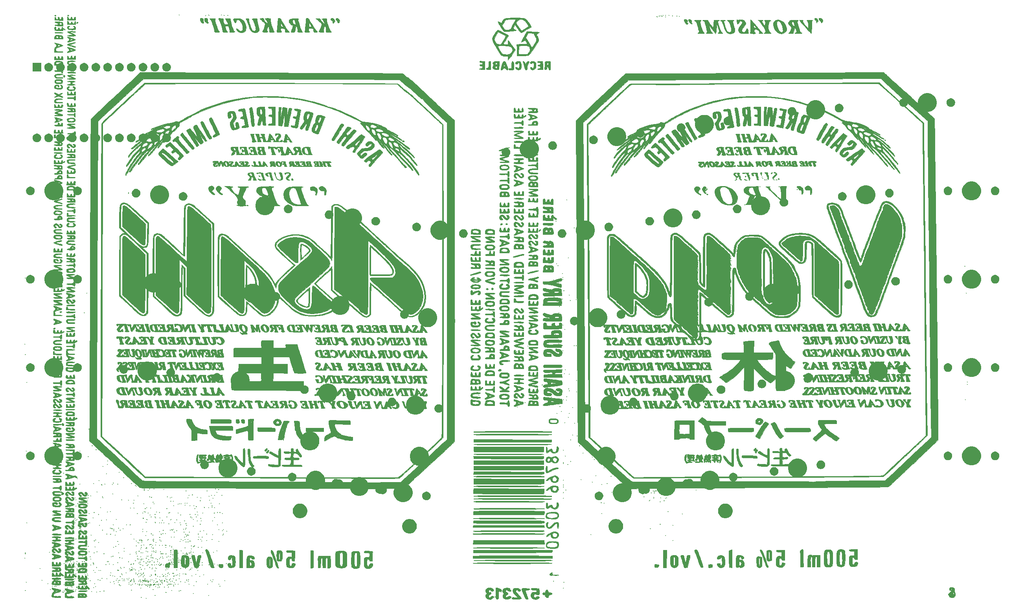
<source format=gbr>
G04 #@! TF.GenerationSoftware,KiCad,Pcbnew,(5.1.4)-1*
G04 #@! TF.CreationDate,2021-09-17T17:56:12-10:00*
G04 #@! TF.ProjectId,oya38split,6f796133-3873-4706-9c69-742e6b696361,rev?*
G04 #@! TF.SameCoordinates,Original*
G04 #@! TF.FileFunction,Soldermask,Bot*
G04 #@! TF.FilePolarity,Negative*
%FSLAX46Y46*%
G04 Gerber Fmt 4.6, Leading zero omitted, Abs format (unit mm)*
G04 Created by KiCad (PCBNEW (5.1.4)-1) date 2021-09-17 17:56:12*
%MOMM*%
%LPD*%
G04 APERTURE LIST*
%ADD10C,0.010000*%
%ADD11C,0.100000*%
G04 APERTURE END LIST*
D10*
G36*
X182313543Y-72832385D02*
G01*
X182292153Y-73133380D01*
X182273811Y-73591817D01*
X182259324Y-74180587D01*
X182249499Y-74872579D01*
X182245145Y-75640684D01*
X182245000Y-75810984D01*
X182245000Y-78849060D01*
X182890031Y-79429530D01*
X183311575Y-79797508D01*
X183624101Y-80028758D01*
X183868349Y-80136134D01*
X184085061Y-80132490D01*
X184314977Y-80030679D01*
X184474042Y-79929284D01*
X184723435Y-79701683D01*
X184903974Y-79385261D01*
X185023711Y-78950354D01*
X185090702Y-78367300D01*
X185112999Y-77606439D01*
X185113070Y-77575833D01*
X185111427Y-77484269D01*
X184783733Y-77484269D01*
X184776980Y-78042003D01*
X184745870Y-78555023D01*
X184690751Y-78962149D01*
X184637430Y-79152900D01*
X184434068Y-79491127D01*
X184177261Y-79713287D01*
X183915665Y-79782433D01*
X183832745Y-79763942D01*
X183660619Y-79657403D01*
X183397007Y-79450361D01*
X183130594Y-79216250D01*
X182615417Y-78740000D01*
X182608808Y-76147083D01*
X182608839Y-75421823D01*
X182612442Y-74763333D01*
X182619159Y-74202333D01*
X182628533Y-73769543D01*
X182640107Y-73495681D01*
X182649499Y-73414293D01*
X182741478Y-73372892D01*
X182916149Y-73486711D01*
X183152198Y-73726620D01*
X183428312Y-74063487D01*
X183723177Y-74468181D01*
X184015481Y-74911570D01*
X184283909Y-75364525D01*
X184507148Y-75797912D01*
X184654396Y-76154597D01*
X184722788Y-76479386D01*
X184765785Y-76943003D01*
X184783733Y-77484269D01*
X185111427Y-77484269D01*
X185101387Y-76925027D01*
X185051053Y-76411149D01*
X184942580Y-75964995D01*
X184756484Y-75517358D01*
X184473280Y-74999035D01*
X184311241Y-74728040D01*
X184036628Y-74320097D01*
X183709266Y-73901573D01*
X183359150Y-73503040D01*
X183016277Y-73155075D01*
X182710643Y-72888250D01*
X182472246Y-72733140D01*
X182337173Y-72715942D01*
X182313543Y-72832385D01*
X182313543Y-72832385D01*
G37*
X182313543Y-72832385D02*
X182292153Y-73133380D01*
X182273811Y-73591817D01*
X182259324Y-74180587D01*
X182249499Y-74872579D01*
X182245145Y-75640684D01*
X182245000Y-75810984D01*
X182245000Y-78849060D01*
X182890031Y-79429530D01*
X183311575Y-79797508D01*
X183624101Y-80028758D01*
X183868349Y-80136134D01*
X184085061Y-80132490D01*
X184314977Y-80030679D01*
X184474042Y-79929284D01*
X184723435Y-79701683D01*
X184903974Y-79385261D01*
X185023711Y-78950354D01*
X185090702Y-78367300D01*
X185112999Y-77606439D01*
X185113070Y-77575833D01*
X185111427Y-77484269D01*
X184783733Y-77484269D01*
X184776980Y-78042003D01*
X184745870Y-78555023D01*
X184690751Y-78962149D01*
X184637430Y-79152900D01*
X184434068Y-79491127D01*
X184177261Y-79713287D01*
X183915665Y-79782433D01*
X183832745Y-79763942D01*
X183660619Y-79657403D01*
X183397007Y-79450361D01*
X183130594Y-79216250D01*
X182615417Y-78740000D01*
X182608808Y-76147083D01*
X182608839Y-75421823D01*
X182612442Y-74763333D01*
X182619159Y-74202333D01*
X182628533Y-73769543D01*
X182640107Y-73495681D01*
X182649499Y-73414293D01*
X182741478Y-73372892D01*
X182916149Y-73486711D01*
X183152198Y-73726620D01*
X183428312Y-74063487D01*
X183723177Y-74468181D01*
X184015481Y-74911570D01*
X184283909Y-75364525D01*
X184507148Y-75797912D01*
X184654396Y-76154597D01*
X184722788Y-76479386D01*
X184765785Y-76943003D01*
X184783733Y-77484269D01*
X185111427Y-77484269D01*
X185101387Y-76925027D01*
X185051053Y-76411149D01*
X184942580Y-75964995D01*
X184756484Y-75517358D01*
X184473280Y-74999035D01*
X184311241Y-74728040D01*
X184036628Y-74320097D01*
X183709266Y-73901573D01*
X183359150Y-73503040D01*
X183016277Y-73155075D01*
X182710643Y-72888250D01*
X182472246Y-72733140D01*
X182337173Y-72715942D01*
X182313543Y-72832385D01*
G36*
X211984167Y-75882500D02*
G01*
X212037084Y-75935416D01*
X212090000Y-75882500D01*
X212037084Y-75829583D01*
X211984167Y-75882500D01*
X211984167Y-75882500D01*
G37*
X211984167Y-75882500D02*
X212037084Y-75935416D01*
X212090000Y-75882500D01*
X212037084Y-75829583D01*
X211984167Y-75882500D01*
G36*
X210128295Y-69749855D02*
G01*
X210081593Y-69794657D01*
X210029281Y-69853250D01*
X209986263Y-69927689D01*
X209951631Y-70037748D01*
X209924476Y-70203200D01*
X209903891Y-70443818D01*
X209888968Y-70779376D01*
X209878799Y-71229648D01*
X209872476Y-71814407D01*
X209869091Y-72553426D01*
X209867735Y-73466480D01*
X209867500Y-74457149D01*
X209868557Y-75579795D01*
X209872151Y-76510233D01*
X209878924Y-77267914D01*
X209889514Y-77872289D01*
X209904561Y-78342808D01*
X209924704Y-78698921D01*
X209950584Y-78960079D01*
X209982839Y-79145732D01*
X210022109Y-79275332D01*
X210026250Y-79285490D01*
X210131889Y-79597242D01*
X210183878Y-79866248D01*
X210185000Y-79896371D01*
X210251510Y-80171951D01*
X210423411Y-80504916D01*
X210659259Y-80840542D01*
X210917611Y-81124103D01*
X211157023Y-81300873D01*
X211272890Y-81332916D01*
X211367288Y-81263513D01*
X211515895Y-81112434D01*
X211568287Y-81043658D01*
X211610798Y-80950562D01*
X211644565Y-80811678D01*
X211670727Y-80605538D01*
X211690423Y-80310677D01*
X211704790Y-79905625D01*
X211714967Y-79368917D01*
X211722092Y-78679085D01*
X211727303Y-77814661D01*
X211729278Y-77356649D01*
X211343583Y-77356649D01*
X211341146Y-78229655D01*
X211335587Y-79013825D01*
X211327216Y-79686541D01*
X211316348Y-80225187D01*
X211303295Y-80607146D01*
X211288371Y-80809801D01*
X211281444Y-80836195D01*
X211154977Y-80833597D01*
X210971697Y-80687665D01*
X210776020Y-80440955D01*
X210660464Y-80241208D01*
X210549400Y-79970832D01*
X210501013Y-79758699D01*
X210500960Y-79755614D01*
X210466481Y-79554172D01*
X210382088Y-79254464D01*
X210346489Y-79147781D01*
X210306657Y-78997253D01*
X210274250Y-78783584D01*
X210248660Y-78487006D01*
X210229278Y-78087749D01*
X210215494Y-77566044D01*
X210206699Y-76902122D01*
X210202285Y-76076213D01*
X210201643Y-75068547D01*
X210202576Y-74475845D01*
X210206452Y-73546529D01*
X210213705Y-72681490D01*
X210223868Y-71904035D01*
X210236473Y-71237471D01*
X210251053Y-70705106D01*
X210267141Y-70330247D01*
X210284271Y-70136202D01*
X210289962Y-70115994D01*
X210393182Y-70094093D01*
X210545208Y-70241444D01*
X210726256Y-70527050D01*
X210916542Y-70919918D01*
X211089081Y-71367868D01*
X211148654Y-71548423D01*
X211197579Y-71722945D01*
X211236974Y-71913731D01*
X211267960Y-72143075D01*
X211291655Y-72433274D01*
X211309179Y-72806622D01*
X211321651Y-73285416D01*
X211330190Y-73891949D01*
X211335916Y-74648517D01*
X211339948Y-75577417D01*
X211342583Y-76417422D01*
X211343583Y-77356649D01*
X211729278Y-77356649D01*
X211730540Y-77064309D01*
X211730735Y-75682039D01*
X211719282Y-74502165D01*
X211695728Y-73515710D01*
X211659618Y-72713702D01*
X211610501Y-72087164D01*
X211547922Y-71627121D01*
X211471429Y-71324599D01*
X211436695Y-71245423D01*
X211329796Y-70983225D01*
X211297013Y-70859373D01*
X211195261Y-70593298D01*
X211005399Y-70266501D01*
X210778970Y-69955010D01*
X210567521Y-69734849D01*
X210506471Y-69693374D01*
X210313310Y-69642782D01*
X210128295Y-69749855D01*
X210128295Y-69749855D01*
G37*
X210128295Y-69749855D02*
X210081593Y-69794657D01*
X210029281Y-69853250D01*
X209986263Y-69927689D01*
X209951631Y-70037748D01*
X209924476Y-70203200D01*
X209903891Y-70443818D01*
X209888968Y-70779376D01*
X209878799Y-71229648D01*
X209872476Y-71814407D01*
X209869091Y-72553426D01*
X209867735Y-73466480D01*
X209867500Y-74457149D01*
X209868557Y-75579795D01*
X209872151Y-76510233D01*
X209878924Y-77267914D01*
X209889514Y-77872289D01*
X209904561Y-78342808D01*
X209924704Y-78698921D01*
X209950584Y-78960079D01*
X209982839Y-79145732D01*
X210022109Y-79275332D01*
X210026250Y-79285490D01*
X210131889Y-79597242D01*
X210183878Y-79866248D01*
X210185000Y-79896371D01*
X210251510Y-80171951D01*
X210423411Y-80504916D01*
X210659259Y-80840542D01*
X210917611Y-81124103D01*
X211157023Y-81300873D01*
X211272890Y-81332916D01*
X211367288Y-81263513D01*
X211515895Y-81112434D01*
X211568287Y-81043658D01*
X211610798Y-80950562D01*
X211644565Y-80811678D01*
X211670727Y-80605538D01*
X211690423Y-80310677D01*
X211704790Y-79905625D01*
X211714967Y-79368917D01*
X211722092Y-78679085D01*
X211727303Y-77814661D01*
X211729278Y-77356649D01*
X211343583Y-77356649D01*
X211341146Y-78229655D01*
X211335587Y-79013825D01*
X211327216Y-79686541D01*
X211316348Y-80225187D01*
X211303295Y-80607146D01*
X211288371Y-80809801D01*
X211281444Y-80836195D01*
X211154977Y-80833597D01*
X210971697Y-80687665D01*
X210776020Y-80440955D01*
X210660464Y-80241208D01*
X210549400Y-79970832D01*
X210501013Y-79758699D01*
X210500960Y-79755614D01*
X210466481Y-79554172D01*
X210382088Y-79254464D01*
X210346489Y-79147781D01*
X210306657Y-78997253D01*
X210274250Y-78783584D01*
X210248660Y-78487006D01*
X210229278Y-78087749D01*
X210215494Y-77566044D01*
X210206699Y-76902122D01*
X210202285Y-76076213D01*
X210201643Y-75068547D01*
X210202576Y-74475845D01*
X210206452Y-73546529D01*
X210213705Y-72681490D01*
X210223868Y-71904035D01*
X210236473Y-71237471D01*
X210251053Y-70705106D01*
X210267141Y-70330247D01*
X210284271Y-70136202D01*
X210289962Y-70115994D01*
X210393182Y-70094093D01*
X210545208Y-70241444D01*
X210726256Y-70527050D01*
X210916542Y-70919918D01*
X211089081Y-71367868D01*
X211148654Y-71548423D01*
X211197579Y-71722945D01*
X211236974Y-71913731D01*
X211267960Y-72143075D01*
X211291655Y-72433274D01*
X211309179Y-72806622D01*
X211321651Y-73285416D01*
X211330190Y-73891949D01*
X211335916Y-74648517D01*
X211339948Y-75577417D01*
X211342583Y-76417422D01*
X211343583Y-77356649D01*
X211729278Y-77356649D01*
X211730540Y-77064309D01*
X211730735Y-75682039D01*
X211719282Y-74502165D01*
X211695728Y-73515710D01*
X211659618Y-72713702D01*
X211610501Y-72087164D01*
X211547922Y-71627121D01*
X211471429Y-71324599D01*
X211436695Y-71245423D01*
X211329796Y-70983225D01*
X211297013Y-70859373D01*
X211195261Y-70593298D01*
X211005399Y-70266501D01*
X210778970Y-69955010D01*
X210567521Y-69734849D01*
X210506471Y-69693374D01*
X210313310Y-69642782D01*
X210128295Y-69749855D01*
G36*
X98529130Y-73520465D02*
G01*
X98511280Y-73762720D01*
X98492728Y-74177433D01*
X98474717Y-74725403D01*
X98458487Y-75367428D01*
X98445281Y-76064308D01*
X98442345Y-76260311D01*
X98410179Y-78543123D01*
X99011831Y-79038436D01*
X99323562Y-79280443D01*
X99584704Y-79456877D01*
X99743338Y-79532992D01*
X99751934Y-79533750D01*
X99909073Y-79463953D01*
X100131029Y-79289950D01*
X100199816Y-79224319D01*
X100449224Y-78874518D01*
X100652268Y-78397297D01*
X100684207Y-78291334D01*
X100814251Y-77513403D01*
X100528345Y-77513403D01*
X100427478Y-78154757D01*
X100314060Y-78519312D01*
X100156856Y-78870155D01*
X99986558Y-79151444D01*
X99833858Y-79307333D01*
X99785901Y-79322083D01*
X99654017Y-79258790D01*
X99420734Y-79095210D01*
X99212449Y-78929255D01*
X98742500Y-78536426D01*
X98742500Y-73483441D01*
X99222208Y-73995054D01*
X99847325Y-74799540D01*
X100276160Y-75663664D01*
X100504553Y-76573071D01*
X100528345Y-77513403D01*
X100814251Y-77513403D01*
X100839217Y-77364061D01*
X100787329Y-76445816D01*
X100533219Y-75551862D01*
X100081564Y-74697463D01*
X99437039Y-73897883D01*
X99294269Y-73754498D01*
X98583750Y-73063430D01*
X98529130Y-73520465D01*
X98529130Y-73520465D01*
G37*
X98529130Y-73520465D02*
X98511280Y-73762720D01*
X98492728Y-74177433D01*
X98474717Y-74725403D01*
X98458487Y-75367428D01*
X98445281Y-76064308D01*
X98442345Y-76260311D01*
X98410179Y-78543123D01*
X99011831Y-79038436D01*
X99323562Y-79280443D01*
X99584704Y-79456877D01*
X99743338Y-79532992D01*
X99751934Y-79533750D01*
X99909073Y-79463953D01*
X100131029Y-79289950D01*
X100199816Y-79224319D01*
X100449224Y-78874518D01*
X100652268Y-78397297D01*
X100684207Y-78291334D01*
X100814251Y-77513403D01*
X100528345Y-77513403D01*
X100427478Y-78154757D01*
X100314060Y-78519312D01*
X100156856Y-78870155D01*
X99986558Y-79151444D01*
X99833858Y-79307333D01*
X99785901Y-79322083D01*
X99654017Y-79258790D01*
X99420734Y-79095210D01*
X99212449Y-78929255D01*
X98742500Y-78536426D01*
X98742500Y-73483441D01*
X99222208Y-73995054D01*
X99847325Y-74799540D01*
X100276160Y-75663664D01*
X100504553Y-76573071D01*
X100528345Y-77513403D01*
X100814251Y-77513403D01*
X100839217Y-77364061D01*
X100787329Y-76445816D01*
X100533219Y-75551862D01*
X100081564Y-74697463D01*
X99437039Y-73897883D01*
X99294269Y-73754498D01*
X98583750Y-73063430D01*
X98529130Y-73520465D01*
G36*
X238654167Y-70167500D02*
G01*
X238707084Y-70220416D01*
X238760000Y-70167500D01*
X238707084Y-70114583D01*
X238654167Y-70167500D01*
X238654167Y-70167500D01*
G37*
X238654167Y-70167500D02*
X238707084Y-70220416D01*
X238760000Y-70167500D01*
X238707084Y-70114583D01*
X238654167Y-70167500D01*
G36*
X236389615Y-59966701D02*
G01*
X236140625Y-60021288D01*
X235946280Y-60151535D01*
X235902500Y-60284426D01*
X235855736Y-60449584D01*
X235796667Y-60483750D01*
X235733551Y-60578342D01*
X235695690Y-60817672D01*
X235690834Y-60960000D01*
X235669813Y-61244024D01*
X235616629Y-61414397D01*
X235585000Y-61436250D01*
X235486432Y-61519845D01*
X235478841Y-61568541D01*
X235433512Y-61721371D01*
X235313873Y-62005423D01*
X235143944Y-62364474D01*
X235108424Y-62435598D01*
X234929443Y-62822384D01*
X234798050Y-63166255D01*
X234739328Y-63400445D01*
X234738334Y-63420803D01*
X234702294Y-63587973D01*
X234632500Y-63605833D01*
X234557997Y-63647698D01*
X234526777Y-63855118D01*
X234526667Y-63871730D01*
X234475744Y-64161563D01*
X234361831Y-64367872D01*
X234251655Y-64557277D01*
X234251375Y-64674423D01*
X234241286Y-64839359D01*
X234202819Y-64879756D01*
X234146694Y-65006877D01*
X234160770Y-65041896D01*
X234145167Y-65134056D01*
X234109580Y-65140416D01*
X234024611Y-65230751D01*
X233997500Y-65398754D01*
X233958478Y-65622845D01*
X233891667Y-65722500D01*
X233802760Y-65871774D01*
X233785834Y-65993329D01*
X233740310Y-66161884D01*
X233680000Y-66198750D01*
X233605691Y-66290715D01*
X233574175Y-66512299D01*
X233574167Y-66516250D01*
X233543512Y-66739177D01*
X233469651Y-66833725D01*
X233468334Y-66833750D01*
X233381170Y-66922002D01*
X233362500Y-67036839D01*
X233316197Y-67265953D01*
X233203000Y-67557270D01*
X233185844Y-67592464D01*
X233004029Y-67960673D01*
X232898528Y-68198373D01*
X232848727Y-68363224D01*
X232834013Y-68512890D01*
X232833334Y-68578563D01*
X232797284Y-68778143D01*
X232727500Y-68844583D01*
X232648550Y-68935321D01*
X232621667Y-69114781D01*
X232562785Y-69370886D01*
X232415751Y-69681272D01*
X232357084Y-69774349D01*
X232193624Y-70053800D01*
X232100630Y-70288181D01*
X232092500Y-70344571D01*
X232037629Y-70536841D01*
X231986667Y-70590833D01*
X231910418Y-70733903D01*
X231880834Y-70967495D01*
X231849613Y-71187708D01*
X231775000Y-71278750D01*
X231700691Y-71370715D01*
X231669175Y-71592299D01*
X231669167Y-71596250D01*
X231638512Y-71819177D01*
X231564651Y-71913725D01*
X231563334Y-71913750D01*
X231489025Y-72005715D01*
X231457509Y-72227299D01*
X231457500Y-72231250D01*
X231426845Y-72454177D01*
X231352984Y-72548725D01*
X231351667Y-72548750D01*
X231262353Y-72636257D01*
X231245834Y-72736868D01*
X231190935Y-72981391D01*
X231059090Y-73192682D01*
X230899579Y-73312048D01*
X230776769Y-73295546D01*
X230626041Y-73235292D01*
X230574638Y-73255223D01*
X230530152Y-73209626D01*
X230506286Y-73009712D01*
X230505000Y-72936805D01*
X230482553Y-72685012D01*
X230427044Y-72554026D01*
X230411712Y-72548750D01*
X230320972Y-72448690D01*
X230188297Y-72160091D01*
X230020790Y-71700321D01*
X229859847Y-71199375D01*
X229762207Y-70967667D01*
X229663494Y-70856990D01*
X229653359Y-70855416D01*
X229582536Y-70763429D01*
X229552508Y-70541801D01*
X229552500Y-70537916D01*
X229521845Y-70314989D01*
X229447984Y-70220441D01*
X229446667Y-70220416D01*
X229379655Y-70126694D01*
X229343107Y-69893287D01*
X229340834Y-69808406D01*
X229296490Y-69474247D01*
X229175376Y-69332903D01*
X229060208Y-69236571D01*
X229064126Y-69181700D01*
X229058055Y-69035610D01*
X228968236Y-68804717D01*
X228965001Y-68798439D01*
X228852794Y-68511578D01*
X228810047Y-68276860D01*
X228793113Y-68129343D01*
X228728606Y-68175639D01*
X228705834Y-68209583D01*
X228632482Y-68281173D01*
X228603972Y-68169902D01*
X228601621Y-68077291D01*
X228567225Y-67866042D01*
X228494167Y-67786250D01*
X228424322Y-67693188D01*
X228389288Y-67464246D01*
X228388334Y-67414397D01*
X228363031Y-67106158D01*
X228301721Y-66867474D01*
X228297612Y-66858772D01*
X228186263Y-66638346D01*
X228040668Y-66355847D01*
X228033029Y-66341170D01*
X227913132Y-66049413D01*
X227859380Y-65796965D01*
X227859167Y-65785545D01*
X227816667Y-65608143D01*
X227753334Y-65563750D01*
X227673776Y-65473179D01*
X227647500Y-65299166D01*
X227617786Y-65100178D01*
X227560799Y-65034583D01*
X227486600Y-64941717D01*
X227390341Y-64703684D01*
X227330000Y-64505416D01*
X227233497Y-64206900D01*
X227142242Y-64015009D01*
X227099202Y-63976250D01*
X227033307Y-63885802D01*
X227012500Y-63719226D01*
X226949137Y-63450755D01*
X226853750Y-63303452D01*
X226729880Y-63077152D01*
X226695000Y-62872559D01*
X226659691Y-62670077D01*
X226589167Y-62600416D01*
X226522894Y-62506526D01*
X226486033Y-62271977D01*
X226483334Y-62177083D01*
X226459861Y-61911990D01*
X226401224Y-61764544D01*
X226377500Y-61753750D01*
X226296457Y-61663601D01*
X226271667Y-61502416D01*
X226191674Y-61266496D01*
X225971323Y-60950703D01*
X225802659Y-60761583D01*
X225525814Y-60489224D01*
X225312499Y-60341800D01*
X225090342Y-60281971D01*
X224853882Y-60272083D01*
X224469869Y-60315318D01*
X224270583Y-60455142D01*
X224246823Y-60706733D01*
X224376577Y-61059256D01*
X224501559Y-61344559D01*
X224572351Y-61561143D01*
X224578334Y-61605078D01*
X224645095Y-61752543D01*
X224677665Y-61771388D01*
X224766762Y-61891485D01*
X224815441Y-62071250D01*
X224892746Y-62350272D01*
X225026975Y-62661903D01*
X225033610Y-62674535D01*
X225154647Y-62942274D01*
X225212502Y-63148183D01*
X225213334Y-63164285D01*
X225288031Y-63361076D01*
X225349107Y-63428013D01*
X225451156Y-63605963D01*
X225510387Y-63880466D01*
X225511216Y-63890764D01*
X225556949Y-64139278D01*
X225632785Y-64272784D01*
X225640026Y-64276111D01*
X225714061Y-64395458D01*
X225742500Y-64613823D01*
X225776039Y-64854928D01*
X225848334Y-64981666D01*
X225937770Y-65131192D01*
X225954167Y-65248905D01*
X225971987Y-65399029D01*
X226034729Y-65611326D01*
X226156318Y-65923655D01*
X226350681Y-66373879D01*
X226449485Y-66595625D01*
X226556765Y-66863485D01*
X226607337Y-67047287D01*
X226607254Y-67074819D01*
X226671803Y-67178167D01*
X226746936Y-67218434D01*
X226880195Y-67362753D01*
X226906667Y-67486645D01*
X226937891Y-67713668D01*
X227016620Y-68017636D01*
X227120437Y-68332496D01*
X227226926Y-68592198D01*
X227313670Y-68730687D01*
X227331599Y-68738750D01*
X227385211Y-68832237D01*
X227413404Y-69063784D01*
X227414667Y-69132097D01*
X227442885Y-69397535D01*
X227512596Y-69553097D01*
X227531084Y-69564249D01*
X227608003Y-69685056D01*
X227646484Y-69931919D01*
X227647500Y-69982291D01*
X227665135Y-70208814D01*
X227708844Y-70294131D01*
X227722119Y-70286909D01*
X227794452Y-70333421D01*
X227899292Y-70533350D01*
X227970373Y-70719062D01*
X228183040Y-71305401D01*
X228352550Y-71698226D01*
X228476584Y-71892472D01*
X228517370Y-71913750D01*
X228569126Y-72007692D01*
X228597901Y-72242358D01*
X228600000Y-72337083D01*
X228623473Y-72602175D01*
X228682110Y-72749621D01*
X228705834Y-72760416D01*
X228791629Y-72849119D01*
X228811667Y-72973519D01*
X228858467Y-73250900D01*
X228904580Y-73370394D01*
X229093331Y-73774623D01*
X229242888Y-74152240D01*
X229329068Y-74439078D01*
X229340834Y-74527896D01*
X229373038Y-74641722D01*
X229409788Y-74631740D01*
X229499017Y-74654776D01*
X229608245Y-74817837D01*
X229705997Y-75055636D01*
X229760801Y-75302886D01*
X229764167Y-75366866D01*
X229802370Y-75649427D01*
X229855814Y-75804561D01*
X230027126Y-76210158D01*
X230173639Y-76665035D01*
X230267055Y-77074731D01*
X230285236Y-77238120D01*
X230337446Y-77367106D01*
X230399167Y-77364166D01*
X230474121Y-77405522D01*
X230504949Y-77611428D01*
X230505000Y-77622504D01*
X230535110Y-77848116D01*
X230607854Y-77946122D01*
X230610834Y-77946250D01*
X230703096Y-78032644D01*
X230716667Y-78115120D01*
X230775112Y-78316419D01*
X230915707Y-78563989D01*
X230916363Y-78564912D01*
X231064877Y-78862375D01*
X231165469Y-79220627D01*
X231172500Y-79266351D01*
X231234182Y-79541128D01*
X231318353Y-79707967D01*
X231343221Y-79724962D01*
X231425176Y-79846371D01*
X231457500Y-80071736D01*
X231488961Y-80290821D01*
X231563334Y-80380416D01*
X231632820Y-80473563D01*
X231668075Y-80703077D01*
X231669167Y-80757079D01*
X231694236Y-80997889D01*
X231760554Y-81074482D01*
X231775000Y-81068333D01*
X231847016Y-81113045D01*
X231880053Y-81328654D01*
X231880834Y-81379587D01*
X231907006Y-81626891D01*
X231971494Y-81752362D01*
X231986667Y-81756250D01*
X232080560Y-81841970D01*
X232092500Y-81915000D01*
X232149647Y-82055839D01*
X232198334Y-82073750D01*
X232290168Y-82133218D01*
X232290009Y-82153125D01*
X232302399Y-82301741D01*
X232351557Y-82557478D01*
X232357862Y-82584994D01*
X232430816Y-82805750D01*
X232505217Y-82827111D01*
X232529150Y-82796661D01*
X232587088Y-82788029D01*
X232616863Y-82976843D01*
X232620047Y-83105625D01*
X232644626Y-83410291D01*
X232723823Y-83542679D01*
X232780417Y-83555416D01*
X232921257Y-83612563D01*
X232939167Y-83661250D01*
X233030580Y-83737697D01*
X233233849Y-83767083D01*
X233505993Y-83694537D01*
X233710099Y-83459712D01*
X233838022Y-83178380D01*
X233891665Y-82931695D01*
X233891667Y-82930545D01*
X233934167Y-82753143D01*
X233997500Y-82708750D01*
X234071810Y-82616784D01*
X234103326Y-82395200D01*
X234103334Y-82391250D01*
X234126363Y-82167930D01*
X234181836Y-82072952D01*
X234182709Y-82072924D01*
X234284464Y-81982913D01*
X234400197Y-81768942D01*
X234493071Y-81512524D01*
X234526667Y-81311817D01*
X234575337Y-81151644D01*
X234632500Y-81121250D01*
X234719341Y-81032889D01*
X234738334Y-80915829D01*
X234786931Y-80713227D01*
X234844167Y-80645000D01*
X234937496Y-80493766D01*
X234950653Y-80400629D01*
X234998463Y-80182437D01*
X235109403Y-79918527D01*
X235223945Y-79620005D01*
X235267500Y-79362902D01*
X235305304Y-79169872D01*
X235373334Y-79110416D01*
X235439607Y-79016526D01*
X235476468Y-78781977D01*
X235479167Y-78687083D01*
X235499909Y-78421954D01*
X235536910Y-78316666D01*
X230928334Y-78316666D01*
X230875417Y-78369583D01*
X230822500Y-78316666D01*
X230875417Y-78263750D01*
X230928334Y-78316666D01*
X235536910Y-78316666D01*
X235551721Y-78274522D01*
X235572657Y-78263750D01*
X235673626Y-78175901D01*
X235743628Y-78025625D01*
X235811589Y-77819346D01*
X235840549Y-77734583D01*
X235886372Y-77603514D01*
X235941293Y-77443541D01*
X236040513Y-77259342D01*
X236121299Y-77205416D01*
X236196154Y-77114996D01*
X236220000Y-76947079D01*
X236259023Y-76722988D01*
X236325834Y-76623333D01*
X236402696Y-76479957D01*
X236431667Y-76252916D01*
X236464933Y-76010844D01*
X236537500Y-75882500D01*
X236613430Y-75739589D01*
X236643334Y-75502515D01*
X236693495Y-75247870D01*
X236802084Y-75127022D01*
X236920256Y-74984636D01*
X236960834Y-74766172D01*
X236994642Y-74526012D01*
X237066667Y-74400833D01*
X237147859Y-74255310D01*
X237172500Y-74070841D01*
X237200148Y-73892016D01*
X237256364Y-73858088D01*
X237328148Y-73812595D01*
X237357495Y-73680693D01*
X237416077Y-73481906D01*
X237485298Y-73414623D01*
X237569935Y-73293359D01*
X237595834Y-73118290D01*
X237654363Y-72833872D01*
X237766756Y-72597943D01*
X237863893Y-72415521D01*
X237861225Y-72337139D01*
X237859630Y-72337083D01*
X237849771Y-72272269D01*
X237908734Y-72183875D01*
X238013970Y-71974274D01*
X238089571Y-71683845D01*
X238089989Y-71681167D01*
X238152891Y-71433333D01*
X238233283Y-71299847D01*
X238240380Y-71296388D01*
X238309405Y-71177099D01*
X238336667Y-70952430D01*
X238368128Y-70733345D01*
X238442500Y-70643750D01*
X238516810Y-70551784D01*
X238548326Y-70330200D01*
X238548334Y-70326250D01*
X238573333Y-70103243D01*
X238633557Y-70008771D01*
X238634566Y-70008750D01*
X238736895Y-69919383D01*
X238865156Y-69699935D01*
X238985540Y-69423387D01*
X239064237Y-69162718D01*
X239077500Y-69052659D01*
X239122505Y-68882642D01*
X239183334Y-68844583D01*
X239252820Y-68751436D01*
X239288075Y-68521922D01*
X239289167Y-68467920D01*
X239314236Y-68227110D01*
X239380554Y-68150517D01*
X239395000Y-68156666D01*
X239467474Y-68112481D01*
X239500218Y-67898354D01*
X239500834Y-67854232D01*
X239534794Y-67596607D01*
X239617957Y-67449461D01*
X239632016Y-67442661D01*
X239685677Y-67324480D01*
X239726702Y-67039727D01*
X239755077Y-66633116D01*
X239770787Y-66149360D01*
X239773818Y-65633171D01*
X239764155Y-65129265D01*
X239741781Y-64682353D01*
X239706684Y-64337148D01*
X239658847Y-64138365D01*
X239633125Y-64108585D01*
X239545379Y-63981491D01*
X239502203Y-63718446D01*
X239500834Y-63656449D01*
X239437074Y-63295408D01*
X239394855Y-63182645D01*
X239342084Y-63235416D01*
X239289167Y-63182500D01*
X239342084Y-63129583D01*
X239394682Y-63182182D01*
X239269887Y-62848864D01*
X239035410Y-62390448D01*
X238769781Y-61993794D01*
X238586942Y-61794353D01*
X238412762Y-61618654D01*
X238336786Y-61502757D01*
X238336667Y-61500490D01*
X238271874Y-61391904D01*
X238109764Y-61186446D01*
X237898744Y-60940764D01*
X237687220Y-60711503D01*
X237542917Y-60571621D01*
X237156904Y-60248529D01*
X236870381Y-60053499D01*
X236631801Y-59966299D01*
X236389615Y-59966701D01*
X236389615Y-59966701D01*
G37*
X236389615Y-59966701D02*
X236140625Y-60021288D01*
X235946280Y-60151535D01*
X235902500Y-60284426D01*
X235855736Y-60449584D01*
X235796667Y-60483750D01*
X235733551Y-60578342D01*
X235695690Y-60817672D01*
X235690834Y-60960000D01*
X235669813Y-61244024D01*
X235616629Y-61414397D01*
X235585000Y-61436250D01*
X235486432Y-61519845D01*
X235478841Y-61568541D01*
X235433512Y-61721371D01*
X235313873Y-62005423D01*
X235143944Y-62364474D01*
X235108424Y-62435598D01*
X234929443Y-62822384D01*
X234798050Y-63166255D01*
X234739328Y-63400445D01*
X234738334Y-63420803D01*
X234702294Y-63587973D01*
X234632500Y-63605833D01*
X234557997Y-63647698D01*
X234526777Y-63855118D01*
X234526667Y-63871730D01*
X234475744Y-64161563D01*
X234361831Y-64367872D01*
X234251655Y-64557277D01*
X234251375Y-64674423D01*
X234241286Y-64839359D01*
X234202819Y-64879756D01*
X234146694Y-65006877D01*
X234160770Y-65041896D01*
X234145167Y-65134056D01*
X234109580Y-65140416D01*
X234024611Y-65230751D01*
X233997500Y-65398754D01*
X233958478Y-65622845D01*
X233891667Y-65722500D01*
X233802760Y-65871774D01*
X233785834Y-65993329D01*
X233740310Y-66161884D01*
X233680000Y-66198750D01*
X233605691Y-66290715D01*
X233574175Y-66512299D01*
X233574167Y-66516250D01*
X233543512Y-66739177D01*
X233469651Y-66833725D01*
X233468334Y-66833750D01*
X233381170Y-66922002D01*
X233362500Y-67036839D01*
X233316197Y-67265953D01*
X233203000Y-67557270D01*
X233185844Y-67592464D01*
X233004029Y-67960673D01*
X232898528Y-68198373D01*
X232848727Y-68363224D01*
X232834013Y-68512890D01*
X232833334Y-68578563D01*
X232797284Y-68778143D01*
X232727500Y-68844583D01*
X232648550Y-68935321D01*
X232621667Y-69114781D01*
X232562785Y-69370886D01*
X232415751Y-69681272D01*
X232357084Y-69774349D01*
X232193624Y-70053800D01*
X232100630Y-70288181D01*
X232092500Y-70344571D01*
X232037629Y-70536841D01*
X231986667Y-70590833D01*
X231910418Y-70733903D01*
X231880834Y-70967495D01*
X231849613Y-71187708D01*
X231775000Y-71278750D01*
X231700691Y-71370715D01*
X231669175Y-71592299D01*
X231669167Y-71596250D01*
X231638512Y-71819177D01*
X231564651Y-71913725D01*
X231563334Y-71913750D01*
X231489025Y-72005715D01*
X231457509Y-72227299D01*
X231457500Y-72231250D01*
X231426845Y-72454177D01*
X231352984Y-72548725D01*
X231351667Y-72548750D01*
X231262353Y-72636257D01*
X231245834Y-72736868D01*
X231190935Y-72981391D01*
X231059090Y-73192682D01*
X230899579Y-73312048D01*
X230776769Y-73295546D01*
X230626041Y-73235292D01*
X230574638Y-73255223D01*
X230530152Y-73209626D01*
X230506286Y-73009712D01*
X230505000Y-72936805D01*
X230482553Y-72685012D01*
X230427044Y-72554026D01*
X230411712Y-72548750D01*
X230320972Y-72448690D01*
X230188297Y-72160091D01*
X230020790Y-71700321D01*
X229859847Y-71199375D01*
X229762207Y-70967667D01*
X229663494Y-70856990D01*
X229653359Y-70855416D01*
X229582536Y-70763429D01*
X229552508Y-70541801D01*
X229552500Y-70537916D01*
X229521845Y-70314989D01*
X229447984Y-70220441D01*
X229446667Y-70220416D01*
X229379655Y-70126694D01*
X229343107Y-69893287D01*
X229340834Y-69808406D01*
X229296490Y-69474247D01*
X229175376Y-69332903D01*
X229060208Y-69236571D01*
X229064126Y-69181700D01*
X229058055Y-69035610D01*
X228968236Y-68804717D01*
X228965001Y-68798439D01*
X228852794Y-68511578D01*
X228810047Y-68276860D01*
X228793113Y-68129343D01*
X228728606Y-68175639D01*
X228705834Y-68209583D01*
X228632482Y-68281173D01*
X228603972Y-68169902D01*
X228601621Y-68077291D01*
X228567225Y-67866042D01*
X228494167Y-67786250D01*
X228424322Y-67693188D01*
X228389288Y-67464246D01*
X228388334Y-67414397D01*
X228363031Y-67106158D01*
X228301721Y-66867474D01*
X228297612Y-66858772D01*
X228186263Y-66638346D01*
X228040668Y-66355847D01*
X228033029Y-66341170D01*
X227913132Y-66049413D01*
X227859380Y-65796965D01*
X227859167Y-65785545D01*
X227816667Y-65608143D01*
X227753334Y-65563750D01*
X227673776Y-65473179D01*
X227647500Y-65299166D01*
X227617786Y-65100178D01*
X227560799Y-65034583D01*
X227486600Y-64941717D01*
X227390341Y-64703684D01*
X227330000Y-64505416D01*
X227233497Y-64206900D01*
X227142242Y-64015009D01*
X227099202Y-63976250D01*
X227033307Y-63885802D01*
X227012500Y-63719226D01*
X226949137Y-63450755D01*
X226853750Y-63303452D01*
X226729880Y-63077152D01*
X226695000Y-62872559D01*
X226659691Y-62670077D01*
X226589167Y-62600416D01*
X226522894Y-62506526D01*
X226486033Y-62271977D01*
X226483334Y-62177083D01*
X226459861Y-61911990D01*
X226401224Y-61764544D01*
X226377500Y-61753750D01*
X226296457Y-61663601D01*
X226271667Y-61502416D01*
X226191674Y-61266496D01*
X225971323Y-60950703D01*
X225802659Y-60761583D01*
X225525814Y-60489224D01*
X225312499Y-60341800D01*
X225090342Y-60281971D01*
X224853882Y-60272083D01*
X224469869Y-60315318D01*
X224270583Y-60455142D01*
X224246823Y-60706733D01*
X224376577Y-61059256D01*
X224501559Y-61344559D01*
X224572351Y-61561143D01*
X224578334Y-61605078D01*
X224645095Y-61752543D01*
X224677665Y-61771388D01*
X224766762Y-61891485D01*
X224815441Y-62071250D01*
X224892746Y-62350272D01*
X225026975Y-62661903D01*
X225033610Y-62674535D01*
X225154647Y-62942274D01*
X225212502Y-63148183D01*
X225213334Y-63164285D01*
X225288031Y-63361076D01*
X225349107Y-63428013D01*
X225451156Y-63605963D01*
X225510387Y-63880466D01*
X225511216Y-63890764D01*
X225556949Y-64139278D01*
X225632785Y-64272784D01*
X225640026Y-64276111D01*
X225714061Y-64395458D01*
X225742500Y-64613823D01*
X225776039Y-64854928D01*
X225848334Y-64981666D01*
X225937770Y-65131192D01*
X225954167Y-65248905D01*
X225971987Y-65399029D01*
X226034729Y-65611326D01*
X226156318Y-65923655D01*
X226350681Y-66373879D01*
X226449485Y-66595625D01*
X226556765Y-66863485D01*
X226607337Y-67047287D01*
X226607254Y-67074819D01*
X226671803Y-67178167D01*
X226746936Y-67218434D01*
X226880195Y-67362753D01*
X226906667Y-67486645D01*
X226937891Y-67713668D01*
X227016620Y-68017636D01*
X227120437Y-68332496D01*
X227226926Y-68592198D01*
X227313670Y-68730687D01*
X227331599Y-68738750D01*
X227385211Y-68832237D01*
X227413404Y-69063784D01*
X227414667Y-69132097D01*
X227442885Y-69397535D01*
X227512596Y-69553097D01*
X227531084Y-69564249D01*
X227608003Y-69685056D01*
X227646484Y-69931919D01*
X227647500Y-69982291D01*
X227665135Y-70208814D01*
X227708844Y-70294131D01*
X227722119Y-70286909D01*
X227794452Y-70333421D01*
X227899292Y-70533350D01*
X227970373Y-70719062D01*
X228183040Y-71305401D01*
X228352550Y-71698226D01*
X228476584Y-71892472D01*
X228517370Y-71913750D01*
X228569126Y-72007692D01*
X228597901Y-72242358D01*
X228600000Y-72337083D01*
X228623473Y-72602175D01*
X228682110Y-72749621D01*
X228705834Y-72760416D01*
X228791629Y-72849119D01*
X228811667Y-72973519D01*
X228858467Y-73250900D01*
X228904580Y-73370394D01*
X229093331Y-73774623D01*
X229242888Y-74152240D01*
X229329068Y-74439078D01*
X229340834Y-74527896D01*
X229373038Y-74641722D01*
X229409788Y-74631740D01*
X229499017Y-74654776D01*
X229608245Y-74817837D01*
X229705997Y-75055636D01*
X229760801Y-75302886D01*
X229764167Y-75366866D01*
X229802370Y-75649427D01*
X229855814Y-75804561D01*
X230027126Y-76210158D01*
X230173639Y-76665035D01*
X230267055Y-77074731D01*
X230285236Y-77238120D01*
X230337446Y-77367106D01*
X230399167Y-77364166D01*
X230474121Y-77405522D01*
X230504949Y-77611428D01*
X230505000Y-77622504D01*
X230535110Y-77848116D01*
X230607854Y-77946122D01*
X230610834Y-77946250D01*
X230703096Y-78032644D01*
X230716667Y-78115120D01*
X230775112Y-78316419D01*
X230915707Y-78563989D01*
X230916363Y-78564912D01*
X231064877Y-78862375D01*
X231165469Y-79220627D01*
X231172500Y-79266351D01*
X231234182Y-79541128D01*
X231318353Y-79707967D01*
X231343221Y-79724962D01*
X231425176Y-79846371D01*
X231457500Y-80071736D01*
X231488961Y-80290821D01*
X231563334Y-80380416D01*
X231632820Y-80473563D01*
X231668075Y-80703077D01*
X231669167Y-80757079D01*
X231694236Y-80997889D01*
X231760554Y-81074482D01*
X231775000Y-81068333D01*
X231847016Y-81113045D01*
X231880053Y-81328654D01*
X231880834Y-81379587D01*
X231907006Y-81626891D01*
X231971494Y-81752362D01*
X231986667Y-81756250D01*
X232080560Y-81841970D01*
X232092500Y-81915000D01*
X232149647Y-82055839D01*
X232198334Y-82073750D01*
X232290168Y-82133218D01*
X232290009Y-82153125D01*
X232302399Y-82301741D01*
X232351557Y-82557478D01*
X232357862Y-82584994D01*
X232430816Y-82805750D01*
X232505217Y-82827111D01*
X232529150Y-82796661D01*
X232587088Y-82788029D01*
X232616863Y-82976843D01*
X232620047Y-83105625D01*
X232644626Y-83410291D01*
X232723823Y-83542679D01*
X232780417Y-83555416D01*
X232921257Y-83612563D01*
X232939167Y-83661250D01*
X233030580Y-83737697D01*
X233233849Y-83767083D01*
X233505993Y-83694537D01*
X233710099Y-83459712D01*
X233838022Y-83178380D01*
X233891665Y-82931695D01*
X233891667Y-82930545D01*
X233934167Y-82753143D01*
X233997500Y-82708750D01*
X234071810Y-82616784D01*
X234103326Y-82395200D01*
X234103334Y-82391250D01*
X234126363Y-82167930D01*
X234181836Y-82072952D01*
X234182709Y-82072924D01*
X234284464Y-81982913D01*
X234400197Y-81768942D01*
X234493071Y-81512524D01*
X234526667Y-81311817D01*
X234575337Y-81151644D01*
X234632500Y-81121250D01*
X234719341Y-81032889D01*
X234738334Y-80915829D01*
X234786931Y-80713227D01*
X234844167Y-80645000D01*
X234937496Y-80493766D01*
X234950653Y-80400629D01*
X234998463Y-80182437D01*
X235109403Y-79918527D01*
X235223945Y-79620005D01*
X235267500Y-79362902D01*
X235305304Y-79169872D01*
X235373334Y-79110416D01*
X235439607Y-79016526D01*
X235476468Y-78781977D01*
X235479167Y-78687083D01*
X235499909Y-78421954D01*
X235536910Y-78316666D01*
X230928334Y-78316666D01*
X230875417Y-78369583D01*
X230822500Y-78316666D01*
X230875417Y-78263750D01*
X230928334Y-78316666D01*
X235536910Y-78316666D01*
X235551721Y-78274522D01*
X235572657Y-78263750D01*
X235673626Y-78175901D01*
X235743628Y-78025625D01*
X235811589Y-77819346D01*
X235840549Y-77734583D01*
X235886372Y-77603514D01*
X235941293Y-77443541D01*
X236040513Y-77259342D01*
X236121299Y-77205416D01*
X236196154Y-77114996D01*
X236220000Y-76947079D01*
X236259023Y-76722988D01*
X236325834Y-76623333D01*
X236402696Y-76479957D01*
X236431667Y-76252916D01*
X236464933Y-76010844D01*
X236537500Y-75882500D01*
X236613430Y-75739589D01*
X236643334Y-75502515D01*
X236693495Y-75247870D01*
X236802084Y-75127022D01*
X236920256Y-74984636D01*
X236960834Y-74766172D01*
X236994642Y-74526012D01*
X237066667Y-74400833D01*
X237147859Y-74255310D01*
X237172500Y-74070841D01*
X237200148Y-73892016D01*
X237256364Y-73858088D01*
X237328148Y-73812595D01*
X237357495Y-73680693D01*
X237416077Y-73481906D01*
X237485298Y-73414623D01*
X237569935Y-73293359D01*
X237595834Y-73118290D01*
X237654363Y-72833872D01*
X237766756Y-72597943D01*
X237863893Y-72415521D01*
X237861225Y-72337139D01*
X237859630Y-72337083D01*
X237849771Y-72272269D01*
X237908734Y-72183875D01*
X238013970Y-71974274D01*
X238089571Y-71683845D01*
X238089989Y-71681167D01*
X238152891Y-71433333D01*
X238233283Y-71299847D01*
X238240380Y-71296388D01*
X238309405Y-71177099D01*
X238336667Y-70952430D01*
X238368128Y-70733345D01*
X238442500Y-70643750D01*
X238516810Y-70551784D01*
X238548326Y-70330200D01*
X238548334Y-70326250D01*
X238573333Y-70103243D01*
X238633557Y-70008771D01*
X238634566Y-70008750D01*
X238736895Y-69919383D01*
X238865156Y-69699935D01*
X238985540Y-69423387D01*
X239064237Y-69162718D01*
X239077500Y-69052659D01*
X239122505Y-68882642D01*
X239183334Y-68844583D01*
X239252820Y-68751436D01*
X239288075Y-68521922D01*
X239289167Y-68467920D01*
X239314236Y-68227110D01*
X239380554Y-68150517D01*
X239395000Y-68156666D01*
X239467474Y-68112481D01*
X239500218Y-67898354D01*
X239500834Y-67854232D01*
X239534794Y-67596607D01*
X239617957Y-67449461D01*
X239632016Y-67442661D01*
X239685677Y-67324480D01*
X239726702Y-67039727D01*
X239755077Y-66633116D01*
X239770787Y-66149360D01*
X239773818Y-65633171D01*
X239764155Y-65129265D01*
X239741781Y-64682353D01*
X239706684Y-64337148D01*
X239658847Y-64138365D01*
X239633125Y-64108585D01*
X239545379Y-63981491D01*
X239502203Y-63718446D01*
X239500834Y-63656449D01*
X239437074Y-63295408D01*
X239394855Y-63182645D01*
X239342084Y-63235416D01*
X239289167Y-63182500D01*
X239342084Y-63129583D01*
X239394682Y-63182182D01*
X239269887Y-62848864D01*
X239035410Y-62390448D01*
X238769781Y-61993794D01*
X238586942Y-61794353D01*
X238412762Y-61618654D01*
X238336786Y-61502757D01*
X238336667Y-61500490D01*
X238271874Y-61391904D01*
X238109764Y-61186446D01*
X237898744Y-60940764D01*
X237687220Y-60711503D01*
X237542917Y-60571621D01*
X237156904Y-60248529D01*
X236870381Y-60053499D01*
X236631801Y-59966299D01*
X236389615Y-59966701D01*
G36*
X217294027Y-66825348D02*
G01*
X216914310Y-66861612D01*
X216665834Y-66926599D01*
X216653020Y-66933061D01*
X216374321Y-67024357D01*
X216184995Y-67045416D01*
X215875911Y-67102149D01*
X215479662Y-67247489D01*
X215079237Y-67444150D01*
X214757627Y-67654846D01*
X214684478Y-67719571D01*
X214425328Y-67953129D01*
X214172819Y-68155327D01*
X213977725Y-68338165D01*
X213889594Y-68496171D01*
X213889167Y-68504096D01*
X213957203Y-68656288D01*
X214117819Y-68865031D01*
X214305779Y-69057019D01*
X214455843Y-69158947D01*
X214474737Y-69162083D01*
X214578519Y-69232311D01*
X214776407Y-69413312D01*
X214947500Y-69585416D01*
X215182797Y-69818300D01*
X215360273Y-69972060D01*
X215423750Y-70008750D01*
X215529523Y-70079038D01*
X215728813Y-70260181D01*
X215900000Y-70432083D01*
X216135297Y-70664967D01*
X216312773Y-70818727D01*
X216376250Y-70855416D01*
X216482023Y-70925705D01*
X216681313Y-71106848D01*
X216852500Y-71278750D01*
X217088216Y-71511690D01*
X217266630Y-71665450D01*
X217330908Y-71702083D01*
X217440598Y-71772706D01*
X217631939Y-71950373D01*
X217718277Y-72040040D01*
X217940514Y-72248727D01*
X218098268Y-72307697D01*
X218210530Y-72266742D01*
X218273772Y-72202833D01*
X218321318Y-72082586D01*
X218356020Y-71877036D01*
X218380730Y-71557214D01*
X218398299Y-71094153D01*
X218411578Y-70458887D01*
X218415884Y-70180645D01*
X218427475Y-69483564D01*
X218441458Y-68965868D01*
X218461545Y-68595282D01*
X218491445Y-68339527D01*
X218534869Y-68166327D01*
X218595527Y-68043405D01*
X218673095Y-67943111D01*
X218829894Y-67795542D01*
X219018418Y-67715935D01*
X219306660Y-67684459D01*
X219573864Y-67680416D01*
X219954243Y-67689745D01*
X220202882Y-67736763D01*
X220399511Y-67850016D01*
X220621230Y-68055424D01*
X220996238Y-68430432D01*
X221006484Y-79675688D01*
X221253015Y-79922219D01*
X221454224Y-80092576D01*
X221604901Y-80168496D01*
X221610190Y-80168750D01*
X221705393Y-80255539D01*
X221720834Y-80345138D01*
X221748105Y-80466649D01*
X221779543Y-80462818D01*
X221878603Y-80500033D01*
X222078777Y-80655235D01*
X222308709Y-80867907D01*
X222551268Y-81099210D01*
X222721139Y-81246258D01*
X222779167Y-81277434D01*
X222848353Y-81321674D01*
X223033692Y-81485644D01*
X223301857Y-81739214D01*
X223452928Y-81886581D01*
X223804507Y-82224467D01*
X224144266Y-82536954D01*
X224412467Y-82769477D01*
X224468877Y-82814583D01*
X224771513Y-83063492D01*
X225097469Y-83352557D01*
X225172875Y-83423125D01*
X225482886Y-83650854D01*
X225783905Y-83760851D01*
X226022871Y-83739855D01*
X226114612Y-83658507D01*
X226123985Y-83541424D01*
X226133184Y-83236613D01*
X226142082Y-82768013D01*
X226150554Y-82159563D01*
X226158474Y-81435201D01*
X226165716Y-80618868D01*
X226172154Y-79734501D01*
X226177662Y-78806040D01*
X226182116Y-77857423D01*
X226185388Y-76912589D01*
X226187354Y-75995478D01*
X226187886Y-75130028D01*
X226186861Y-74340178D01*
X226184151Y-73649866D01*
X226179631Y-73083033D01*
X226173175Y-72663616D01*
X226172536Y-72635684D01*
X226163557Y-72494303D01*
X226125168Y-72374450D01*
X226028576Y-72241107D01*
X225844987Y-72059257D01*
X225545607Y-71793882D01*
X225319291Y-71598023D01*
X224944993Y-71269760D01*
X224553112Y-70918415D01*
X224313149Y-70698440D01*
X223979954Y-70393088D01*
X223584834Y-70037656D01*
X223291314Y-69777736D01*
X222927411Y-69456835D01*
X222556195Y-69126752D01*
X222308694Y-68904611D01*
X222059317Y-68692527D01*
X221869846Y-68555564D01*
X221805986Y-68527083D01*
X221732630Y-68439989D01*
X221720834Y-68350694D01*
X221688777Y-68234626D01*
X221650952Y-68244187D01*
X221547001Y-68223897D01*
X221433284Y-68103076D01*
X221280324Y-67939767D01*
X221180855Y-67892083D01*
X221041876Y-67823383D01*
X220839980Y-67655311D01*
X220812709Y-67628580D01*
X220554102Y-67425840D01*
X220294626Y-67301236D01*
X220288353Y-67299606D01*
X220092069Y-67220536D01*
X220027500Y-67147280D01*
X219928866Y-67058640D01*
X219661529Y-66979684D01*
X219268338Y-66913130D01*
X218792143Y-66861700D01*
X218275794Y-66828112D01*
X217762139Y-66815089D01*
X217294027Y-66825348D01*
X217294027Y-66825348D01*
G37*
X217294027Y-66825348D02*
X216914310Y-66861612D01*
X216665834Y-66926599D01*
X216653020Y-66933061D01*
X216374321Y-67024357D01*
X216184995Y-67045416D01*
X215875911Y-67102149D01*
X215479662Y-67247489D01*
X215079237Y-67444150D01*
X214757627Y-67654846D01*
X214684478Y-67719571D01*
X214425328Y-67953129D01*
X214172819Y-68155327D01*
X213977725Y-68338165D01*
X213889594Y-68496171D01*
X213889167Y-68504096D01*
X213957203Y-68656288D01*
X214117819Y-68865031D01*
X214305779Y-69057019D01*
X214455843Y-69158947D01*
X214474737Y-69162083D01*
X214578519Y-69232311D01*
X214776407Y-69413312D01*
X214947500Y-69585416D01*
X215182797Y-69818300D01*
X215360273Y-69972060D01*
X215423750Y-70008750D01*
X215529523Y-70079038D01*
X215728813Y-70260181D01*
X215900000Y-70432083D01*
X216135297Y-70664967D01*
X216312773Y-70818727D01*
X216376250Y-70855416D01*
X216482023Y-70925705D01*
X216681313Y-71106848D01*
X216852500Y-71278750D01*
X217088216Y-71511690D01*
X217266630Y-71665450D01*
X217330908Y-71702083D01*
X217440598Y-71772706D01*
X217631939Y-71950373D01*
X217718277Y-72040040D01*
X217940514Y-72248727D01*
X218098268Y-72307697D01*
X218210530Y-72266742D01*
X218273772Y-72202833D01*
X218321318Y-72082586D01*
X218356020Y-71877036D01*
X218380730Y-71557214D01*
X218398299Y-71094153D01*
X218411578Y-70458887D01*
X218415884Y-70180645D01*
X218427475Y-69483564D01*
X218441458Y-68965868D01*
X218461545Y-68595282D01*
X218491445Y-68339527D01*
X218534869Y-68166327D01*
X218595527Y-68043405D01*
X218673095Y-67943111D01*
X218829894Y-67795542D01*
X219018418Y-67715935D01*
X219306660Y-67684459D01*
X219573864Y-67680416D01*
X219954243Y-67689745D01*
X220202882Y-67736763D01*
X220399511Y-67850016D01*
X220621230Y-68055424D01*
X220996238Y-68430432D01*
X221006484Y-79675688D01*
X221253015Y-79922219D01*
X221454224Y-80092576D01*
X221604901Y-80168496D01*
X221610190Y-80168750D01*
X221705393Y-80255539D01*
X221720834Y-80345138D01*
X221748105Y-80466649D01*
X221779543Y-80462818D01*
X221878603Y-80500033D01*
X222078777Y-80655235D01*
X222308709Y-80867907D01*
X222551268Y-81099210D01*
X222721139Y-81246258D01*
X222779167Y-81277434D01*
X222848353Y-81321674D01*
X223033692Y-81485644D01*
X223301857Y-81739214D01*
X223452928Y-81886581D01*
X223804507Y-82224467D01*
X224144266Y-82536954D01*
X224412467Y-82769477D01*
X224468877Y-82814583D01*
X224771513Y-83063492D01*
X225097469Y-83352557D01*
X225172875Y-83423125D01*
X225482886Y-83650854D01*
X225783905Y-83760851D01*
X226022871Y-83739855D01*
X226114612Y-83658507D01*
X226123985Y-83541424D01*
X226133184Y-83236613D01*
X226142082Y-82768013D01*
X226150554Y-82159563D01*
X226158474Y-81435201D01*
X226165716Y-80618868D01*
X226172154Y-79734501D01*
X226177662Y-78806040D01*
X226182116Y-77857423D01*
X226185388Y-76912589D01*
X226187354Y-75995478D01*
X226187886Y-75130028D01*
X226186861Y-74340178D01*
X226184151Y-73649866D01*
X226179631Y-73083033D01*
X226173175Y-72663616D01*
X226172536Y-72635684D01*
X226163557Y-72494303D01*
X226125168Y-72374450D01*
X226028576Y-72241107D01*
X225844987Y-72059257D01*
X225545607Y-71793882D01*
X225319291Y-71598023D01*
X224944993Y-71269760D01*
X224553112Y-70918415D01*
X224313149Y-70698440D01*
X223979954Y-70393088D01*
X223584834Y-70037656D01*
X223291314Y-69777736D01*
X222927411Y-69456835D01*
X222556195Y-69126752D01*
X222308694Y-68904611D01*
X222059317Y-68692527D01*
X221869846Y-68555564D01*
X221805986Y-68527083D01*
X221732630Y-68439989D01*
X221720834Y-68350694D01*
X221688777Y-68234626D01*
X221650952Y-68244187D01*
X221547001Y-68223897D01*
X221433284Y-68103076D01*
X221280324Y-67939767D01*
X221180855Y-67892083D01*
X221041876Y-67823383D01*
X220839980Y-67655311D01*
X220812709Y-67628580D01*
X220554102Y-67425840D01*
X220294626Y-67301236D01*
X220288353Y-67299606D01*
X220092069Y-67220536D01*
X220027500Y-67147280D01*
X219928866Y-67058640D01*
X219661529Y-66979684D01*
X219268338Y-66913130D01*
X218792143Y-66861700D01*
X218275794Y-66828112D01*
X217762139Y-66815089D01*
X217294027Y-66825348D01*
G36*
X204152500Y-69850000D02*
G01*
X204205417Y-69902916D01*
X204258334Y-69850000D01*
X204205417Y-69797083D01*
X204152500Y-69850000D01*
X204152500Y-69850000D01*
G37*
X204152500Y-69850000D02*
X204205417Y-69902916D01*
X204258334Y-69850000D01*
X204205417Y-69797083D01*
X204152500Y-69850000D01*
G36*
X202916038Y-71153072D02*
G01*
X202903421Y-71318477D01*
X202924393Y-71355920D01*
X202972495Y-71324356D01*
X202979979Y-71217013D01*
X202954132Y-71104086D01*
X202916038Y-71153072D01*
X202916038Y-71153072D01*
G37*
X202916038Y-71153072D02*
X202903421Y-71318477D01*
X202924393Y-71355920D01*
X202972495Y-71324356D01*
X202979979Y-71217013D01*
X202954132Y-71104086D01*
X202916038Y-71153072D01*
G36*
X195791667Y-72072500D02*
G01*
X195844584Y-72125416D01*
X195897500Y-72072500D01*
X195844584Y-72019583D01*
X195791667Y-72072500D01*
X195791667Y-72072500D01*
G37*
X195791667Y-72072500D02*
X195844584Y-72125416D01*
X195897500Y-72072500D01*
X195844584Y-72019583D01*
X195791667Y-72072500D01*
G36*
X202882500Y-72178333D02*
G01*
X202935417Y-72231250D01*
X202988334Y-72178333D01*
X202935417Y-72125416D01*
X202882500Y-72178333D01*
X202882500Y-72178333D01*
G37*
X202882500Y-72178333D02*
X202935417Y-72231250D01*
X202988334Y-72178333D01*
X202935417Y-72125416D01*
X202882500Y-72178333D01*
G36*
X195791667Y-74083333D02*
G01*
X195844584Y-74136250D01*
X195897500Y-74083333D01*
X195844584Y-74030416D01*
X195791667Y-74083333D01*
X195791667Y-74083333D01*
G37*
X195791667Y-74083333D02*
X195844584Y-74136250D01*
X195897500Y-74083333D01*
X195844584Y-74030416D01*
X195791667Y-74083333D01*
G36*
X195791667Y-74295000D02*
G01*
X195844584Y-74347916D01*
X195897500Y-74295000D01*
X195844584Y-74242083D01*
X195791667Y-74295000D01*
X195791667Y-74295000D01*
G37*
X195791667Y-74295000D02*
X195844584Y-74347916D01*
X195897500Y-74295000D01*
X195844584Y-74242083D01*
X195791667Y-74295000D01*
G36*
X202882500Y-76517500D02*
G01*
X202935417Y-76570416D01*
X202988334Y-76517500D01*
X202935417Y-76464583D01*
X202882500Y-76517500D01*
X202882500Y-76517500D01*
G37*
X202882500Y-76517500D02*
X202935417Y-76570416D01*
X202988334Y-76517500D01*
X202935417Y-76464583D01*
X202882500Y-76517500D01*
G36*
X195791667Y-79586666D02*
G01*
X195844584Y-79639583D01*
X195897500Y-79586666D01*
X195844584Y-79533750D01*
X195791667Y-79586666D01*
X195791667Y-79586666D01*
G37*
X195791667Y-79586666D02*
X195844584Y-79639583D01*
X195897500Y-79586666D01*
X195844584Y-79533750D01*
X195791667Y-79586666D01*
G36*
X202916038Y-79725572D02*
G01*
X202903421Y-79890977D01*
X202924393Y-79928420D01*
X202972495Y-79896856D01*
X202979979Y-79789513D01*
X202954132Y-79676586D01*
X202916038Y-79725572D01*
X202916038Y-79725572D01*
G37*
X202916038Y-79725572D02*
X202903421Y-79890977D01*
X202924393Y-79928420D01*
X202972495Y-79896856D01*
X202979979Y-79789513D01*
X202954132Y-79676586D01*
X202916038Y-79725572D01*
G36*
X202882500Y-81703333D02*
G01*
X202935417Y-81756250D01*
X202988334Y-81703333D01*
X202935417Y-81650416D01*
X202882500Y-81703333D01*
X202882500Y-81703333D01*
G37*
X202882500Y-81703333D02*
X202935417Y-81756250D01*
X202988334Y-81703333D01*
X202935417Y-81650416D01*
X202882500Y-81703333D01*
G36*
X202882500Y-82973333D02*
G01*
X202935417Y-83026250D01*
X202988334Y-82973333D01*
X202935417Y-82920416D01*
X202882500Y-82973333D01*
X202882500Y-82973333D01*
G37*
X202882500Y-82973333D02*
X202935417Y-83026250D01*
X202988334Y-82973333D01*
X202935417Y-82920416D01*
X202882500Y-82973333D01*
G36*
X177217917Y-67018958D02*
G01*
X177012651Y-67027136D01*
X176964355Y-67032187D01*
X176946372Y-67138107D01*
X176930265Y-67440442D01*
X176916223Y-67923946D01*
X176904436Y-68573373D01*
X176895093Y-69373477D01*
X176888382Y-70309014D01*
X176884495Y-71364738D01*
X176883618Y-72525403D01*
X176884980Y-73426703D01*
X176900417Y-79807990D01*
X177186648Y-80094203D01*
X177414263Y-80281612D01*
X177609034Y-80377256D01*
X177636440Y-80380416D01*
X177780470Y-80426816D01*
X177800000Y-80468366D01*
X177883178Y-80576758D01*
X178064584Y-80697916D01*
X178258675Y-80858457D01*
X178329167Y-81015416D01*
X178414404Y-81190068D01*
X178593750Y-81332916D01*
X178785916Y-81463409D01*
X178858334Y-81562467D01*
X178944716Y-81639722D01*
X179023330Y-81650416D01*
X179130713Y-81705565D01*
X179112811Y-81772602D01*
X179100376Y-81845694D01*
X179150949Y-81824546D01*
X179220870Y-81797544D01*
X179305014Y-81826536D01*
X179437649Y-81938880D01*
X179653044Y-82161934D01*
X179875320Y-82402854D01*
X180132873Y-82662203D01*
X180377250Y-82874977D01*
X180439175Y-82920416D01*
X180816850Y-83196123D01*
X181088820Y-83435661D01*
X181225967Y-83611279D01*
X181230997Y-83675143D01*
X181261886Y-83731056D01*
X181432324Y-83715893D01*
X181685106Y-83636616D01*
X181742292Y-83612909D01*
X181814468Y-83561155D01*
X181865247Y-83456877D01*
X181898282Y-83267398D01*
X181917228Y-82960038D01*
X181925740Y-82502117D01*
X181927500Y-81956593D01*
X181927500Y-80380416D01*
X182190874Y-80380416D01*
X182368065Y-80402966D01*
X182554917Y-80487712D01*
X182788227Y-80660295D01*
X183104791Y-80946358D01*
X183367862Y-81200625D01*
X183620162Y-81438293D01*
X183811825Y-81601313D01*
X183890929Y-81650416D01*
X183993556Y-81720609D01*
X184190629Y-81901528D01*
X184361667Y-82073750D01*
X184596964Y-82306634D01*
X184774440Y-82460394D01*
X184837917Y-82497083D01*
X184943690Y-82567371D01*
X185142980Y-82748515D01*
X185314167Y-82920416D01*
X185558209Y-83154473D01*
X185755249Y-83308214D01*
X185835036Y-83343750D01*
X185944419Y-83419429D01*
X185949167Y-83449583D01*
X186037808Y-83535571D01*
X186160834Y-83555416D01*
X186332810Y-83599736D01*
X186372500Y-83661250D01*
X186431135Y-83746785D01*
X186451875Y-83744598D01*
X186595927Y-83773476D01*
X186761431Y-83849904D01*
X187148559Y-83951167D01*
X187591722Y-83883001D01*
X187800304Y-83793615D01*
X187993916Y-83654053D01*
X188065834Y-83534397D01*
X188106931Y-83464103D01*
X188131350Y-83479821D01*
X188235562Y-83459507D01*
X188389708Y-83300411D01*
X188558062Y-83057309D01*
X188704897Y-82784979D01*
X188794487Y-82538196D01*
X188806667Y-82444409D01*
X188888758Y-82285795D01*
X188937033Y-82259600D01*
X188995572Y-82164454D01*
X189041372Y-81911628D01*
X189076223Y-81484533D01*
X189101911Y-80866582D01*
X189107064Y-80682122D01*
X189119788Y-80064819D01*
X189119100Y-79624273D01*
X189102352Y-79325846D01*
X189066892Y-79134902D01*
X189010072Y-79016803D01*
X188976699Y-78978067D01*
X188843614Y-78741729D01*
X188806667Y-78535892D01*
X188778634Y-78333307D01*
X188722750Y-78263750D01*
X188646372Y-78172034D01*
X188535215Y-77934642D01*
X188442207Y-77685284D01*
X188419803Y-77628750D01*
X185420000Y-77628750D01*
X185413565Y-78303517D01*
X185394949Y-78820688D01*
X185365192Y-79163652D01*
X185325331Y-79315803D01*
X185314167Y-79322083D01*
X185229659Y-79411194D01*
X185208334Y-79544976D01*
X185110621Y-79787769D01*
X184831243Y-80071509D01*
X184423397Y-80355326D01*
X184074190Y-80452994D01*
X183662534Y-80396846D01*
X183253463Y-80202036D01*
X183045899Y-80034298D01*
X182725306Y-79735582D01*
X182379395Y-79430940D01*
X182313041Y-79375000D01*
X181932075Y-79057500D01*
X181929788Y-75742648D01*
X181928386Y-74695446D01*
X181931573Y-73848080D01*
X181948052Y-73188760D01*
X181986528Y-72705697D01*
X182055704Y-72387099D01*
X182164284Y-72221177D01*
X182320974Y-72196141D01*
X182534476Y-72300200D01*
X182813496Y-72521564D01*
X183166736Y-72848442D01*
X183602902Y-73269046D01*
X183692333Y-73355186D01*
X183965794Y-73629905D01*
X184166121Y-73853577D01*
X184254676Y-73982670D01*
X184255963Y-73990186D01*
X184318060Y-74125201D01*
X184471807Y-74342886D01*
X184518467Y-74400833D01*
X184751743Y-74687100D01*
X184883194Y-74865044D01*
X184948026Y-74987665D01*
X184978146Y-75092885D01*
X185066410Y-75253847D01*
X185110438Y-75282777D01*
X185180614Y-75402059D01*
X185208334Y-75626736D01*
X185239794Y-75845821D01*
X185314167Y-75935416D01*
X185356340Y-76038390D01*
X185388663Y-76336238D01*
X185410099Y-76812352D01*
X185419608Y-77450124D01*
X185420000Y-77628750D01*
X188419803Y-77628750D01*
X188323149Y-77384857D01*
X188215513Y-77197396D01*
X188155707Y-77162363D01*
X188072586Y-77137223D01*
X188065834Y-77094648D01*
X187991563Y-76917612D01*
X187782525Y-76619116D01*
X187459378Y-76221385D01*
X187042782Y-75746644D01*
X186553398Y-75217118D01*
X186011885Y-74655030D01*
X185438903Y-74082605D01*
X184855111Y-73522068D01*
X184281169Y-72995643D01*
X184135137Y-72866250D01*
X183721236Y-72496740D01*
X183273792Y-72088499D01*
X182891315Y-71731456D01*
X182610248Y-71472804D01*
X182393459Y-71289172D01*
X182280559Y-71213728D01*
X182273956Y-71214517D01*
X182187918Y-71161706D01*
X181985832Y-70990519D01*
X181702371Y-70731192D01*
X181512091Y-70550144D01*
X181087680Y-70148917D01*
X180618076Y-69717336D01*
X180191508Y-69336260D01*
X180113208Y-69268103D01*
X179697130Y-68903728D01*
X179248697Y-68504046D01*
X178863845Y-68154577D01*
X178858334Y-68149497D01*
X178398186Y-67725391D01*
X178064766Y-67423117D01*
X177828209Y-67222094D01*
X177658652Y-67101739D01*
X177526229Y-67041470D01*
X177401078Y-67020707D01*
X177253332Y-67018866D01*
X177217917Y-67018958D01*
X177217917Y-67018958D01*
G37*
X177217917Y-67018958D02*
X177012651Y-67027136D01*
X176964355Y-67032187D01*
X176946372Y-67138107D01*
X176930265Y-67440442D01*
X176916223Y-67923946D01*
X176904436Y-68573373D01*
X176895093Y-69373477D01*
X176888382Y-70309014D01*
X176884495Y-71364738D01*
X176883618Y-72525403D01*
X176884980Y-73426703D01*
X176900417Y-79807990D01*
X177186648Y-80094203D01*
X177414263Y-80281612D01*
X177609034Y-80377256D01*
X177636440Y-80380416D01*
X177780470Y-80426816D01*
X177800000Y-80468366D01*
X177883178Y-80576758D01*
X178064584Y-80697916D01*
X178258675Y-80858457D01*
X178329167Y-81015416D01*
X178414404Y-81190068D01*
X178593750Y-81332916D01*
X178785916Y-81463409D01*
X178858334Y-81562467D01*
X178944716Y-81639722D01*
X179023330Y-81650416D01*
X179130713Y-81705565D01*
X179112811Y-81772602D01*
X179100376Y-81845694D01*
X179150949Y-81824546D01*
X179220870Y-81797544D01*
X179305014Y-81826536D01*
X179437649Y-81938880D01*
X179653044Y-82161934D01*
X179875320Y-82402854D01*
X180132873Y-82662203D01*
X180377250Y-82874977D01*
X180439175Y-82920416D01*
X180816850Y-83196123D01*
X181088820Y-83435661D01*
X181225967Y-83611279D01*
X181230997Y-83675143D01*
X181261886Y-83731056D01*
X181432324Y-83715893D01*
X181685106Y-83636616D01*
X181742292Y-83612909D01*
X181814468Y-83561155D01*
X181865247Y-83456877D01*
X181898282Y-83267398D01*
X181917228Y-82960038D01*
X181925740Y-82502117D01*
X181927500Y-81956593D01*
X181927500Y-80380416D01*
X182190874Y-80380416D01*
X182368065Y-80402966D01*
X182554917Y-80487712D01*
X182788227Y-80660295D01*
X183104791Y-80946358D01*
X183367862Y-81200625D01*
X183620162Y-81438293D01*
X183811825Y-81601313D01*
X183890929Y-81650416D01*
X183993556Y-81720609D01*
X184190629Y-81901528D01*
X184361667Y-82073750D01*
X184596964Y-82306634D01*
X184774440Y-82460394D01*
X184837917Y-82497083D01*
X184943690Y-82567371D01*
X185142980Y-82748515D01*
X185314167Y-82920416D01*
X185558209Y-83154473D01*
X185755249Y-83308214D01*
X185835036Y-83343750D01*
X185944419Y-83419429D01*
X185949167Y-83449583D01*
X186037808Y-83535571D01*
X186160834Y-83555416D01*
X186332810Y-83599736D01*
X186372500Y-83661250D01*
X186431135Y-83746785D01*
X186451875Y-83744598D01*
X186595927Y-83773476D01*
X186761431Y-83849904D01*
X187148559Y-83951167D01*
X187591722Y-83883001D01*
X187800304Y-83793615D01*
X187993916Y-83654053D01*
X188065834Y-83534397D01*
X188106931Y-83464103D01*
X188131350Y-83479821D01*
X188235562Y-83459507D01*
X188389708Y-83300411D01*
X188558062Y-83057309D01*
X188704897Y-82784979D01*
X188794487Y-82538196D01*
X188806667Y-82444409D01*
X188888758Y-82285795D01*
X188937033Y-82259600D01*
X188995572Y-82164454D01*
X189041372Y-81911628D01*
X189076223Y-81484533D01*
X189101911Y-80866582D01*
X189107064Y-80682122D01*
X189119788Y-80064819D01*
X189119100Y-79624273D01*
X189102352Y-79325846D01*
X189066892Y-79134902D01*
X189010072Y-79016803D01*
X188976699Y-78978067D01*
X188843614Y-78741729D01*
X188806667Y-78535892D01*
X188778634Y-78333307D01*
X188722750Y-78263750D01*
X188646372Y-78172034D01*
X188535215Y-77934642D01*
X188442207Y-77685284D01*
X188419803Y-77628750D01*
X185420000Y-77628750D01*
X185413565Y-78303517D01*
X185394949Y-78820688D01*
X185365192Y-79163652D01*
X185325331Y-79315803D01*
X185314167Y-79322083D01*
X185229659Y-79411194D01*
X185208334Y-79544976D01*
X185110621Y-79787769D01*
X184831243Y-80071509D01*
X184423397Y-80355326D01*
X184074190Y-80452994D01*
X183662534Y-80396846D01*
X183253463Y-80202036D01*
X183045899Y-80034298D01*
X182725306Y-79735582D01*
X182379395Y-79430940D01*
X182313041Y-79375000D01*
X181932075Y-79057500D01*
X181929788Y-75742648D01*
X181928386Y-74695446D01*
X181931573Y-73848080D01*
X181948052Y-73188760D01*
X181986528Y-72705697D01*
X182055704Y-72387099D01*
X182164284Y-72221177D01*
X182320974Y-72196141D01*
X182534476Y-72300200D01*
X182813496Y-72521564D01*
X183166736Y-72848442D01*
X183602902Y-73269046D01*
X183692333Y-73355186D01*
X183965794Y-73629905D01*
X184166121Y-73853577D01*
X184254676Y-73982670D01*
X184255963Y-73990186D01*
X184318060Y-74125201D01*
X184471807Y-74342886D01*
X184518467Y-74400833D01*
X184751743Y-74687100D01*
X184883194Y-74865044D01*
X184948026Y-74987665D01*
X184978146Y-75092885D01*
X185066410Y-75253847D01*
X185110438Y-75282777D01*
X185180614Y-75402059D01*
X185208334Y-75626736D01*
X185239794Y-75845821D01*
X185314167Y-75935416D01*
X185356340Y-76038390D01*
X185388663Y-76336238D01*
X185410099Y-76812352D01*
X185419608Y-77450124D01*
X185420000Y-77628750D01*
X188419803Y-77628750D01*
X188323149Y-77384857D01*
X188215513Y-77197396D01*
X188155707Y-77162363D01*
X188072586Y-77137223D01*
X188065834Y-77094648D01*
X187991563Y-76917612D01*
X187782525Y-76619116D01*
X187459378Y-76221385D01*
X187042782Y-75746644D01*
X186553398Y-75217118D01*
X186011885Y-74655030D01*
X185438903Y-74082605D01*
X184855111Y-73522068D01*
X184281169Y-72995643D01*
X184135137Y-72866250D01*
X183721236Y-72496740D01*
X183273792Y-72088499D01*
X182891315Y-71731456D01*
X182610248Y-71472804D01*
X182393459Y-71289172D01*
X182280559Y-71213728D01*
X182273956Y-71214517D01*
X182187918Y-71161706D01*
X181985832Y-70990519D01*
X181702371Y-70731192D01*
X181512091Y-70550144D01*
X181087680Y-70148917D01*
X180618076Y-69717336D01*
X180191508Y-69336260D01*
X180113208Y-69268103D01*
X179697130Y-68903728D01*
X179248697Y-68504046D01*
X178863845Y-68154577D01*
X178858334Y-68149497D01*
X178398186Y-67725391D01*
X178064766Y-67423117D01*
X177828209Y-67222094D01*
X177658652Y-67101739D01*
X177526229Y-67041470D01*
X177401078Y-67020707D01*
X177253332Y-67018866D01*
X177217917Y-67018958D01*
G36*
X207588300Y-67194966D02*
G01*
X207078594Y-67211114D01*
X206638499Y-67239000D01*
X206315746Y-67274673D01*
X206159550Y-67313222D01*
X205942887Y-67411667D01*
X205865506Y-67430947D01*
X205696593Y-67521371D01*
X205535592Y-67672048D01*
X205357379Y-67835192D01*
X205233749Y-67892083D01*
X205118387Y-67978986D01*
X204991233Y-68189387D01*
X204985581Y-68201950D01*
X204869417Y-68399454D01*
X204771276Y-68463157D01*
X204765044Y-68460287D01*
X204692124Y-68495903D01*
X204681667Y-68564934D01*
X204619928Y-68726639D01*
X204573905Y-68757031D01*
X204503384Y-68873573D01*
X204435447Y-69135931D01*
X204398980Y-69374392D01*
X204341972Y-69712228D01*
X204266925Y-69961490D01*
X204215701Y-70043265D01*
X204161716Y-70139253D01*
X204226575Y-70182609D01*
X204301212Y-70313554D01*
X204264415Y-70469005D01*
X204230936Y-70657669D01*
X204205665Y-70995967D01*
X204188637Y-71438827D01*
X204179886Y-71941178D01*
X204179445Y-72457946D01*
X204187349Y-72944060D01*
X204203632Y-73354447D01*
X204228326Y-73644036D01*
X204261468Y-73767753D01*
X204261928Y-73768054D01*
X204329440Y-73895937D01*
X204398802Y-74155000D01*
X204420083Y-74269096D01*
X204480417Y-74571968D01*
X204541570Y-74787034D01*
X204558608Y-74824166D01*
X204633361Y-75022179D01*
X204646470Y-75086828D01*
X204732444Y-75250443D01*
X204781737Y-75280856D01*
X204861753Y-75401576D01*
X204893334Y-75626736D01*
X204924794Y-75845821D01*
X204999167Y-75935416D01*
X205085155Y-76024057D01*
X205105000Y-76147083D01*
X205149321Y-76319059D01*
X205210834Y-76358750D01*
X205297504Y-76417534D01*
X205295699Y-76438125D01*
X205309837Y-76614841D01*
X205390077Y-76826914D01*
X205493431Y-76974732D01*
X205535466Y-76993750D01*
X205626193Y-77078042D01*
X205634167Y-77132543D01*
X205701274Y-77305729D01*
X205845834Y-77498535D01*
X205999207Y-77697374D01*
X206057500Y-77835186D01*
X206128682Y-77993141D01*
X206320008Y-78252662D01*
X206598150Y-78569546D01*
X206661002Y-78635645D01*
X206738091Y-78779399D01*
X206722739Y-78833234D01*
X206738105Y-78893654D01*
X206780574Y-78898750D01*
X206918854Y-78967676D01*
X207147036Y-79145641D01*
X207340141Y-79322083D01*
X207592208Y-79552109D01*
X207789494Y-79705857D01*
X207869429Y-79745416D01*
X207955734Y-79829392D01*
X207962500Y-79879423D01*
X208036032Y-80007123D01*
X208221169Y-80213348D01*
X208464728Y-80448790D01*
X208713525Y-80664141D01*
X208914376Y-80810091D01*
X209003041Y-80844131D01*
X209108309Y-80909621D01*
X209290754Y-81089348D01*
X209377098Y-81186729D01*
X209579154Y-81389184D01*
X209735236Y-81485893D01*
X209773973Y-81484061D01*
X209854317Y-81515200D01*
X209867500Y-81591254D01*
X209920286Y-81736093D01*
X209968523Y-81756250D01*
X210102440Y-81824965D01*
X210307630Y-81995301D01*
X210361389Y-82047291D01*
X210567242Y-82227118D01*
X210715349Y-82311573D01*
X210736617Y-82311875D01*
X210813607Y-82368430D01*
X210820305Y-82417708D01*
X210901246Y-82559616D01*
X211099493Y-82735328D01*
X211137500Y-82761666D01*
X211346953Y-82921437D01*
X211451890Y-83040388D01*
X211454696Y-83052708D01*
X211539343Y-83126198D01*
X211590387Y-83132083D01*
X211751579Y-83210240D01*
X211878334Y-83343750D01*
X212068518Y-83509058D01*
X212219198Y-83555416D01*
X212378139Y-83599334D01*
X212407500Y-83649776D01*
X212504982Y-83755960D01*
X212766436Y-83837932D01*
X213145380Y-83894077D01*
X213595330Y-83922780D01*
X214069801Y-83922424D01*
X214522310Y-83891394D01*
X214906372Y-83828074D01*
X215149412Y-83745078D01*
X215415875Y-83622870D01*
X215608647Y-83558394D01*
X215634431Y-83555416D01*
X215777443Y-83477990D01*
X215900000Y-83343750D01*
X216048291Y-83181149D01*
X216138559Y-83132083D01*
X216289936Y-83051750D01*
X216506981Y-82847123D01*
X216742158Y-82572762D01*
X216947934Y-82283225D01*
X217061277Y-82073013D01*
X217122471Y-81817934D01*
X217173658Y-81393251D01*
X217213964Y-80840827D01*
X217242515Y-80202529D01*
X217258438Y-79520219D01*
X217260859Y-78835764D01*
X217248904Y-78191028D01*
X217221699Y-77627876D01*
X217178371Y-77188172D01*
X217165009Y-77102973D01*
X217069095Y-76555166D01*
X217000973Y-76180858D01*
X216952976Y-75944876D01*
X216943937Y-75911090D01*
X212146114Y-75911090D01*
X212121713Y-75969187D01*
X212099500Y-76106165D01*
X212078573Y-76424118D01*
X212059982Y-76892354D01*
X212044778Y-77480182D01*
X212034011Y-78156910D01*
X212029729Y-78657507D01*
X212015317Y-81220847D01*
X211761617Y-81432111D01*
X211447467Y-81615155D01*
X211124401Y-81616026D01*
X210841203Y-81501982D01*
X210576273Y-81307287D01*
X210324037Y-81032417D01*
X210140179Y-80747414D01*
X210079167Y-80543452D01*
X210023332Y-80399883D01*
X209973334Y-80380416D01*
X209903847Y-80287270D01*
X209868593Y-80057755D01*
X209867500Y-80003754D01*
X209842432Y-79762943D01*
X209776114Y-79686350D01*
X209761667Y-79692500D01*
X209683189Y-79655030D01*
X209655834Y-79487079D01*
X209628947Y-79285097D01*
X209575718Y-79216250D01*
X209537768Y-79118516D01*
X209505430Y-78857716D01*
X209483896Y-78482448D01*
X209479568Y-78316666D01*
X209483548Y-77851241D01*
X209512867Y-77543560D01*
X209564942Y-77418611D01*
X209572643Y-77417083D01*
X209624725Y-77364234D01*
X209574391Y-77284791D01*
X209547986Y-77151538D01*
X209525289Y-76841026D01*
X209506343Y-76382718D01*
X209491191Y-75806074D01*
X209479879Y-75140558D01*
X209472449Y-74415632D01*
X209468945Y-73660758D01*
X209469412Y-72905397D01*
X209473892Y-72179014D01*
X209482430Y-71511068D01*
X209495070Y-70931024D01*
X209511855Y-70468342D01*
X209532830Y-70152485D01*
X209558037Y-70012916D01*
X209563572Y-70008750D01*
X209644415Y-69922338D01*
X209655834Y-69842440D01*
X209760953Y-69582140D01*
X210073515Y-69330030D01*
X210160726Y-69280907D01*
X210348619Y-69215396D01*
X210396667Y-69264193D01*
X210482661Y-69360560D01*
X210560228Y-69373750D01*
X210732796Y-69443541D01*
X210953239Y-69609246D01*
X211147671Y-69805360D01*
X211242206Y-69966376D01*
X211243334Y-69979371D01*
X211298246Y-70112528D01*
X211436497Y-70346506D01*
X211507917Y-70454817D01*
X211672135Y-70741794D01*
X211764855Y-70991706D01*
X211772500Y-71052649D01*
X211822459Y-71241771D01*
X211886037Y-71298956D01*
X211931054Y-71421211D01*
X211966138Y-71754180D01*
X211991248Y-72297144D01*
X212006345Y-73049382D01*
X212010286Y-73535411D01*
X212017596Y-74196003D01*
X212031881Y-74782495D01*
X212051718Y-75262754D01*
X212075684Y-75604646D01*
X212102355Y-75776037D01*
X212110142Y-75789114D01*
X212146114Y-75911090D01*
X216943937Y-75911090D01*
X216917435Y-75812043D01*
X216886683Y-75747184D01*
X216864338Y-75723750D01*
X216716506Y-75525700D01*
X216588455Y-75240548D01*
X216535000Y-74993172D01*
X216499371Y-74807107D01*
X216455625Y-74753611D01*
X216354154Y-74631946D01*
X216224437Y-74386515D01*
X216101207Y-74095631D01*
X216019197Y-73837607D01*
X216004213Y-73735784D01*
X215986932Y-73615598D01*
X215913622Y-73692082D01*
X215900000Y-73712916D01*
X215822801Y-73796032D01*
X215796964Y-73690917D01*
X215795788Y-73633541D01*
X215754636Y-73447639D01*
X215688334Y-73395416D01*
X215597932Y-73307995D01*
X215581164Y-73210208D01*
X215506839Y-73073281D01*
X215303941Y-72826331D01*
X215001037Y-72501142D01*
X214626695Y-72129497D01*
X214510994Y-72019583D01*
X214062272Y-71597268D01*
X213614532Y-71175505D01*
X213217583Y-70801234D01*
X212921235Y-70521399D01*
X212904107Y-70505199D01*
X212583199Y-70216898D01*
X212276759Y-69966842D01*
X212069277Y-69820923D01*
X211863454Y-69656148D01*
X211772715Y-69498020D01*
X211772500Y-69492042D01*
X211742480Y-69387332D01*
X211714942Y-69396030D01*
X211617068Y-69357584D01*
X211418393Y-69200485D01*
X211185775Y-68981980D01*
X210944088Y-68750588D01*
X210774001Y-68607407D01*
X210714167Y-68582746D01*
X210648754Y-68551748D01*
X210478128Y-68399307D01*
X210264375Y-68184325D01*
X209924293Y-67869007D01*
X209544394Y-67575404D01*
X209338334Y-67443450D01*
X209120942Y-67328430D01*
X208918708Y-67252714D01*
X208681588Y-67209195D01*
X208359541Y-67190770D01*
X207902525Y-67190332D01*
X207588300Y-67194966D01*
X207588300Y-67194966D01*
G37*
X207588300Y-67194966D02*
X207078594Y-67211114D01*
X206638499Y-67239000D01*
X206315746Y-67274673D01*
X206159550Y-67313222D01*
X205942887Y-67411667D01*
X205865506Y-67430947D01*
X205696593Y-67521371D01*
X205535592Y-67672048D01*
X205357379Y-67835192D01*
X205233749Y-67892083D01*
X205118387Y-67978986D01*
X204991233Y-68189387D01*
X204985581Y-68201950D01*
X204869417Y-68399454D01*
X204771276Y-68463157D01*
X204765044Y-68460287D01*
X204692124Y-68495903D01*
X204681667Y-68564934D01*
X204619928Y-68726639D01*
X204573905Y-68757031D01*
X204503384Y-68873573D01*
X204435447Y-69135931D01*
X204398980Y-69374392D01*
X204341972Y-69712228D01*
X204266925Y-69961490D01*
X204215701Y-70043265D01*
X204161716Y-70139253D01*
X204226575Y-70182609D01*
X204301212Y-70313554D01*
X204264415Y-70469005D01*
X204230936Y-70657669D01*
X204205665Y-70995967D01*
X204188637Y-71438827D01*
X204179886Y-71941178D01*
X204179445Y-72457946D01*
X204187349Y-72944060D01*
X204203632Y-73354447D01*
X204228326Y-73644036D01*
X204261468Y-73767753D01*
X204261928Y-73768054D01*
X204329440Y-73895937D01*
X204398802Y-74155000D01*
X204420083Y-74269096D01*
X204480417Y-74571968D01*
X204541570Y-74787034D01*
X204558608Y-74824166D01*
X204633361Y-75022179D01*
X204646470Y-75086828D01*
X204732444Y-75250443D01*
X204781737Y-75280856D01*
X204861753Y-75401576D01*
X204893334Y-75626736D01*
X204924794Y-75845821D01*
X204999167Y-75935416D01*
X205085155Y-76024057D01*
X205105000Y-76147083D01*
X205149321Y-76319059D01*
X205210834Y-76358750D01*
X205297504Y-76417534D01*
X205295699Y-76438125D01*
X205309837Y-76614841D01*
X205390077Y-76826914D01*
X205493431Y-76974732D01*
X205535466Y-76993750D01*
X205626193Y-77078042D01*
X205634167Y-77132543D01*
X205701274Y-77305729D01*
X205845834Y-77498535D01*
X205999207Y-77697374D01*
X206057500Y-77835186D01*
X206128682Y-77993141D01*
X206320008Y-78252662D01*
X206598150Y-78569546D01*
X206661002Y-78635645D01*
X206738091Y-78779399D01*
X206722739Y-78833234D01*
X206738105Y-78893654D01*
X206780574Y-78898750D01*
X206918854Y-78967676D01*
X207147036Y-79145641D01*
X207340141Y-79322083D01*
X207592208Y-79552109D01*
X207789494Y-79705857D01*
X207869429Y-79745416D01*
X207955734Y-79829392D01*
X207962500Y-79879423D01*
X208036032Y-80007123D01*
X208221169Y-80213348D01*
X208464728Y-80448790D01*
X208713525Y-80664141D01*
X208914376Y-80810091D01*
X209003041Y-80844131D01*
X209108309Y-80909621D01*
X209290754Y-81089348D01*
X209377098Y-81186729D01*
X209579154Y-81389184D01*
X209735236Y-81485893D01*
X209773973Y-81484061D01*
X209854317Y-81515200D01*
X209867500Y-81591254D01*
X209920286Y-81736093D01*
X209968523Y-81756250D01*
X210102440Y-81824965D01*
X210307630Y-81995301D01*
X210361389Y-82047291D01*
X210567242Y-82227118D01*
X210715349Y-82311573D01*
X210736617Y-82311875D01*
X210813607Y-82368430D01*
X210820305Y-82417708D01*
X210901246Y-82559616D01*
X211099493Y-82735328D01*
X211137500Y-82761666D01*
X211346953Y-82921437D01*
X211451890Y-83040388D01*
X211454696Y-83052708D01*
X211539343Y-83126198D01*
X211590387Y-83132083D01*
X211751579Y-83210240D01*
X211878334Y-83343750D01*
X212068518Y-83509058D01*
X212219198Y-83555416D01*
X212378139Y-83599334D01*
X212407500Y-83649776D01*
X212504982Y-83755960D01*
X212766436Y-83837932D01*
X213145380Y-83894077D01*
X213595330Y-83922780D01*
X214069801Y-83922424D01*
X214522310Y-83891394D01*
X214906372Y-83828074D01*
X215149412Y-83745078D01*
X215415875Y-83622870D01*
X215608647Y-83558394D01*
X215634431Y-83555416D01*
X215777443Y-83477990D01*
X215900000Y-83343750D01*
X216048291Y-83181149D01*
X216138559Y-83132083D01*
X216289936Y-83051750D01*
X216506981Y-82847123D01*
X216742158Y-82572762D01*
X216947934Y-82283225D01*
X217061277Y-82073013D01*
X217122471Y-81817934D01*
X217173658Y-81393251D01*
X217213964Y-80840827D01*
X217242515Y-80202529D01*
X217258438Y-79520219D01*
X217260859Y-78835764D01*
X217248904Y-78191028D01*
X217221699Y-77627876D01*
X217178371Y-77188172D01*
X217165009Y-77102973D01*
X217069095Y-76555166D01*
X217000973Y-76180858D01*
X216952976Y-75944876D01*
X216943937Y-75911090D01*
X212146114Y-75911090D01*
X212121713Y-75969187D01*
X212099500Y-76106165D01*
X212078573Y-76424118D01*
X212059982Y-76892354D01*
X212044778Y-77480182D01*
X212034011Y-78156910D01*
X212029729Y-78657507D01*
X212015317Y-81220847D01*
X211761617Y-81432111D01*
X211447467Y-81615155D01*
X211124401Y-81616026D01*
X210841203Y-81501982D01*
X210576273Y-81307287D01*
X210324037Y-81032417D01*
X210140179Y-80747414D01*
X210079167Y-80543452D01*
X210023332Y-80399883D01*
X209973334Y-80380416D01*
X209903847Y-80287270D01*
X209868593Y-80057755D01*
X209867500Y-80003754D01*
X209842432Y-79762943D01*
X209776114Y-79686350D01*
X209761667Y-79692500D01*
X209683189Y-79655030D01*
X209655834Y-79487079D01*
X209628947Y-79285097D01*
X209575718Y-79216250D01*
X209537768Y-79118516D01*
X209505430Y-78857716D01*
X209483896Y-78482448D01*
X209479568Y-78316666D01*
X209483548Y-77851241D01*
X209512867Y-77543560D01*
X209564942Y-77418611D01*
X209572643Y-77417083D01*
X209624725Y-77364234D01*
X209574391Y-77284791D01*
X209547986Y-77151538D01*
X209525289Y-76841026D01*
X209506343Y-76382718D01*
X209491191Y-75806074D01*
X209479879Y-75140558D01*
X209472449Y-74415632D01*
X209468945Y-73660758D01*
X209469412Y-72905397D01*
X209473892Y-72179014D01*
X209482430Y-71511068D01*
X209495070Y-70931024D01*
X209511855Y-70468342D01*
X209532830Y-70152485D01*
X209558037Y-70012916D01*
X209563572Y-70008750D01*
X209644415Y-69922338D01*
X209655834Y-69842440D01*
X209760953Y-69582140D01*
X210073515Y-69330030D01*
X210160726Y-69280907D01*
X210348619Y-69215396D01*
X210396667Y-69264193D01*
X210482661Y-69360560D01*
X210560228Y-69373750D01*
X210732796Y-69443541D01*
X210953239Y-69609246D01*
X211147671Y-69805360D01*
X211242206Y-69966376D01*
X211243334Y-69979371D01*
X211298246Y-70112528D01*
X211436497Y-70346506D01*
X211507917Y-70454817D01*
X211672135Y-70741794D01*
X211764855Y-70991706D01*
X211772500Y-71052649D01*
X211822459Y-71241771D01*
X211886037Y-71298956D01*
X211931054Y-71421211D01*
X211966138Y-71754180D01*
X211991248Y-72297144D01*
X212006345Y-73049382D01*
X212010286Y-73535411D01*
X212017596Y-74196003D01*
X212031881Y-74782495D01*
X212051718Y-75262754D01*
X212075684Y-75604646D01*
X212102355Y-75776037D01*
X212110142Y-75789114D01*
X212146114Y-75911090D01*
X216943937Y-75911090D01*
X216917435Y-75812043D01*
X216886683Y-75747184D01*
X216864338Y-75723750D01*
X216716506Y-75525700D01*
X216588455Y-75240548D01*
X216535000Y-74993172D01*
X216499371Y-74807107D01*
X216455625Y-74753611D01*
X216354154Y-74631946D01*
X216224437Y-74386515D01*
X216101207Y-74095631D01*
X216019197Y-73837607D01*
X216004213Y-73735784D01*
X215986932Y-73615598D01*
X215913622Y-73692082D01*
X215900000Y-73712916D01*
X215822801Y-73796032D01*
X215796964Y-73690917D01*
X215795788Y-73633541D01*
X215754636Y-73447639D01*
X215688334Y-73395416D01*
X215597932Y-73307995D01*
X215581164Y-73210208D01*
X215506839Y-73073281D01*
X215303941Y-72826331D01*
X215001037Y-72501142D01*
X214626695Y-72129497D01*
X214510994Y-72019583D01*
X214062272Y-71597268D01*
X213614532Y-71175505D01*
X213217583Y-70801234D01*
X212921235Y-70521399D01*
X212904107Y-70505199D01*
X212583199Y-70216898D01*
X212276759Y-69966842D01*
X212069277Y-69820923D01*
X211863454Y-69656148D01*
X211772715Y-69498020D01*
X211772500Y-69492042D01*
X211742480Y-69387332D01*
X211714942Y-69396030D01*
X211617068Y-69357584D01*
X211418393Y-69200485D01*
X211185775Y-68981980D01*
X210944088Y-68750588D01*
X210774001Y-68607407D01*
X210714167Y-68582746D01*
X210648754Y-68551748D01*
X210478128Y-68399307D01*
X210264375Y-68184325D01*
X209924293Y-67869007D01*
X209544394Y-67575404D01*
X209338334Y-67443450D01*
X209120942Y-67328430D01*
X208918708Y-67252714D01*
X208681588Y-67209195D01*
X208359541Y-67190770D01*
X207902525Y-67190332D01*
X207588300Y-67194966D01*
G36*
X195791667Y-85090000D02*
G01*
X195844584Y-85142916D01*
X195897500Y-85090000D01*
X195844584Y-85037083D01*
X195791667Y-85090000D01*
X195791667Y-85090000D01*
G37*
X195791667Y-85090000D02*
X195844584Y-85142916D01*
X195897500Y-85090000D01*
X195844584Y-85037083D01*
X195791667Y-85090000D01*
G36*
X195791667Y-85830833D02*
G01*
X195844584Y-85883750D01*
X195897500Y-85830833D01*
X195844584Y-85777916D01*
X195791667Y-85830833D01*
X195791667Y-85830833D01*
G37*
X195791667Y-85830833D02*
X195844584Y-85883750D01*
X195897500Y-85830833D01*
X195844584Y-85777916D01*
X195791667Y-85830833D01*
G36*
X177181498Y-92106459D02*
G01*
X177176109Y-92299224D01*
X177243657Y-92509833D01*
X177257726Y-92533665D01*
X177344658Y-92613131D01*
X177411534Y-92507207D01*
X177434862Y-92285588D01*
X177368481Y-92092374D01*
X177259511Y-92022083D01*
X177181498Y-92106459D01*
X177181498Y-92106459D01*
G37*
X177181498Y-92106459D02*
X177176109Y-92299224D01*
X177243657Y-92509833D01*
X177257726Y-92533665D01*
X177344658Y-92613131D01*
X177411534Y-92507207D01*
X177434862Y-92285588D01*
X177368481Y-92092374D01*
X177259511Y-92022083D01*
X177181498Y-92106459D01*
G36*
X72113910Y-60314701D02*
G01*
X72036782Y-60371302D01*
X71989228Y-60507952D01*
X71953501Y-60817424D01*
X71929042Y-61309956D01*
X71915293Y-61995789D01*
X71911651Y-62663537D01*
X71909551Y-64832741D01*
X72546651Y-65437664D01*
X73307814Y-66156828D01*
X74012065Y-66815268D01*
X74644100Y-67399090D01*
X75188615Y-67894403D01*
X75630305Y-68287313D01*
X75953869Y-68563927D01*
X76144001Y-68710354D01*
X76166585Y-68723812D01*
X76423811Y-68830393D01*
X76596479Y-68807435D01*
X76708000Y-68717583D01*
X76755655Y-68593534D01*
X76791350Y-68319123D01*
X76815918Y-67879221D01*
X76830189Y-67258697D01*
X76834993Y-66442423D01*
X76835000Y-66405059D01*
X76835000Y-64219535D01*
X75697292Y-63162069D01*
X74880073Y-62405255D01*
X74201145Y-61784109D01*
X73646140Y-61287679D01*
X73200690Y-60905010D01*
X72850429Y-60625148D01*
X72580987Y-60437140D01*
X72377999Y-60330032D01*
X72227096Y-60292870D01*
X72113910Y-60314701D01*
X72113910Y-60314701D01*
G37*
X72113910Y-60314701D02*
X72036782Y-60371302D01*
X71989228Y-60507952D01*
X71953501Y-60817424D01*
X71929042Y-61309956D01*
X71915293Y-61995789D01*
X71911651Y-62663537D01*
X71909551Y-64832741D01*
X72546651Y-65437664D01*
X73307814Y-66156828D01*
X74012065Y-66815268D01*
X74644100Y-67399090D01*
X75188615Y-67894403D01*
X75630305Y-68287313D01*
X75953869Y-68563927D01*
X76144001Y-68710354D01*
X76166585Y-68723812D01*
X76423811Y-68830393D01*
X76596479Y-68807435D01*
X76708000Y-68717583D01*
X76755655Y-68593534D01*
X76791350Y-68319123D01*
X76815918Y-67879221D01*
X76830189Y-67258697D01*
X76834993Y-66442423D01*
X76835000Y-66405059D01*
X76835000Y-64219535D01*
X75697292Y-63162069D01*
X74880073Y-62405255D01*
X74201145Y-61784109D01*
X73646140Y-61287679D01*
X73200690Y-60905010D01*
X72850429Y-60625148D01*
X72580987Y-60437140D01*
X72377999Y-60330032D01*
X72227096Y-60292870D01*
X72113910Y-60314701D01*
G36*
X72141678Y-66900813D02*
G01*
X72027143Y-67000059D01*
X71991872Y-67053568D01*
X71961891Y-67148660D01*
X71936783Y-67301350D01*
X71916127Y-67527655D01*
X71899505Y-67843591D01*
X71886498Y-68265174D01*
X71876686Y-68808421D01*
X71869651Y-69489346D01*
X71864972Y-70323968D01*
X71862232Y-71328302D01*
X71861012Y-72518363D01*
X71860834Y-73355682D01*
X71860834Y-79544995D01*
X72733959Y-80367520D01*
X73560231Y-81144821D01*
X74247581Y-81787683D01*
X74810420Y-82307582D01*
X75263156Y-82715996D01*
X75620202Y-83024402D01*
X75895966Y-83244278D01*
X76104859Y-83387101D01*
X76261292Y-83464349D01*
X76379675Y-83487500D01*
X76474417Y-83468031D01*
X76559930Y-83417419D01*
X76561621Y-83416185D01*
X76599405Y-83374898D01*
X76631677Y-83299789D01*
X76658972Y-83174665D01*
X76681827Y-82983334D01*
X76700777Y-82709602D01*
X76716359Y-82337278D01*
X76729109Y-81850167D01*
X76739562Y-81232077D01*
X76748254Y-80466816D01*
X76755721Y-79538191D01*
X76762500Y-78430007D01*
X76769011Y-77150095D01*
X76773541Y-76026538D01*
X76776183Y-74964036D01*
X76776997Y-73981844D01*
X76776047Y-73099218D01*
X76773394Y-72335413D01*
X76769101Y-71709684D01*
X76763229Y-71241287D01*
X76755842Y-70949475D01*
X76748681Y-70855416D01*
X76652388Y-70718363D01*
X76434828Y-70481246D01*
X76133671Y-70183792D01*
X75945918Y-70008750D01*
X75584090Y-69676949D01*
X75121220Y-69250639D01*
X74611189Y-68779537D01*
X74107877Y-68313359D01*
X73996060Y-68209583D01*
X73429144Y-67690455D01*
X72992214Y-67308183D01*
X72667149Y-67048401D01*
X72435831Y-66896745D01*
X72280138Y-66838850D01*
X72265268Y-66837500D01*
X72141678Y-66900813D01*
X72141678Y-66900813D01*
G37*
X72141678Y-66900813D02*
X72027143Y-67000059D01*
X71991872Y-67053568D01*
X71961891Y-67148660D01*
X71936783Y-67301350D01*
X71916127Y-67527655D01*
X71899505Y-67843591D01*
X71886498Y-68265174D01*
X71876686Y-68808421D01*
X71869651Y-69489346D01*
X71864972Y-70323968D01*
X71862232Y-71328302D01*
X71861012Y-72518363D01*
X71860834Y-73355682D01*
X71860834Y-79544995D01*
X72733959Y-80367520D01*
X73560231Y-81144821D01*
X74247581Y-81787683D01*
X74810420Y-82307582D01*
X75263156Y-82715996D01*
X75620202Y-83024402D01*
X75895966Y-83244278D01*
X76104859Y-83387101D01*
X76261292Y-83464349D01*
X76379675Y-83487500D01*
X76474417Y-83468031D01*
X76559930Y-83417419D01*
X76561621Y-83416185D01*
X76599405Y-83374898D01*
X76631677Y-83299789D01*
X76658972Y-83174665D01*
X76681827Y-82983334D01*
X76700777Y-82709602D01*
X76716359Y-82337278D01*
X76729109Y-81850167D01*
X76739562Y-81232077D01*
X76748254Y-80466816D01*
X76755721Y-79538191D01*
X76762500Y-78430007D01*
X76769011Y-77150095D01*
X76773541Y-76026538D01*
X76776183Y-74964036D01*
X76776997Y-73981844D01*
X76776047Y-73099218D01*
X76773394Y-72335413D01*
X76769101Y-71709684D01*
X76763229Y-71241287D01*
X76755842Y-70949475D01*
X76748681Y-70855416D01*
X76652388Y-70718363D01*
X76434828Y-70481246D01*
X76133671Y-70183792D01*
X75945918Y-70008750D01*
X75584090Y-69676949D01*
X75121220Y-69250639D01*
X74611189Y-68779537D01*
X74107877Y-68313359D01*
X73996060Y-68209583D01*
X73429144Y-67690455D01*
X72992214Y-67308183D01*
X72667149Y-67048401D01*
X72435831Y-66896745D01*
X72280138Y-66838850D01*
X72265268Y-66837500D01*
X72141678Y-66900813D01*
G36*
X86126780Y-60446150D02*
G01*
X86025961Y-60501164D01*
X86004429Y-60516991D01*
X85968219Y-60563277D01*
X85937325Y-60653911D01*
X85911211Y-60805226D01*
X85889341Y-61033556D01*
X85871178Y-61355235D01*
X85856185Y-61786597D01*
X85843827Y-62343975D01*
X85833566Y-63043702D01*
X85824867Y-63902114D01*
X85817193Y-64935543D01*
X85810008Y-66160323D01*
X85808269Y-66489752D01*
X85801445Y-67579191D01*
X85792775Y-68601737D01*
X85782574Y-69538442D01*
X85771158Y-70370360D01*
X85758841Y-71078542D01*
X85745940Y-71644042D01*
X85732769Y-72047910D01*
X85719644Y-72271201D01*
X85711404Y-72310586D01*
X85612566Y-72232657D01*
X85388894Y-72038027D01*
X85070639Y-71754042D01*
X84688054Y-71408053D01*
X84271390Y-71027409D01*
X83850900Y-70639458D01*
X83480080Y-70293401D01*
X82820360Y-69677744D01*
X82173038Y-69081601D01*
X81558882Y-68523441D01*
X80998657Y-68021734D01*
X80513129Y-67594949D01*
X80123066Y-67261554D01*
X79849232Y-67040020D01*
X79726626Y-66955120D01*
X79437461Y-66879900D01*
X79232752Y-66998335D01*
X79122293Y-67277078D01*
X79110297Y-67440985D01*
X79099020Y-67796374D01*
X79088671Y-68323060D01*
X79079455Y-69000858D01*
X79071578Y-69809584D01*
X79065249Y-70729053D01*
X79060672Y-71739081D01*
X79058056Y-72819482D01*
X79057500Y-73607279D01*
X79057500Y-79613517D01*
X80089375Y-80547212D01*
X80591941Y-81006348D01*
X81146136Y-81519681D01*
X81676305Y-82016809D01*
X82020834Y-82344523D01*
X82594693Y-82871714D01*
X83054187Y-83236444D01*
X83413453Y-83444448D01*
X83686627Y-83501462D01*
X83887846Y-83413221D01*
X84031245Y-83185461D01*
X84039774Y-83163676D01*
X84059436Y-83007721D01*
X84077630Y-82659484D01*
X84094025Y-82138347D01*
X84108292Y-81463690D01*
X84120099Y-80654896D01*
X84129115Y-79731346D01*
X84135010Y-78712421D01*
X84137452Y-77617503D01*
X84137500Y-77437505D01*
X84137500Y-71968373D01*
X85746125Y-73576998D01*
X85731293Y-76536487D01*
X85716461Y-79495977D01*
X86491925Y-80229238D01*
X87363297Y-81050051D01*
X88124980Y-81761047D01*
X88769428Y-82355357D01*
X89289092Y-82826110D01*
X89676427Y-83166436D01*
X89923884Y-83369463D01*
X89996309Y-83419374D01*
X90363328Y-83542492D01*
X90676460Y-83481036D01*
X90851916Y-83320201D01*
X90880793Y-83261293D01*
X90906139Y-83163592D01*
X90928179Y-83014069D01*
X90947137Y-82799694D01*
X90963238Y-82507436D01*
X90976706Y-82124264D01*
X90987766Y-81637150D01*
X90996644Y-81033061D01*
X91003563Y-80298968D01*
X91008748Y-79421842D01*
X91012425Y-78388650D01*
X91014817Y-77186364D01*
X91016149Y-75801953D01*
X91016647Y-74222386D01*
X91016667Y-73765805D01*
X91016572Y-72148656D01*
X91016092Y-70729901D01*
X91014937Y-69496268D01*
X91012813Y-68434483D01*
X91009430Y-67531274D01*
X91004496Y-66773369D01*
X90997720Y-66147494D01*
X90988810Y-65640377D01*
X90977474Y-65238745D01*
X90963421Y-64929326D01*
X90946360Y-64698847D01*
X90925998Y-64534036D01*
X90902044Y-64421619D01*
X90874207Y-64348323D01*
X90842195Y-64300878D01*
X90808021Y-64267975D01*
X90633073Y-64114320D01*
X90354246Y-63865331D01*
X90024225Y-63568118D01*
X89934896Y-63487271D01*
X89570111Y-63157295D01*
X89213783Y-62835870D01*
X88934338Y-62584703D01*
X88900000Y-62553967D01*
X88194289Y-61924692D01*
X87627135Y-61425234D01*
X87180553Y-61042941D01*
X86836560Y-60765163D01*
X86577171Y-60579246D01*
X86384401Y-60472540D01*
X86240265Y-60432392D01*
X86126780Y-60446150D01*
X86126780Y-60446150D01*
G37*
X86126780Y-60446150D02*
X86025961Y-60501164D01*
X86004429Y-60516991D01*
X85968219Y-60563277D01*
X85937325Y-60653911D01*
X85911211Y-60805226D01*
X85889341Y-61033556D01*
X85871178Y-61355235D01*
X85856185Y-61786597D01*
X85843827Y-62343975D01*
X85833566Y-63043702D01*
X85824867Y-63902114D01*
X85817193Y-64935543D01*
X85810008Y-66160323D01*
X85808269Y-66489752D01*
X85801445Y-67579191D01*
X85792775Y-68601737D01*
X85782574Y-69538442D01*
X85771158Y-70370360D01*
X85758841Y-71078542D01*
X85745940Y-71644042D01*
X85732769Y-72047910D01*
X85719644Y-72271201D01*
X85711404Y-72310586D01*
X85612566Y-72232657D01*
X85388894Y-72038027D01*
X85070639Y-71754042D01*
X84688054Y-71408053D01*
X84271390Y-71027409D01*
X83850900Y-70639458D01*
X83480080Y-70293401D01*
X82820360Y-69677744D01*
X82173038Y-69081601D01*
X81558882Y-68523441D01*
X80998657Y-68021734D01*
X80513129Y-67594949D01*
X80123066Y-67261554D01*
X79849232Y-67040020D01*
X79726626Y-66955120D01*
X79437461Y-66879900D01*
X79232752Y-66998335D01*
X79122293Y-67277078D01*
X79110297Y-67440985D01*
X79099020Y-67796374D01*
X79088671Y-68323060D01*
X79079455Y-69000858D01*
X79071578Y-69809584D01*
X79065249Y-70729053D01*
X79060672Y-71739081D01*
X79058056Y-72819482D01*
X79057500Y-73607279D01*
X79057500Y-79613517D01*
X80089375Y-80547212D01*
X80591941Y-81006348D01*
X81146136Y-81519681D01*
X81676305Y-82016809D01*
X82020834Y-82344523D01*
X82594693Y-82871714D01*
X83054187Y-83236444D01*
X83413453Y-83444448D01*
X83686627Y-83501462D01*
X83887846Y-83413221D01*
X84031245Y-83185461D01*
X84039774Y-83163676D01*
X84059436Y-83007721D01*
X84077630Y-82659484D01*
X84094025Y-82138347D01*
X84108292Y-81463690D01*
X84120099Y-80654896D01*
X84129115Y-79731346D01*
X84135010Y-78712421D01*
X84137452Y-77617503D01*
X84137500Y-77437505D01*
X84137500Y-71968373D01*
X85746125Y-73576998D01*
X85731293Y-76536487D01*
X85716461Y-79495977D01*
X86491925Y-80229238D01*
X87363297Y-81050051D01*
X88124980Y-81761047D01*
X88769428Y-82355357D01*
X89289092Y-82826110D01*
X89676427Y-83166436D01*
X89923884Y-83369463D01*
X89996309Y-83419374D01*
X90363328Y-83542492D01*
X90676460Y-83481036D01*
X90851916Y-83320201D01*
X90880793Y-83261293D01*
X90906139Y-83163592D01*
X90928179Y-83014069D01*
X90947137Y-82799694D01*
X90963238Y-82507436D01*
X90976706Y-82124264D01*
X90987766Y-81637150D01*
X90996644Y-81033061D01*
X91003563Y-80298968D01*
X91008748Y-79421842D01*
X91012425Y-78388650D01*
X91014817Y-77186364D01*
X91016149Y-75801953D01*
X91016647Y-74222386D01*
X91016667Y-73765805D01*
X91016572Y-72148656D01*
X91016092Y-70729901D01*
X91014937Y-69496268D01*
X91012813Y-68434483D01*
X91009430Y-67531274D01*
X91004496Y-66773369D01*
X90997720Y-66147494D01*
X90988810Y-65640377D01*
X90977474Y-65238745D01*
X90963421Y-64929326D01*
X90946360Y-64698847D01*
X90925998Y-64534036D01*
X90902044Y-64421619D01*
X90874207Y-64348323D01*
X90842195Y-64300878D01*
X90808021Y-64267975D01*
X90633073Y-64114320D01*
X90354246Y-63865331D01*
X90024225Y-63568118D01*
X89934896Y-63487271D01*
X89570111Y-63157295D01*
X89213783Y-62835870D01*
X88934338Y-62584703D01*
X88900000Y-62553967D01*
X88194289Y-61924692D01*
X87627135Y-61425234D01*
X87180553Y-61042941D01*
X86836560Y-60765163D01*
X86577171Y-60579246D01*
X86384401Y-60472540D01*
X86240265Y-60432392D01*
X86126780Y-60446150D01*
G36*
X110388544Y-68553168D02*
G01*
X110278218Y-68671830D01*
X110214317Y-68922964D01*
X110186442Y-69326982D01*
X110184193Y-69904295D01*
X110195080Y-70568122D01*
X110225417Y-72132911D01*
X111200522Y-71282739D01*
X111684913Y-70853255D01*
X112022415Y-70529799D01*
X112230744Y-70285332D01*
X112327618Y-70092811D01*
X112329468Y-69993834D01*
X112077500Y-69993834D01*
X111995568Y-70170754D01*
X111767137Y-70440150D01*
X111418252Y-70771898D01*
X111363125Y-70820008D01*
X111038777Y-71107348D01*
X110779908Y-71349763D01*
X110626187Y-71509539D01*
X110602341Y-71543333D01*
X110549461Y-71564970D01*
X110500172Y-71408845D01*
X110458235Y-71108860D01*
X110427413Y-70698921D01*
X110411469Y-70212931D01*
X110411472Y-69823541D01*
X110425925Y-69373264D01*
X110452765Y-69014280D01*
X110487746Y-68790845D01*
X110515583Y-68738750D01*
X110770602Y-68807457D01*
X111095681Y-68986272D01*
X111439847Y-69234237D01*
X111752126Y-69510390D01*
X111981546Y-69773772D01*
X112077134Y-69983424D01*
X112077500Y-69993834D01*
X112329468Y-69993834D01*
X112330752Y-69925195D01*
X112257865Y-69755444D01*
X112230541Y-69710611D01*
X111976952Y-69385128D01*
X111636107Y-69101613D01*
X111151700Y-68814029D01*
X111102060Y-68787901D01*
X110790066Y-68631615D01*
X110555693Y-68546567D01*
X110388544Y-68553168D01*
X110388544Y-68553168D01*
G37*
X110388544Y-68553168D02*
X110278218Y-68671830D01*
X110214317Y-68922964D01*
X110186442Y-69326982D01*
X110184193Y-69904295D01*
X110195080Y-70568122D01*
X110225417Y-72132911D01*
X111200522Y-71282739D01*
X111684913Y-70853255D01*
X112022415Y-70529799D01*
X112230744Y-70285332D01*
X112327618Y-70092811D01*
X112329468Y-69993834D01*
X112077500Y-69993834D01*
X111995568Y-70170754D01*
X111767137Y-70440150D01*
X111418252Y-70771898D01*
X111363125Y-70820008D01*
X111038777Y-71107348D01*
X110779908Y-71349763D01*
X110626187Y-71509539D01*
X110602341Y-71543333D01*
X110549461Y-71564970D01*
X110500172Y-71408845D01*
X110458235Y-71108860D01*
X110427413Y-70698921D01*
X110411469Y-70212931D01*
X110411472Y-69823541D01*
X110425925Y-69373264D01*
X110452765Y-69014280D01*
X110487746Y-68790845D01*
X110515583Y-68738750D01*
X110770602Y-68807457D01*
X111095681Y-68986272D01*
X111439847Y-69234237D01*
X111752126Y-69510390D01*
X111981546Y-69773772D01*
X112077134Y-69983424D01*
X112077500Y-69993834D01*
X112329468Y-69993834D01*
X112330752Y-69925195D01*
X112257865Y-69755444D01*
X112230541Y-69710611D01*
X111976952Y-69385128D01*
X111636107Y-69101613D01*
X111151700Y-68814029D01*
X111102060Y-68787901D01*
X110790066Y-68631615D01*
X110555693Y-68546567D01*
X110388544Y-68553168D01*
G36*
X125196735Y-68892201D02*
G01*
X125179503Y-69172619D01*
X125164211Y-69601141D01*
X125151108Y-70145991D01*
X125140446Y-70775388D01*
X125132473Y-71457556D01*
X125127440Y-72160715D01*
X125125597Y-72853086D01*
X125127194Y-73502893D01*
X125132480Y-74078355D01*
X125141706Y-74547696D01*
X125155122Y-74879136D01*
X125166743Y-75009375D01*
X125223991Y-75406250D01*
X127529021Y-75406250D01*
X128295125Y-75404720D01*
X128878329Y-75398688D01*
X129307387Y-75385989D01*
X129611055Y-75364462D01*
X129818085Y-75331940D01*
X129957233Y-75286262D01*
X130057251Y-75225263D01*
X130070201Y-75215027D01*
X130240834Y-75002006D01*
X130294157Y-74720634D01*
X130064969Y-74720634D01*
X130055776Y-74886767D01*
X129984808Y-75008708D01*
X129828215Y-75093286D01*
X129562149Y-75147328D01*
X129162762Y-75177660D01*
X128606203Y-75191110D01*
X127868625Y-75194504D01*
X127622042Y-75194583D01*
X125412500Y-75194583D01*
X125412500Y-69244329D01*
X126561465Y-70312122D01*
X127389831Y-71087397D01*
X128073077Y-71741363D01*
X128625791Y-72291616D01*
X129062564Y-72755755D01*
X129397986Y-73151379D01*
X129646644Y-73496084D01*
X129823129Y-73807471D01*
X129942031Y-74103136D01*
X130017938Y-74400677D01*
X130036235Y-74503484D01*
X130064969Y-74720634D01*
X130294157Y-74720634D01*
X130299608Y-74691872D01*
X130300410Y-74593378D01*
X130255181Y-74188739D01*
X130119199Y-73786338D01*
X129874830Y-73358124D01*
X129504441Y-72876045D01*
X128990401Y-72312049D01*
X128648252Y-71964918D01*
X128166176Y-71490686D01*
X127653898Y-70995980D01*
X127135110Y-70502702D01*
X126633504Y-70032754D01*
X126172772Y-69608037D01*
X125776606Y-69250454D01*
X125468699Y-68981907D01*
X125272742Y-68824298D01*
X125215657Y-68791666D01*
X125196735Y-68892201D01*
X125196735Y-68892201D01*
G37*
X125196735Y-68892201D02*
X125179503Y-69172619D01*
X125164211Y-69601141D01*
X125151108Y-70145991D01*
X125140446Y-70775388D01*
X125132473Y-71457556D01*
X125127440Y-72160715D01*
X125125597Y-72853086D01*
X125127194Y-73502893D01*
X125132480Y-74078355D01*
X125141706Y-74547696D01*
X125155122Y-74879136D01*
X125166743Y-75009375D01*
X125223991Y-75406250D01*
X127529021Y-75406250D01*
X128295125Y-75404720D01*
X128878329Y-75398688D01*
X129307387Y-75385989D01*
X129611055Y-75364462D01*
X129818085Y-75331940D01*
X129957233Y-75286262D01*
X130057251Y-75225263D01*
X130070201Y-75215027D01*
X130240834Y-75002006D01*
X130294157Y-74720634D01*
X130064969Y-74720634D01*
X130055776Y-74886767D01*
X129984808Y-75008708D01*
X129828215Y-75093286D01*
X129562149Y-75147328D01*
X129162762Y-75177660D01*
X128606203Y-75191110D01*
X127868625Y-75194504D01*
X127622042Y-75194583D01*
X125412500Y-75194583D01*
X125412500Y-69244329D01*
X126561465Y-70312122D01*
X127389831Y-71087397D01*
X128073077Y-71741363D01*
X128625791Y-72291616D01*
X129062564Y-72755755D01*
X129397986Y-73151379D01*
X129646644Y-73496084D01*
X129823129Y-73807471D01*
X129942031Y-74103136D01*
X130017938Y-74400677D01*
X130036235Y-74503484D01*
X130064969Y-74720634D01*
X130294157Y-74720634D01*
X130299608Y-74691872D01*
X130300410Y-74593378D01*
X130255181Y-74188739D01*
X130119199Y-73786338D01*
X129874830Y-73358124D01*
X129504441Y-72876045D01*
X128990401Y-72312049D01*
X128648252Y-71964918D01*
X128166176Y-71490686D01*
X127653898Y-70995980D01*
X127135110Y-70502702D01*
X126633504Y-70032754D01*
X126172772Y-69608037D01*
X125776606Y-69250454D01*
X125468699Y-68981907D01*
X125272742Y-68824298D01*
X125215657Y-68791666D01*
X125196735Y-68892201D01*
G36*
X111521875Y-78589682D02*
G01*
X110892335Y-79147270D01*
X110345646Y-79654900D01*
X109898940Y-80095182D01*
X109569347Y-80450724D01*
X109373997Y-80704134D01*
X109325834Y-80819249D01*
X109416844Y-81080295D01*
X109661709Y-81378862D01*
X110018184Y-81672803D01*
X110415484Y-81906355D01*
X110859593Y-82088245D01*
X111293353Y-82209360D01*
X111660503Y-82258425D01*
X111904782Y-82224167D01*
X111929365Y-82209733D01*
X112054403Y-82090887D01*
X112147552Y-81918030D01*
X112213175Y-81661863D01*
X112255637Y-81293089D01*
X112279302Y-80782409D01*
X112288535Y-80100526D01*
X112289136Y-79809090D01*
X112010331Y-79809090D01*
X112005122Y-80318664D01*
X111991769Y-80822362D01*
X111970657Y-81276724D01*
X111942166Y-81638288D01*
X111913441Y-81835625D01*
X111789451Y-82022736D01*
X111525815Y-82067151D01*
X111116947Y-81968585D01*
X110648750Y-81771079D01*
X110292306Y-81583580D01*
X109997357Y-81396989D01*
X109844629Y-81268454D01*
X109671935Y-81031643D01*
X109619636Y-80831635D01*
X109700281Y-80622176D01*
X109926421Y-80357015D01*
X110151163Y-80138734D01*
X110738747Y-79588265D01*
X111190886Y-79172505D01*
X111523185Y-78877883D01*
X111751248Y-78690828D01*
X111890681Y-78597770D01*
X111942089Y-78581250D01*
X111973277Y-78679720D01*
X111994791Y-78946157D01*
X112007015Y-79337101D01*
X112010331Y-79809090D01*
X112289136Y-79809090D01*
X112289167Y-79794391D01*
X112289167Y-77924451D01*
X111521875Y-78589682D01*
X111521875Y-78589682D01*
G37*
X111521875Y-78589682D02*
X110892335Y-79147270D01*
X110345646Y-79654900D01*
X109898940Y-80095182D01*
X109569347Y-80450724D01*
X109373997Y-80704134D01*
X109325834Y-80819249D01*
X109416844Y-81080295D01*
X109661709Y-81378862D01*
X110018184Y-81672803D01*
X110415484Y-81906355D01*
X110859593Y-82088245D01*
X111293353Y-82209360D01*
X111660503Y-82258425D01*
X111904782Y-82224167D01*
X111929365Y-82209733D01*
X112054403Y-82090887D01*
X112147552Y-81918030D01*
X112213175Y-81661863D01*
X112255637Y-81293089D01*
X112279302Y-80782409D01*
X112288535Y-80100526D01*
X112289136Y-79809090D01*
X112010331Y-79809090D01*
X112005122Y-80318664D01*
X111991769Y-80822362D01*
X111970657Y-81276724D01*
X111942166Y-81638288D01*
X111913441Y-81835625D01*
X111789451Y-82022736D01*
X111525815Y-82067151D01*
X111116947Y-81968585D01*
X110648750Y-81771079D01*
X110292306Y-81583580D01*
X109997357Y-81396989D01*
X109844629Y-81268454D01*
X109671935Y-81031643D01*
X109619636Y-80831635D01*
X109700281Y-80622176D01*
X109926421Y-80357015D01*
X110151163Y-80138734D01*
X110738747Y-79588265D01*
X111190886Y-79172505D01*
X111523185Y-78877883D01*
X111751248Y-78690828D01*
X111890681Y-78597770D01*
X111942089Y-78581250D01*
X111973277Y-78679720D01*
X111994791Y-78946157D01*
X112007015Y-79337101D01*
X112010331Y-79809090D01*
X112289136Y-79809090D01*
X112289167Y-79794391D01*
X112289167Y-77924451D01*
X111521875Y-78589682D01*
G36*
X93189488Y-67040405D02*
G01*
X93185395Y-67046801D01*
X93170791Y-67172549D01*
X93155738Y-67490995D01*
X93140586Y-67983172D01*
X93125685Y-68630114D01*
X93111386Y-69412854D01*
X93098040Y-70312424D01*
X93085997Y-71309859D01*
X93075607Y-72386191D01*
X93068016Y-73398145D01*
X93027501Y-79625120D01*
X93530209Y-80100364D01*
X93830848Y-80382210D01*
X94101134Y-80631583D01*
X94253869Y-80769054D01*
X94406030Y-80904015D01*
X94683401Y-81151671D01*
X95053779Y-81483205D01*
X95484962Y-81869804D01*
X95771107Y-82126666D01*
X96354136Y-82646137D01*
X96805135Y-83034022D01*
X97146587Y-83303403D01*
X97400978Y-83467360D01*
X97590792Y-83538973D01*
X97738513Y-83531321D01*
X97866626Y-83457486D01*
X97941191Y-83389107D01*
X98006616Y-83289016D01*
X98052942Y-83119204D01*
X98083134Y-82847474D01*
X98100156Y-82441631D01*
X98106969Y-81869479D01*
X98107080Y-81809166D01*
X95990834Y-81809166D01*
X95937917Y-81862083D01*
X95885000Y-81809166D01*
X95937917Y-81756250D01*
X95990834Y-81809166D01*
X98107080Y-81809166D01*
X98107500Y-81582259D01*
X98107500Y-81271180D01*
X95982479Y-81271180D01*
X95963020Y-81408447D01*
X95926893Y-81410086D01*
X95901629Y-81268440D01*
X95918538Y-81207239D01*
X95965531Y-81167151D01*
X95982479Y-81271180D01*
X98107500Y-81271180D01*
X98107500Y-80962500D01*
X95885000Y-80962500D01*
X95832084Y-81015416D01*
X95779167Y-80962500D01*
X95832084Y-80909583D01*
X95885000Y-80962500D01*
X98107500Y-80962500D01*
X98107500Y-79941720D01*
X98398542Y-80169701D01*
X98639939Y-80370355D01*
X98952104Y-80644637D01*
X99165834Y-80839372D01*
X99776707Y-81402498D01*
X100360786Y-81934531D01*
X100894567Y-82414565D01*
X101354546Y-82821690D01*
X101717220Y-83134998D01*
X101959084Y-83333580D01*
X102020424Y-83378718D01*
X102417109Y-83537691D01*
X102844308Y-83492949D01*
X103178903Y-83334047D01*
X103837606Y-82819082D01*
X104332272Y-82189452D01*
X104664353Y-81462463D01*
X104835301Y-80655422D01*
X104846567Y-79785636D01*
X104729645Y-79057500D01*
X102129167Y-79057500D01*
X102076250Y-79110416D01*
X102023334Y-79057500D01*
X102076250Y-79004583D01*
X102129167Y-79057500D01*
X104729645Y-79057500D01*
X104699602Y-78870411D01*
X104395857Y-77927055D01*
X104150500Y-77417081D01*
X101230436Y-77417081D01*
X101181254Y-77808894D01*
X100996283Y-78553444D01*
X100723624Y-79159663D01*
X100377134Y-79599804D01*
X100227196Y-79718958D01*
X99942697Y-79891058D01*
X99725086Y-79938601D01*
X99493168Y-79858965D01*
X99219922Y-79686461D01*
X98940463Y-79486367D01*
X98719045Y-79309928D01*
X98670784Y-79265486D01*
X98458412Y-79079821D01*
X98312458Y-78969462D01*
X98254770Y-78921189D01*
X98209140Y-78851066D01*
X98174402Y-78736429D01*
X98149390Y-78554618D01*
X98132936Y-78282968D01*
X98123875Y-77898819D01*
X98121041Y-77379508D01*
X98123267Y-76702372D01*
X98129387Y-75844750D01*
X98132451Y-75471653D01*
X98160417Y-72119514D01*
X99239028Y-73154340D01*
X99707307Y-73613784D01*
X100050867Y-73981128D01*
X100305843Y-74301852D01*
X100508371Y-74621437D01*
X100694587Y-74985364D01*
X100695715Y-74987746D01*
X101039778Y-75848569D01*
X101215221Y-76642094D01*
X101230436Y-77417081D01*
X104150500Y-77417081D01*
X103936784Y-76972875D01*
X103323833Y-76025176D01*
X102558458Y-75101266D01*
X102481650Y-75019348D01*
X102264855Y-74801639D01*
X101912629Y-74461628D01*
X101446265Y-74019278D01*
X100887057Y-73494555D01*
X100256298Y-72907424D01*
X99575281Y-72277850D01*
X98865300Y-71625797D01*
X98742500Y-71513459D01*
X98037847Y-70868907D01*
X97364555Y-70252449D01*
X96742714Y-69682522D01*
X96192415Y-69177562D01*
X95733746Y-68756007D01*
X95386796Y-68436295D01*
X95171657Y-68236861D01*
X95144167Y-68211105D01*
X94518042Y-67647883D01*
X94013917Y-67251820D01*
X93627386Y-67020298D01*
X93354045Y-66950700D01*
X93189488Y-67040405D01*
X93189488Y-67040405D01*
G37*
X93189488Y-67040405D02*
X93185395Y-67046801D01*
X93170791Y-67172549D01*
X93155738Y-67490995D01*
X93140586Y-67983172D01*
X93125685Y-68630114D01*
X93111386Y-69412854D01*
X93098040Y-70312424D01*
X93085997Y-71309859D01*
X93075607Y-72386191D01*
X93068016Y-73398145D01*
X93027501Y-79625120D01*
X93530209Y-80100364D01*
X93830848Y-80382210D01*
X94101134Y-80631583D01*
X94253869Y-80769054D01*
X94406030Y-80904015D01*
X94683401Y-81151671D01*
X95053779Y-81483205D01*
X95484962Y-81869804D01*
X95771107Y-82126666D01*
X96354136Y-82646137D01*
X96805135Y-83034022D01*
X97146587Y-83303403D01*
X97400978Y-83467360D01*
X97590792Y-83538973D01*
X97738513Y-83531321D01*
X97866626Y-83457486D01*
X97941191Y-83389107D01*
X98006616Y-83289016D01*
X98052942Y-83119204D01*
X98083134Y-82847474D01*
X98100156Y-82441631D01*
X98106969Y-81869479D01*
X98107080Y-81809166D01*
X95990834Y-81809166D01*
X95937917Y-81862083D01*
X95885000Y-81809166D01*
X95937917Y-81756250D01*
X95990834Y-81809166D01*
X98107080Y-81809166D01*
X98107500Y-81582259D01*
X98107500Y-81271180D01*
X95982479Y-81271180D01*
X95963020Y-81408447D01*
X95926893Y-81410086D01*
X95901629Y-81268440D01*
X95918538Y-81207239D01*
X95965531Y-81167151D01*
X95982479Y-81271180D01*
X98107500Y-81271180D01*
X98107500Y-80962500D01*
X95885000Y-80962500D01*
X95832084Y-81015416D01*
X95779167Y-80962500D01*
X95832084Y-80909583D01*
X95885000Y-80962500D01*
X98107500Y-80962500D01*
X98107500Y-79941720D01*
X98398542Y-80169701D01*
X98639939Y-80370355D01*
X98952104Y-80644637D01*
X99165834Y-80839372D01*
X99776707Y-81402498D01*
X100360786Y-81934531D01*
X100894567Y-82414565D01*
X101354546Y-82821690D01*
X101717220Y-83134998D01*
X101959084Y-83333580D01*
X102020424Y-83378718D01*
X102417109Y-83537691D01*
X102844308Y-83492949D01*
X103178903Y-83334047D01*
X103837606Y-82819082D01*
X104332272Y-82189452D01*
X104664353Y-81462463D01*
X104835301Y-80655422D01*
X104846567Y-79785636D01*
X104729645Y-79057500D01*
X102129167Y-79057500D01*
X102076250Y-79110416D01*
X102023334Y-79057500D01*
X102076250Y-79004583D01*
X102129167Y-79057500D01*
X104729645Y-79057500D01*
X104699602Y-78870411D01*
X104395857Y-77927055D01*
X104150500Y-77417081D01*
X101230436Y-77417081D01*
X101181254Y-77808894D01*
X100996283Y-78553444D01*
X100723624Y-79159663D01*
X100377134Y-79599804D01*
X100227196Y-79718958D01*
X99942697Y-79891058D01*
X99725086Y-79938601D01*
X99493168Y-79858965D01*
X99219922Y-79686461D01*
X98940463Y-79486367D01*
X98719045Y-79309928D01*
X98670784Y-79265486D01*
X98458412Y-79079821D01*
X98312458Y-78969462D01*
X98254770Y-78921189D01*
X98209140Y-78851066D01*
X98174402Y-78736429D01*
X98149390Y-78554618D01*
X98132936Y-78282968D01*
X98123875Y-77898819D01*
X98121041Y-77379508D01*
X98123267Y-76702372D01*
X98129387Y-75844750D01*
X98132451Y-75471653D01*
X98160417Y-72119514D01*
X99239028Y-73154340D01*
X99707307Y-73613784D01*
X100050867Y-73981128D01*
X100305843Y-74301852D01*
X100508371Y-74621437D01*
X100694587Y-74985364D01*
X100695715Y-74987746D01*
X101039778Y-75848569D01*
X101215221Y-76642094D01*
X101230436Y-77417081D01*
X104150500Y-77417081D01*
X103936784Y-76972875D01*
X103323833Y-76025176D01*
X102558458Y-75101266D01*
X102481650Y-75019348D01*
X102264855Y-74801639D01*
X101912629Y-74461628D01*
X101446265Y-74019278D01*
X100887057Y-73494555D01*
X100256298Y-72907424D01*
X99575281Y-72277850D01*
X98865300Y-71625797D01*
X98742500Y-71513459D01*
X98037847Y-70868907D01*
X97364555Y-70252449D01*
X96742714Y-69682522D01*
X96192415Y-69177562D01*
X95733746Y-68756007D01*
X95386796Y-68436295D01*
X95171657Y-68236861D01*
X95144167Y-68211105D01*
X94518042Y-67647883D01*
X94013917Y-67251820D01*
X93627386Y-67020298D01*
X93354045Y-66950700D01*
X93189488Y-67040405D01*
G36*
X108069428Y-67198309D02*
G01*
X107094312Y-67482385D01*
X106213032Y-67934495D01*
X105724380Y-68296894D01*
X105429600Y-68632521D01*
X105334250Y-68934253D01*
X105351467Y-69038552D01*
X105449584Y-69177276D01*
X105682798Y-69434300D01*
X106028066Y-69787232D01*
X106462344Y-70213681D01*
X106962589Y-70691254D01*
X107505759Y-71197559D01*
X108068808Y-71710205D01*
X108454468Y-72053816D01*
X108919469Y-72417080D01*
X109296631Y-72611716D01*
X109575538Y-72632865D01*
X109637319Y-72605384D01*
X109681748Y-72470847D01*
X109715686Y-72135426D01*
X109738534Y-71609671D01*
X109749691Y-70904132D01*
X109750727Y-70611045D01*
X109755796Y-69827430D01*
X109773693Y-69229762D01*
X109810609Y-68792428D01*
X109872732Y-68489811D01*
X109966253Y-68296298D01*
X110097360Y-68186274D01*
X110272243Y-68134123D01*
X110351654Y-68124134D01*
X110709412Y-68167639D01*
X111157786Y-68337571D01*
X111641617Y-68606889D01*
X112105746Y-68948550D01*
X112198256Y-69029404D01*
X112526255Y-69359482D01*
X112724419Y-69660251D01*
X112785482Y-69955879D01*
X112702179Y-70270535D01*
X112467243Y-70628390D01*
X112073410Y-71053611D01*
X111513414Y-71570368D01*
X111406022Y-71664810D01*
X110501424Y-72461789D01*
X109632501Y-73237474D01*
X108813906Y-73978115D01*
X108060290Y-74669966D01*
X107386305Y-75299278D01*
X106806603Y-75852305D01*
X106335836Y-76315297D01*
X105988656Y-76674509D01*
X105779715Y-76916191D01*
X105731347Y-76989285D01*
X105505651Y-77568388D01*
X105451023Y-78106868D01*
X105501576Y-78464403D01*
X105678251Y-78946365D01*
X105978225Y-79464104D01*
X106350342Y-79933530D01*
X106466630Y-80050694D01*
X106653381Y-80228374D01*
X106947953Y-80509419D01*
X107305282Y-80850811D01*
X107579584Y-81113144D01*
X108381869Y-81842411D01*
X109114301Y-82430394D01*
X109758056Y-82862487D01*
X110013750Y-83002152D01*
X110863272Y-83326752D01*
X111834195Y-83525240D01*
X112871937Y-83589118D01*
X113559167Y-83554166D01*
X114496784Y-83421691D01*
X115335119Y-83220162D01*
X116047467Y-82959629D01*
X116607124Y-82650140D01*
X116987387Y-82301746D01*
X117025209Y-82249823D01*
X117193588Y-81947003D01*
X117246236Y-81668322D01*
X117170091Y-81385837D01*
X116952094Y-81071606D01*
X116579183Y-80697687D01*
X116112456Y-80297033D01*
X115719702Y-79962559D01*
X115234919Y-79533850D01*
X114717691Y-79064369D01*
X114227607Y-78607579D01*
X114194167Y-78575855D01*
X113788072Y-78201907D01*
X113425813Y-77890330D01*
X113138879Y-77666580D01*
X112958758Y-77556110D01*
X112924167Y-77549245D01*
X112868942Y-77588984D01*
X112825543Y-77702402D01*
X112791532Y-77914873D01*
X112764470Y-78251773D01*
X112741918Y-78738476D01*
X112721439Y-79400357D01*
X112712500Y-79751780D01*
X112688645Y-80570450D01*
X112657363Y-81204400D01*
X112611881Y-81680574D01*
X112545430Y-82025917D01*
X112451235Y-82267375D01*
X112322525Y-82431893D01*
X112152528Y-82546415D01*
X111992591Y-82616195D01*
X111578159Y-82674977D01*
X111077940Y-82595312D01*
X110539713Y-82402957D01*
X110011257Y-82123668D01*
X109540351Y-81783202D01*
X109174774Y-81407314D01*
X108962305Y-81021762D01*
X108949251Y-80975611D01*
X108926809Y-80825247D01*
X108946386Y-80670564D01*
X109022571Y-80494948D01*
X109169955Y-80281784D01*
X109403131Y-80014459D01*
X109736688Y-79676357D01*
X110185217Y-79250865D01*
X110763310Y-78721368D01*
X111485557Y-78071252D01*
X111552731Y-78011091D01*
X112726730Y-76954462D01*
X113738146Y-76032454D01*
X114587398Y-75244665D01*
X115274909Y-74590690D01*
X115801100Y-74070128D01*
X116166393Y-73682574D01*
X116371210Y-73427625D01*
X116403730Y-73372374D01*
X116539509Y-72893342D01*
X116479174Y-72391360D01*
X116219738Y-71857256D01*
X115758216Y-71281859D01*
X115704830Y-71225833D01*
X115547548Y-71071803D01*
X115262189Y-70801004D01*
X114876826Y-70439570D01*
X114419527Y-70013634D01*
X113918364Y-69549329D01*
X113401409Y-69072789D01*
X112896730Y-68610147D01*
X112818334Y-68538555D01*
X111982377Y-67911287D01*
X111060428Y-67460968D01*
X110081566Y-67190260D01*
X109074872Y-67101820D01*
X108069428Y-67198309D01*
X108069428Y-67198309D01*
G37*
X108069428Y-67198309D02*
X107094312Y-67482385D01*
X106213032Y-67934495D01*
X105724380Y-68296894D01*
X105429600Y-68632521D01*
X105334250Y-68934253D01*
X105351467Y-69038552D01*
X105449584Y-69177276D01*
X105682798Y-69434300D01*
X106028066Y-69787232D01*
X106462344Y-70213681D01*
X106962589Y-70691254D01*
X107505759Y-71197559D01*
X108068808Y-71710205D01*
X108454468Y-72053816D01*
X108919469Y-72417080D01*
X109296631Y-72611716D01*
X109575538Y-72632865D01*
X109637319Y-72605384D01*
X109681748Y-72470847D01*
X109715686Y-72135426D01*
X109738534Y-71609671D01*
X109749691Y-70904132D01*
X109750727Y-70611045D01*
X109755796Y-69827430D01*
X109773693Y-69229762D01*
X109810609Y-68792428D01*
X109872732Y-68489811D01*
X109966253Y-68296298D01*
X110097360Y-68186274D01*
X110272243Y-68134123D01*
X110351654Y-68124134D01*
X110709412Y-68167639D01*
X111157786Y-68337571D01*
X111641617Y-68606889D01*
X112105746Y-68948550D01*
X112198256Y-69029404D01*
X112526255Y-69359482D01*
X112724419Y-69660251D01*
X112785482Y-69955879D01*
X112702179Y-70270535D01*
X112467243Y-70628390D01*
X112073410Y-71053611D01*
X111513414Y-71570368D01*
X111406022Y-71664810D01*
X110501424Y-72461789D01*
X109632501Y-73237474D01*
X108813906Y-73978115D01*
X108060290Y-74669966D01*
X107386305Y-75299278D01*
X106806603Y-75852305D01*
X106335836Y-76315297D01*
X105988656Y-76674509D01*
X105779715Y-76916191D01*
X105731347Y-76989285D01*
X105505651Y-77568388D01*
X105451023Y-78106868D01*
X105501576Y-78464403D01*
X105678251Y-78946365D01*
X105978225Y-79464104D01*
X106350342Y-79933530D01*
X106466630Y-80050694D01*
X106653381Y-80228374D01*
X106947953Y-80509419D01*
X107305282Y-80850811D01*
X107579584Y-81113144D01*
X108381869Y-81842411D01*
X109114301Y-82430394D01*
X109758056Y-82862487D01*
X110013750Y-83002152D01*
X110863272Y-83326752D01*
X111834195Y-83525240D01*
X112871937Y-83589118D01*
X113559167Y-83554166D01*
X114496784Y-83421691D01*
X115335119Y-83220162D01*
X116047467Y-82959629D01*
X116607124Y-82650140D01*
X116987387Y-82301746D01*
X117025209Y-82249823D01*
X117193588Y-81947003D01*
X117246236Y-81668322D01*
X117170091Y-81385837D01*
X116952094Y-81071606D01*
X116579183Y-80697687D01*
X116112456Y-80297033D01*
X115719702Y-79962559D01*
X115234919Y-79533850D01*
X114717691Y-79064369D01*
X114227607Y-78607579D01*
X114194167Y-78575855D01*
X113788072Y-78201907D01*
X113425813Y-77890330D01*
X113138879Y-77666580D01*
X112958758Y-77556110D01*
X112924167Y-77549245D01*
X112868942Y-77588984D01*
X112825543Y-77702402D01*
X112791532Y-77914873D01*
X112764470Y-78251773D01*
X112741918Y-78738476D01*
X112721439Y-79400357D01*
X112712500Y-79751780D01*
X112688645Y-80570450D01*
X112657363Y-81204400D01*
X112611881Y-81680574D01*
X112545430Y-82025917D01*
X112451235Y-82267375D01*
X112322525Y-82431893D01*
X112152528Y-82546415D01*
X111992591Y-82616195D01*
X111578159Y-82674977D01*
X111077940Y-82595312D01*
X110539713Y-82402957D01*
X110011257Y-82123668D01*
X109540351Y-81783202D01*
X109174774Y-81407314D01*
X108962305Y-81021762D01*
X108949251Y-80975611D01*
X108926809Y-80825247D01*
X108946386Y-80670564D01*
X109022571Y-80494948D01*
X109169955Y-80281784D01*
X109403131Y-80014459D01*
X109736688Y-79676357D01*
X110185217Y-79250865D01*
X110763310Y-78721368D01*
X111485557Y-78071252D01*
X111552731Y-78011091D01*
X112726730Y-76954462D01*
X113738146Y-76032454D01*
X114587398Y-75244665D01*
X115274909Y-74590690D01*
X115801100Y-74070128D01*
X116166393Y-73682574D01*
X116371210Y-73427625D01*
X116403730Y-73372374D01*
X116539509Y-72893342D01*
X116479174Y-72391360D01*
X116219738Y-71857256D01*
X115758216Y-71281859D01*
X115704830Y-71225833D01*
X115547548Y-71071803D01*
X115262189Y-70801004D01*
X114876826Y-70439570D01*
X114419527Y-70013634D01*
X113918364Y-69549329D01*
X113401409Y-69072789D01*
X112896730Y-68610147D01*
X112818334Y-68538555D01*
X111982377Y-67911287D01*
X111060428Y-67460968D01*
X110081566Y-67190260D01*
X109074872Y-67101820D01*
X108069428Y-67198309D01*
G36*
X117581292Y-62097708D02*
G01*
X117580577Y-62462458D01*
X117578363Y-63016951D01*
X117574780Y-63739266D01*
X117569963Y-64607485D01*
X117564044Y-65599690D01*
X117557155Y-66693961D01*
X117549429Y-67868380D01*
X117540998Y-69101029D01*
X117531996Y-70369988D01*
X117527539Y-70981684D01*
X117473329Y-78357536D01*
X117868937Y-78654601D01*
X118180197Y-78889024D01*
X118419386Y-79072147D01*
X118649320Y-79253278D01*
X118932816Y-79481727D01*
X119221250Y-79716116D01*
X119619093Y-80030319D01*
X120038655Y-80346861D01*
X120370555Y-80584244D01*
X120617370Y-80766126D01*
X120964745Y-81038727D01*
X121366081Y-81363558D01*
X121774779Y-81702128D01*
X122144237Y-82015947D01*
X122427856Y-82266525D01*
X122555000Y-82388531D01*
X122651589Y-82480513D01*
X122866218Y-82680525D01*
X123161062Y-82953394D01*
X123326164Y-83105625D01*
X123779290Y-83489757D01*
X124131354Y-83707474D01*
X124401930Y-83766283D01*
X124610593Y-83673693D01*
X124663231Y-83618497D01*
X124688161Y-83530364D01*
X124709630Y-83323648D01*
X124727776Y-82988342D01*
X124742738Y-82514434D01*
X124754654Y-81891916D01*
X124763663Y-81110777D01*
X124769902Y-80161009D01*
X124773511Y-79032601D01*
X124774628Y-77715545D01*
X124773390Y-76199830D01*
X124772585Y-75707456D01*
X124771280Y-74445438D01*
X124771914Y-73246142D01*
X124774361Y-72126217D01*
X124778498Y-71102313D01*
X124784198Y-70191081D01*
X124791338Y-69409171D01*
X124799791Y-68773233D01*
X124809433Y-68299918D01*
X124820140Y-68005875D01*
X124831128Y-67907776D01*
X124931294Y-67965074D01*
X125163921Y-68154484D01*
X125510982Y-68459270D01*
X125954449Y-68862697D01*
X126476293Y-69348028D01*
X127058488Y-69898527D01*
X127683006Y-70497458D01*
X128331818Y-71128086D01*
X128861300Y-71649166D01*
X129459830Y-72259171D01*
X129913172Y-72768597D01*
X130241247Y-73209313D01*
X130463976Y-73613186D01*
X130601280Y-74012084D01*
X130673080Y-74437873D01*
X130684072Y-74565056D01*
X130698467Y-74917416D01*
X130659472Y-75145219D01*
X130539974Y-75333938D01*
X130389839Y-75492629D01*
X130052885Y-75829583D01*
X127686022Y-75829583D01*
X126790549Y-75834496D01*
X126102629Y-75849358D01*
X125618373Y-75874353D01*
X125333893Y-75909668D01*
X125247514Y-75945508D01*
X125225338Y-76089012D01*
X125318474Y-76288849D01*
X125541293Y-76563253D01*
X125908167Y-76930460D01*
X126323940Y-77311250D01*
X126793948Y-77732024D01*
X127294014Y-78181187D01*
X127846253Y-78678708D01*
X128472780Y-79244552D01*
X129195711Y-79898688D01*
X130037162Y-80661083D01*
X130725328Y-81285092D01*
X131537327Y-82013475D01*
X132213235Y-82601012D01*
X132765741Y-83057412D01*
X133207534Y-83392384D01*
X133551303Y-83615637D01*
X133809737Y-83736882D01*
X133969029Y-83766999D01*
X134236702Y-83719919D01*
X134573995Y-83601856D01*
X134695175Y-83546351D01*
X135255187Y-83159608D01*
X135760216Y-82591839D01*
X136185627Y-81871497D01*
X136232705Y-81770541D01*
X136524058Y-80875110D01*
X136620193Y-79916440D01*
X136523401Y-78907411D01*
X136235970Y-77860903D01*
X135760188Y-76789798D01*
X135174955Y-75818538D01*
X134773655Y-75286753D01*
X134265441Y-74701372D01*
X133706056Y-74120331D01*
X133151241Y-73601565D01*
X132662084Y-73206841D01*
X132403606Y-73003850D01*
X132047457Y-72701411D01*
X131648475Y-72346850D01*
X131392084Y-72110799D01*
X130990942Y-71737910D01*
X130491106Y-71276702D01*
X129950891Y-70780812D01*
X129428612Y-70303874D01*
X129329856Y-70214041D01*
X128894210Y-69817252D01*
X128343539Y-69314449D01*
X127718600Y-68742918D01*
X127060148Y-68139944D01*
X126408940Y-67542814D01*
X126097689Y-67257083D01*
X125211667Y-66443660D01*
X124464774Y-65758900D01*
X123840492Y-65188017D01*
X123322304Y-64716225D01*
X122893694Y-64328741D01*
X122538144Y-64010778D01*
X122239137Y-63747551D01*
X121980157Y-63524276D01*
X121744686Y-63326166D01*
X121516208Y-63138436D01*
X121315013Y-62975865D01*
X120948699Y-62688728D01*
X120639205Y-62459636D01*
X120425568Y-62316702D01*
X120352712Y-62282916D01*
X120210516Y-62209959D01*
X120109404Y-62110394D01*
X119968257Y-61972506D01*
X119704318Y-61741101D01*
X119361055Y-61453658D01*
X119127447Y-61263727D01*
X118697848Y-60932083D01*
X118380554Y-60724373D01*
X118135285Y-60617831D01*
X117934752Y-60589583D01*
X117580834Y-60589583D01*
X117581292Y-62097708D01*
X117581292Y-62097708D01*
G37*
X117581292Y-62097708D02*
X117580577Y-62462458D01*
X117578363Y-63016951D01*
X117574780Y-63739266D01*
X117569963Y-64607485D01*
X117564044Y-65599690D01*
X117557155Y-66693961D01*
X117549429Y-67868380D01*
X117540998Y-69101029D01*
X117531996Y-70369988D01*
X117527539Y-70981684D01*
X117473329Y-78357536D01*
X117868937Y-78654601D01*
X118180197Y-78889024D01*
X118419386Y-79072147D01*
X118649320Y-79253278D01*
X118932816Y-79481727D01*
X119221250Y-79716116D01*
X119619093Y-80030319D01*
X120038655Y-80346861D01*
X120370555Y-80584244D01*
X120617370Y-80766126D01*
X120964745Y-81038727D01*
X121366081Y-81363558D01*
X121774779Y-81702128D01*
X122144237Y-82015947D01*
X122427856Y-82266525D01*
X122555000Y-82388531D01*
X122651589Y-82480513D01*
X122866218Y-82680525D01*
X123161062Y-82953394D01*
X123326164Y-83105625D01*
X123779290Y-83489757D01*
X124131354Y-83707474D01*
X124401930Y-83766283D01*
X124610593Y-83673693D01*
X124663231Y-83618497D01*
X124688161Y-83530364D01*
X124709630Y-83323648D01*
X124727776Y-82988342D01*
X124742738Y-82514434D01*
X124754654Y-81891916D01*
X124763663Y-81110777D01*
X124769902Y-80161009D01*
X124773511Y-79032601D01*
X124774628Y-77715545D01*
X124773390Y-76199830D01*
X124772585Y-75707456D01*
X124771280Y-74445438D01*
X124771914Y-73246142D01*
X124774361Y-72126217D01*
X124778498Y-71102313D01*
X124784198Y-70191081D01*
X124791338Y-69409171D01*
X124799791Y-68773233D01*
X124809433Y-68299918D01*
X124820140Y-68005875D01*
X124831128Y-67907776D01*
X124931294Y-67965074D01*
X125163921Y-68154484D01*
X125510982Y-68459270D01*
X125954449Y-68862697D01*
X126476293Y-69348028D01*
X127058488Y-69898527D01*
X127683006Y-70497458D01*
X128331818Y-71128086D01*
X128861300Y-71649166D01*
X129459830Y-72259171D01*
X129913172Y-72768597D01*
X130241247Y-73209313D01*
X130463976Y-73613186D01*
X130601280Y-74012084D01*
X130673080Y-74437873D01*
X130684072Y-74565056D01*
X130698467Y-74917416D01*
X130659472Y-75145219D01*
X130539974Y-75333938D01*
X130389839Y-75492629D01*
X130052885Y-75829583D01*
X127686022Y-75829583D01*
X126790549Y-75834496D01*
X126102629Y-75849358D01*
X125618373Y-75874353D01*
X125333893Y-75909668D01*
X125247514Y-75945508D01*
X125225338Y-76089012D01*
X125318474Y-76288849D01*
X125541293Y-76563253D01*
X125908167Y-76930460D01*
X126323940Y-77311250D01*
X126793948Y-77732024D01*
X127294014Y-78181187D01*
X127846253Y-78678708D01*
X128472780Y-79244552D01*
X129195711Y-79898688D01*
X130037162Y-80661083D01*
X130725328Y-81285092D01*
X131537327Y-82013475D01*
X132213235Y-82601012D01*
X132765741Y-83057412D01*
X133207534Y-83392384D01*
X133551303Y-83615637D01*
X133809737Y-83736882D01*
X133969029Y-83766999D01*
X134236702Y-83719919D01*
X134573995Y-83601856D01*
X134695175Y-83546351D01*
X135255187Y-83159608D01*
X135760216Y-82591839D01*
X136185627Y-81871497D01*
X136232705Y-81770541D01*
X136524058Y-80875110D01*
X136620193Y-79916440D01*
X136523401Y-78907411D01*
X136235970Y-77860903D01*
X135760188Y-76789798D01*
X135174955Y-75818538D01*
X134773655Y-75286753D01*
X134265441Y-74701372D01*
X133706056Y-74120331D01*
X133151241Y-73601565D01*
X132662084Y-73206841D01*
X132403606Y-73003850D01*
X132047457Y-72701411D01*
X131648475Y-72346850D01*
X131392084Y-72110799D01*
X130990942Y-71737910D01*
X130491106Y-71276702D01*
X129950891Y-70780812D01*
X129428612Y-70303874D01*
X129329856Y-70214041D01*
X128894210Y-69817252D01*
X128343539Y-69314449D01*
X127718600Y-68742918D01*
X127060148Y-68139944D01*
X126408940Y-67542814D01*
X126097689Y-67257083D01*
X125211667Y-66443660D01*
X124464774Y-65758900D01*
X123840492Y-65188017D01*
X123322304Y-64716225D01*
X122893694Y-64328741D01*
X122538144Y-64010778D01*
X122239137Y-63747551D01*
X121980157Y-63524276D01*
X121744686Y-63326166D01*
X121516208Y-63138436D01*
X121315013Y-62975865D01*
X120948699Y-62688728D01*
X120639205Y-62459636D01*
X120425568Y-62316702D01*
X120352712Y-62282916D01*
X120210516Y-62209959D01*
X120109404Y-62110394D01*
X119968257Y-61972506D01*
X119704318Y-61741101D01*
X119361055Y-61453658D01*
X119127447Y-61263727D01*
X118697848Y-60932083D01*
X118380554Y-60724373D01*
X118135285Y-60617831D01*
X117934752Y-60589583D01*
X117580834Y-60589583D01*
X117581292Y-62097708D01*
G36*
X208207523Y-39005585D02*
G01*
X207984069Y-39031903D01*
X207882141Y-39091005D01*
X207856742Y-39195360D01*
X207856667Y-39204861D01*
X207905393Y-39349360D01*
X208085761Y-39422514D01*
X208253542Y-39442986D01*
X208650417Y-39475833D01*
X208682157Y-40084375D01*
X208713897Y-40692916D01*
X208330439Y-40692916D01*
X208074495Y-40713057D01*
X207980207Y-40790349D01*
X207982065Y-40878125D01*
X208115346Y-41035708D01*
X208360242Y-41096497D01*
X208703334Y-41129660D01*
X208703334Y-41863788D01*
X208698319Y-42249946D01*
X208673306Y-42471371D01*
X208613338Y-42574935D01*
X208503461Y-42607514D01*
X208465209Y-42610124D01*
X208139830Y-42633456D01*
X207973876Y-42672629D01*
X207915124Y-42746391D01*
X207909584Y-42809583D01*
X207960497Y-42900472D01*
X208137751Y-42958091D01*
X208478123Y-42992222D01*
X208623959Y-42999627D01*
X209338334Y-43030921D01*
X209338334Y-38999583D01*
X208597500Y-38999583D01*
X208207523Y-39005585D01*
X208207523Y-39005585D01*
G37*
X208207523Y-39005585D02*
X207984069Y-39031903D01*
X207882141Y-39091005D01*
X207856742Y-39195360D01*
X207856667Y-39204861D01*
X207905393Y-39349360D01*
X208085761Y-39422514D01*
X208253542Y-39442986D01*
X208650417Y-39475833D01*
X208682157Y-40084375D01*
X208713897Y-40692916D01*
X208330439Y-40692916D01*
X208074495Y-40713057D01*
X207980207Y-40790349D01*
X207982065Y-40878125D01*
X208115346Y-41035708D01*
X208360242Y-41096497D01*
X208703334Y-41129660D01*
X208703334Y-41863788D01*
X208698319Y-42249946D01*
X208673306Y-42471371D01*
X208613338Y-42574935D01*
X208503461Y-42607514D01*
X208465209Y-42610124D01*
X208139830Y-42633456D01*
X207973876Y-42672629D01*
X207915124Y-42746391D01*
X207909584Y-42809583D01*
X207960497Y-42900472D01*
X208137751Y-42958091D01*
X208478123Y-42992222D01*
X208623959Y-42999627D01*
X209338334Y-43030921D01*
X209338334Y-38999583D01*
X208597500Y-38999583D01*
X208207523Y-39005585D01*
G36*
X206666042Y-39008264D02*
G01*
X206139257Y-39056697D01*
X205733053Y-39151017D01*
X205479946Y-39281068D01*
X205409737Y-39400537D01*
X205405819Y-39601115D01*
X205408957Y-39931282D01*
X205415642Y-40216666D01*
X205444151Y-40610327D01*
X205511772Y-40850243D01*
X205634813Y-40993105D01*
X205640072Y-40996867D01*
X205797730Y-41202446D01*
X205836017Y-41527655D01*
X205755844Y-41995962D01*
X205688229Y-42237138D01*
X205570135Y-42663798D01*
X205535052Y-42929451D01*
X205589228Y-43070344D01*
X205738909Y-43122727D01*
X205841586Y-43127083D01*
X205987373Y-43119377D01*
X206094317Y-43073150D01*
X206180192Y-42953736D01*
X206262777Y-42726469D01*
X206359848Y-42356685D01*
X206465721Y-41910000D01*
X206564791Y-41486666D01*
X206586452Y-41910000D01*
X206596119Y-42288889D01*
X206590763Y-42647441D01*
X206589281Y-42677291D01*
X206600030Y-42913948D01*
X206651486Y-43028467D01*
X206657933Y-43030069D01*
X206825031Y-43047891D01*
X206983587Y-43065302D01*
X207194275Y-43064306D01*
X207277706Y-43035767D01*
X207290315Y-42919025D01*
X207290733Y-42640759D01*
X207281124Y-42250621D01*
X207263656Y-41798267D01*
X207240494Y-41333350D01*
X207213804Y-40905525D01*
X207185753Y-40564445D01*
X207173747Y-40470286D01*
X206528599Y-40470286D01*
X206482046Y-40638123D01*
X206356177Y-40679707D01*
X206274328Y-40669088D01*
X206170143Y-40583782D01*
X206107184Y-40352858D01*
X206078677Y-40030429D01*
X206070696Y-39679238D01*
X206100331Y-39492870D01*
X206177637Y-39426283D01*
X206214291Y-39422916D01*
X206344559Y-39454912D01*
X206427827Y-39580039D01*
X206482476Y-39842009D01*
X206514042Y-40135688D01*
X206528599Y-40470286D01*
X207173747Y-40470286D01*
X207161650Y-40375416D01*
X207144026Y-40186584D01*
X207129808Y-39867116D01*
X207123931Y-39603837D01*
X207115834Y-38991008D01*
X206666042Y-39008264D01*
X206666042Y-39008264D01*
G37*
X206666042Y-39008264D02*
X206139257Y-39056697D01*
X205733053Y-39151017D01*
X205479946Y-39281068D01*
X205409737Y-39400537D01*
X205405819Y-39601115D01*
X205408957Y-39931282D01*
X205415642Y-40216666D01*
X205444151Y-40610327D01*
X205511772Y-40850243D01*
X205634813Y-40993105D01*
X205640072Y-40996867D01*
X205797730Y-41202446D01*
X205836017Y-41527655D01*
X205755844Y-41995962D01*
X205688229Y-42237138D01*
X205570135Y-42663798D01*
X205535052Y-42929451D01*
X205589228Y-43070344D01*
X205738909Y-43122727D01*
X205841586Y-43127083D01*
X205987373Y-43119377D01*
X206094317Y-43073150D01*
X206180192Y-42953736D01*
X206262777Y-42726469D01*
X206359848Y-42356685D01*
X206465721Y-41910000D01*
X206564791Y-41486666D01*
X206586452Y-41910000D01*
X206596119Y-42288889D01*
X206590763Y-42647441D01*
X206589281Y-42677291D01*
X206600030Y-42913948D01*
X206651486Y-43028467D01*
X206657933Y-43030069D01*
X206825031Y-43047891D01*
X206983587Y-43065302D01*
X207194275Y-43064306D01*
X207277706Y-43035767D01*
X207290315Y-42919025D01*
X207290733Y-42640759D01*
X207281124Y-42250621D01*
X207263656Y-41798267D01*
X207240494Y-41333350D01*
X207213804Y-40905525D01*
X207185753Y-40564445D01*
X207173747Y-40470286D01*
X206528599Y-40470286D01*
X206482046Y-40638123D01*
X206356177Y-40679707D01*
X206274328Y-40669088D01*
X206170143Y-40583782D01*
X206107184Y-40352858D01*
X206078677Y-40030429D01*
X206070696Y-39679238D01*
X206100331Y-39492870D01*
X206177637Y-39426283D01*
X206214291Y-39422916D01*
X206344559Y-39454912D01*
X206427827Y-39580039D01*
X206482476Y-39842009D01*
X206514042Y-40135688D01*
X206528599Y-40470286D01*
X207173747Y-40470286D01*
X207161650Y-40375416D01*
X207144026Y-40186584D01*
X207129808Y-39867116D01*
X207123931Y-39603837D01*
X207115834Y-38991008D01*
X206666042Y-39008264D01*
G36*
X203759777Y-39222009D02*
G01*
X203729167Y-39263898D01*
X203743722Y-39372967D01*
X203783537Y-39651486D01*
X203842841Y-40059526D01*
X203915860Y-40557156D01*
X203930115Y-40653847D01*
X204014218Y-41233892D01*
X204093778Y-41800394D01*
X204159716Y-42287621D01*
X204202314Y-42624375D01*
X204248774Y-42966307D01*
X204306470Y-43148048D01*
X204407025Y-43220087D01*
X204582060Y-43232916D01*
X204583449Y-43232916D01*
X204819070Y-43192689D01*
X204893467Y-43057099D01*
X204893627Y-43047708D01*
X204877740Y-42747318D01*
X204833777Y-42319767D01*
X204768343Y-41806581D01*
X204688042Y-41249286D01*
X204599478Y-40689410D01*
X204509256Y-40168477D01*
X204423980Y-39728015D01*
X204350254Y-39409549D01*
X204294682Y-39254605D01*
X204289463Y-39248902D01*
X204130056Y-39191461D01*
X203920037Y-39183392D01*
X203759777Y-39222009D01*
X203759777Y-39222009D01*
G37*
X203759777Y-39222009D02*
X203729167Y-39263898D01*
X203743722Y-39372967D01*
X203783537Y-39651486D01*
X203842841Y-40059526D01*
X203915860Y-40557156D01*
X203930115Y-40653847D01*
X204014218Y-41233892D01*
X204093778Y-41800394D01*
X204159716Y-42287621D01*
X204202314Y-42624375D01*
X204248774Y-42966307D01*
X204306470Y-43148048D01*
X204407025Y-43220087D01*
X204582060Y-43232916D01*
X204583449Y-43232916D01*
X204819070Y-43192689D01*
X204893467Y-43057099D01*
X204893627Y-43047708D01*
X204877740Y-42747318D01*
X204833777Y-42319767D01*
X204768343Y-41806581D01*
X204688042Y-41249286D01*
X204599478Y-40689410D01*
X204509256Y-40168477D01*
X204423980Y-39728015D01*
X204350254Y-39409549D01*
X204294682Y-39254605D01*
X204289463Y-39248902D01*
X204130056Y-39191461D01*
X203920037Y-39183392D01*
X203759777Y-39222009D01*
G36*
X210056225Y-40983958D02*
G01*
X210042621Y-41609181D01*
X210034054Y-42158039D01*
X210030771Y-42596898D01*
X210033021Y-42892125D01*
X210041052Y-43010088D01*
X210041277Y-43010412D01*
X210158558Y-43040307D01*
X210405746Y-43060960D01*
X210471728Y-43063329D01*
X210868325Y-43074166D01*
X211105718Y-41816013D01*
X211201359Y-41325926D01*
X211287256Y-40916442D01*
X211354125Y-40629823D01*
X211392680Y-40508329D01*
X211393116Y-40507857D01*
X211407363Y-40587166D01*
X211410310Y-40839767D01*
X211402325Y-41227604D01*
X211383777Y-41712626D01*
X211380832Y-41776120D01*
X211318544Y-43094388D01*
X211571980Y-43162207D01*
X211930723Y-43226871D01*
X212141425Y-43177043D01*
X212239464Y-43003874D01*
X212241431Y-42994791D01*
X212355386Y-42431451D01*
X212472261Y-41824919D01*
X212585731Y-41211526D01*
X212689472Y-40627604D01*
X212777158Y-40109485D01*
X212842463Y-39693500D01*
X212879063Y-39415982D01*
X212882152Y-39314497D01*
X212751541Y-39255318D01*
X212576744Y-39237708D01*
X212450070Y-39252630D01*
X212360585Y-39324370D01*
X212289429Y-39493387D01*
X212217746Y-39800139D01*
X212151266Y-40150520D01*
X212072541Y-40590424D01*
X212008279Y-40969763D01*
X211968973Y-41225852D01*
X211963031Y-41275000D01*
X211950099Y-41263561D01*
X211930497Y-41073554D01*
X211906961Y-40737867D01*
X211883872Y-40322500D01*
X211825417Y-39158333D01*
X211394725Y-39126723D01*
X210964034Y-39095112D01*
X210837362Y-39920473D01*
X210740263Y-40511200D01*
X210662260Y-40897621D01*
X210604444Y-41078630D01*
X210567907Y-41053121D01*
X210553741Y-40819987D01*
X210563036Y-40378122D01*
X210571252Y-40190208D01*
X210628199Y-38999583D01*
X210105027Y-38999583D01*
X210056225Y-40983958D01*
X210056225Y-40983958D01*
G37*
X210056225Y-40983958D02*
X210042621Y-41609181D01*
X210034054Y-42158039D01*
X210030771Y-42596898D01*
X210033021Y-42892125D01*
X210041052Y-43010088D01*
X210041277Y-43010412D01*
X210158558Y-43040307D01*
X210405746Y-43060960D01*
X210471728Y-43063329D01*
X210868325Y-43074166D01*
X211105718Y-41816013D01*
X211201359Y-41325926D01*
X211287256Y-40916442D01*
X211354125Y-40629823D01*
X211392680Y-40508329D01*
X211393116Y-40507857D01*
X211407363Y-40587166D01*
X211410310Y-40839767D01*
X211402325Y-41227604D01*
X211383777Y-41712626D01*
X211380832Y-41776120D01*
X211318544Y-43094388D01*
X211571980Y-43162207D01*
X211930723Y-43226871D01*
X212141425Y-43177043D01*
X212239464Y-43003874D01*
X212241431Y-42994791D01*
X212355386Y-42431451D01*
X212472261Y-41824919D01*
X212585731Y-41211526D01*
X212689472Y-40627604D01*
X212777158Y-40109485D01*
X212842463Y-39693500D01*
X212879063Y-39415982D01*
X212882152Y-39314497D01*
X212751541Y-39255318D01*
X212576744Y-39237708D01*
X212450070Y-39252630D01*
X212360585Y-39324370D01*
X212289429Y-39493387D01*
X212217746Y-39800139D01*
X212151266Y-40150520D01*
X212072541Y-40590424D01*
X212008279Y-40969763D01*
X211968973Y-41225852D01*
X211963031Y-41275000D01*
X211950099Y-41263561D01*
X211930497Y-41073554D01*
X211906961Y-40737867D01*
X211883872Y-40322500D01*
X211825417Y-39158333D01*
X211394725Y-39126723D01*
X210964034Y-39095112D01*
X210837362Y-39920473D01*
X210740263Y-40511200D01*
X210662260Y-40897621D01*
X210604444Y-41078630D01*
X210567907Y-41053121D01*
X210553741Y-40819987D01*
X210563036Y-40378122D01*
X210571252Y-40190208D01*
X210628199Y-38999583D01*
X210105027Y-38999583D01*
X210056225Y-40983958D01*
G36*
X213501360Y-39371773D02*
G01*
X213465834Y-39516822D01*
X213524149Y-39679346D01*
X213730346Y-39776863D01*
X213844385Y-39801841D01*
X214093971Y-39869370D01*
X214181059Y-39971423D01*
X214169110Y-40097679D01*
X214112808Y-40358566D01*
X214050289Y-40681969D01*
X214047518Y-40697233D01*
X213986067Y-40944585D01*
X213877354Y-41037892D01*
X213648719Y-41033247D01*
X213616959Y-41029612D01*
X213369960Y-41019820D01*
X213269296Y-41088586D01*
X213254167Y-41202095D01*
X213330232Y-41384745D01*
X213571667Y-41486666D01*
X213791268Y-41555576D01*
X213882443Y-41625533D01*
X213882372Y-41627367D01*
X213858191Y-41761235D01*
X213802215Y-42037448D01*
X213739921Y-42333333D01*
X213604265Y-42968333D01*
X213164633Y-42934733D01*
X212883560Y-42927352D01*
X212755555Y-42977331D01*
X212725002Y-43106611D01*
X212725000Y-43108163D01*
X212740594Y-43213157D01*
X212812444Y-43290173D01*
X212978158Y-43353025D01*
X213275343Y-43415524D01*
X213741604Y-43491484D01*
X213788273Y-43498701D01*
X214163628Y-43556632D01*
X214513360Y-41780816D01*
X214632274Y-41178797D01*
X214740037Y-40636555D01*
X214828729Y-40193689D01*
X214890428Y-39889797D01*
X214913977Y-39778000D01*
X214921730Y-39643659D01*
X214837991Y-39563077D01*
X214616687Y-39509453D01*
X214400556Y-39479303D01*
X214044345Y-39428824D01*
X213754507Y-39378659D01*
X213651042Y-39355212D01*
X213501360Y-39371773D01*
X213501360Y-39371773D01*
G37*
X213501360Y-39371773D02*
X213465834Y-39516822D01*
X213524149Y-39679346D01*
X213730346Y-39776863D01*
X213844385Y-39801841D01*
X214093971Y-39869370D01*
X214181059Y-39971423D01*
X214169110Y-40097679D01*
X214112808Y-40358566D01*
X214050289Y-40681969D01*
X214047518Y-40697233D01*
X213986067Y-40944585D01*
X213877354Y-41037892D01*
X213648719Y-41033247D01*
X213616959Y-41029612D01*
X213369960Y-41019820D01*
X213269296Y-41088586D01*
X213254167Y-41202095D01*
X213330232Y-41384745D01*
X213571667Y-41486666D01*
X213791268Y-41555576D01*
X213882443Y-41625533D01*
X213882372Y-41627367D01*
X213858191Y-41761235D01*
X213802215Y-42037448D01*
X213739921Y-42333333D01*
X213604265Y-42968333D01*
X213164633Y-42934733D01*
X212883560Y-42927352D01*
X212755555Y-42977331D01*
X212725002Y-43106611D01*
X212725000Y-43108163D01*
X212740594Y-43213157D01*
X212812444Y-43290173D01*
X212978158Y-43353025D01*
X213275343Y-43415524D01*
X213741604Y-43491484D01*
X213788273Y-43498701D01*
X214163628Y-43556632D01*
X214513360Y-41780816D01*
X214632274Y-41178797D01*
X214740037Y-40636555D01*
X214828729Y-40193689D01*
X214890428Y-39889797D01*
X214913977Y-39778000D01*
X214921730Y-39643659D01*
X214837991Y-39563077D01*
X214616687Y-39509453D01*
X214400556Y-39479303D01*
X214044345Y-39428824D01*
X213754507Y-39378659D01*
X213651042Y-39355212D01*
X213501360Y-39371773D01*
G36*
X201980002Y-39503602D02*
G01*
X201622618Y-39558706D01*
X201429989Y-39624545D01*
X201355472Y-39722531D01*
X201347917Y-39793779D01*
X201378006Y-39927488D01*
X201505615Y-39980995D01*
X201783618Y-39978206D01*
X202219320Y-39951412D01*
X202329220Y-40507238D01*
X202392811Y-40883476D01*
X202387157Y-41098839D01*
X202297160Y-41197079D01*
X202107719Y-41221947D01*
X202082505Y-41222083D01*
X201885416Y-41267307D01*
X201825060Y-41443084D01*
X201824167Y-41486666D01*
X201833495Y-41685828D01*
X201851324Y-41751250D01*
X201960495Y-41725270D01*
X202189252Y-41662105D01*
X202210924Y-41655906D01*
X202421763Y-41608191D01*
X202536838Y-41654291D01*
X202614106Y-41838852D01*
X202657415Y-41999865D01*
X202769848Y-42476523D01*
X202807207Y-42792380D01*
X202763630Y-42986667D01*
X202633253Y-43098614D01*
X202485625Y-43149404D01*
X202223248Y-43267034D01*
X202141667Y-43447226D01*
X202141667Y-43447609D01*
X202174953Y-43611033D01*
X202221042Y-43641516D01*
X202360161Y-43618191D01*
X202643436Y-43572118D01*
X202961875Y-43520914D01*
X203303273Y-43455861D01*
X203542158Y-43390453D01*
X203623334Y-43342973D01*
X203602302Y-43213891D01*
X203545971Y-42928616D01*
X203464488Y-42537684D01*
X203419103Y-42325867D01*
X203297568Y-41762931D01*
X203164814Y-41147167D01*
X203046967Y-40599767D01*
X203032861Y-40534166D01*
X202933693Y-40122485D01*
X202832749Y-39784629D01*
X202748330Y-39579993D01*
X202731469Y-39556073D01*
X202577765Y-39483226D01*
X202283687Y-39474130D01*
X201980002Y-39503602D01*
X201980002Y-39503602D01*
G37*
X201980002Y-39503602D02*
X201622618Y-39558706D01*
X201429989Y-39624545D01*
X201355472Y-39722531D01*
X201347917Y-39793779D01*
X201378006Y-39927488D01*
X201505615Y-39980995D01*
X201783618Y-39978206D01*
X202219320Y-39951412D01*
X202329220Y-40507238D01*
X202392811Y-40883476D01*
X202387157Y-41098839D01*
X202297160Y-41197079D01*
X202107719Y-41221947D01*
X202082505Y-41222083D01*
X201885416Y-41267307D01*
X201825060Y-41443084D01*
X201824167Y-41486666D01*
X201833495Y-41685828D01*
X201851324Y-41751250D01*
X201960495Y-41725270D01*
X202189252Y-41662105D01*
X202210924Y-41655906D01*
X202421763Y-41608191D01*
X202536838Y-41654291D01*
X202614106Y-41838852D01*
X202657415Y-41999865D01*
X202769848Y-42476523D01*
X202807207Y-42792380D01*
X202763630Y-42986667D01*
X202633253Y-43098614D01*
X202485625Y-43149404D01*
X202223248Y-43267034D01*
X202141667Y-43447226D01*
X202141667Y-43447609D01*
X202174953Y-43611033D01*
X202221042Y-43641516D01*
X202360161Y-43618191D01*
X202643436Y-43572118D01*
X202961875Y-43520914D01*
X203303273Y-43455861D01*
X203542158Y-43390453D01*
X203623334Y-43342973D01*
X203602302Y-43213891D01*
X203545971Y-42928616D01*
X203464488Y-42537684D01*
X203419103Y-42325867D01*
X203297568Y-41762931D01*
X203164814Y-41147167D01*
X203046967Y-40599767D01*
X203032861Y-40534166D01*
X202933693Y-40122485D01*
X202832749Y-39784629D01*
X202748330Y-39579993D01*
X202731469Y-39556073D01*
X202577765Y-39483226D01*
X202283687Y-39474130D01*
X201980002Y-39503602D01*
G36*
X199492543Y-40103029D02*
G01*
X199414899Y-40140556D01*
X199159364Y-40299109D01*
X199049939Y-40463299D01*
X199033661Y-40705747D01*
X199078953Y-41052656D01*
X199160605Y-41347200D01*
X199259591Y-41538042D01*
X199392191Y-41574095D01*
X199580676Y-41515110D01*
X199773144Y-41427340D01*
X199840357Y-41313576D01*
X199810795Y-41098525D01*
X199782127Y-40982524D01*
X199727874Y-40689345D01*
X199761197Y-40530304D01*
X199819177Y-40477638D01*
X199978186Y-40424388D01*
X200085332Y-40519773D01*
X200161884Y-40790452D01*
X200186327Y-40937791D01*
X200208947Y-41209641D01*
X200168765Y-41448543D01*
X200044594Y-41728946D01*
X199878251Y-42020254D01*
X199502453Y-42651110D01*
X199685031Y-43233055D01*
X199800156Y-43576251D01*
X199904055Y-43846225D01*
X199955278Y-43951703D01*
X200124235Y-44042714D01*
X200422091Y-44065949D01*
X200779199Y-44027002D01*
X201125913Y-43931465D01*
X201310774Y-43842851D01*
X201524486Y-43686467D01*
X201592061Y-43517626D01*
X201563503Y-43269501D01*
X201446586Y-42787936D01*
X201309051Y-42500234D01*
X201141863Y-42388908D01*
X201107120Y-42386250D01*
X200857437Y-42443631D01*
X200759982Y-42626362D01*
X200808265Y-42950324D01*
X200838418Y-43043916D01*
X200915693Y-43389982D01*
X200870566Y-43598032D01*
X200709997Y-43648849D01*
X200627561Y-43625835D01*
X200514950Y-43491675D01*
X200412081Y-43227647D01*
X200342230Y-42915118D01*
X200328675Y-42635454D01*
X200333496Y-42597916D01*
X200402429Y-42424456D01*
X200551676Y-42147293D01*
X200680508Y-41935216D01*
X200855311Y-41628429D01*
X200940589Y-41358869D01*
X200938163Y-41064639D01*
X200849855Y-40683842D01*
X200728494Y-40304598D01*
X200558929Y-40102598D01*
X200256717Y-39996712D01*
X199881406Y-39994377D01*
X199492543Y-40103029D01*
X199492543Y-40103029D01*
G37*
X199492543Y-40103029D02*
X199414899Y-40140556D01*
X199159364Y-40299109D01*
X199049939Y-40463299D01*
X199033661Y-40705747D01*
X199078953Y-41052656D01*
X199160605Y-41347200D01*
X199259591Y-41538042D01*
X199392191Y-41574095D01*
X199580676Y-41515110D01*
X199773144Y-41427340D01*
X199840357Y-41313576D01*
X199810795Y-41098525D01*
X199782127Y-40982524D01*
X199727874Y-40689345D01*
X199761197Y-40530304D01*
X199819177Y-40477638D01*
X199978186Y-40424388D01*
X200085332Y-40519773D01*
X200161884Y-40790452D01*
X200186327Y-40937791D01*
X200208947Y-41209641D01*
X200168765Y-41448543D01*
X200044594Y-41728946D01*
X199878251Y-42020254D01*
X199502453Y-42651110D01*
X199685031Y-43233055D01*
X199800156Y-43576251D01*
X199904055Y-43846225D01*
X199955278Y-43951703D01*
X200124235Y-44042714D01*
X200422091Y-44065949D01*
X200779199Y-44027002D01*
X201125913Y-43931465D01*
X201310774Y-43842851D01*
X201524486Y-43686467D01*
X201592061Y-43517626D01*
X201563503Y-43269501D01*
X201446586Y-42787936D01*
X201309051Y-42500234D01*
X201141863Y-42388908D01*
X201107120Y-42386250D01*
X200857437Y-42443631D01*
X200759982Y-42626362D01*
X200808265Y-42950324D01*
X200838418Y-43043916D01*
X200915693Y-43389982D01*
X200870566Y-43598032D01*
X200709997Y-43648849D01*
X200627561Y-43625835D01*
X200514950Y-43491675D01*
X200412081Y-43227647D01*
X200342230Y-42915118D01*
X200328675Y-42635454D01*
X200333496Y-42597916D01*
X200402429Y-42424456D01*
X200551676Y-42147293D01*
X200680508Y-41935216D01*
X200855311Y-41628429D01*
X200940589Y-41358869D01*
X200938163Y-41064639D01*
X200849855Y-40683842D01*
X200728494Y-40304598D01*
X200558929Y-40102598D01*
X200256717Y-39996712D01*
X199881406Y-39994377D01*
X199492543Y-40103029D01*
G36*
X215933150Y-40007952D02*
G01*
X215719332Y-40320935D01*
X215538649Y-40832854D01*
X215535052Y-40846076D01*
X215438080Y-41221180D01*
X215399688Y-41451769D01*
X215419470Y-41596610D01*
X215497020Y-41714469D01*
X215528803Y-41750387D01*
X215622477Y-41872990D01*
X215639334Y-41995877D01*
X215567370Y-42176241D01*
X215394579Y-42471277D01*
X215368573Y-42513723D01*
X215147915Y-42861862D01*
X214938388Y-43173652D01*
X214824220Y-43330561D01*
X214710162Y-43558920D01*
X214789534Y-43702396D01*
X215060965Y-43758902D01*
X215106250Y-43759739D01*
X215246862Y-43720906D01*
X215405566Y-43585179D01*
X215605167Y-43325483D01*
X215868471Y-42914746D01*
X215995751Y-42703750D01*
X216133503Y-42490431D01*
X216198318Y-42440952D01*
X216190301Y-42564653D01*
X216109558Y-42870873D01*
X216001654Y-43224931D01*
X215891663Y-43608419D01*
X215856086Y-43839381D01*
X215890453Y-43961707D01*
X215923644Y-43990602D01*
X216158431Y-44071447D01*
X216373649Y-44047260D01*
X216473232Y-43947291D01*
X216746398Y-42978751D01*
X216983210Y-42133289D01*
X217179582Y-41425758D01*
X217331429Y-40871008D01*
X217353681Y-40787568D01*
X216669340Y-40787568D01*
X216611130Y-41146637D01*
X216538446Y-41371770D01*
X216397300Y-41577186D01*
X216219014Y-41648655D01*
X216070881Y-41559211D01*
X216070848Y-41559158D01*
X216068824Y-41417077D01*
X216120442Y-41143641D01*
X216180125Y-40918263D01*
X216240517Y-40745833D01*
X215900000Y-40745833D01*
X215847084Y-40798750D01*
X215794167Y-40745833D01*
X215847084Y-40692916D01*
X215900000Y-40745833D01*
X216240517Y-40745833D01*
X216298177Y-40581204D01*
X216410669Y-40421252D01*
X216518231Y-40400085D01*
X216638030Y-40522211D01*
X216669340Y-40787568D01*
X217353681Y-40787568D01*
X217434667Y-40483890D01*
X217485210Y-40279257D01*
X217489753Y-40251534D01*
X217396344Y-40185227D01*
X217171608Y-40118403D01*
X217143542Y-40112625D01*
X216797012Y-40026580D01*
X216509167Y-39932885D01*
X216192348Y-39882427D01*
X215933150Y-40007952D01*
X215933150Y-40007952D01*
G37*
X215933150Y-40007952D02*
X215719332Y-40320935D01*
X215538649Y-40832854D01*
X215535052Y-40846076D01*
X215438080Y-41221180D01*
X215399688Y-41451769D01*
X215419470Y-41596610D01*
X215497020Y-41714469D01*
X215528803Y-41750387D01*
X215622477Y-41872990D01*
X215639334Y-41995877D01*
X215567370Y-42176241D01*
X215394579Y-42471277D01*
X215368573Y-42513723D01*
X215147915Y-42861862D01*
X214938388Y-43173652D01*
X214824220Y-43330561D01*
X214710162Y-43558920D01*
X214789534Y-43702396D01*
X215060965Y-43758902D01*
X215106250Y-43759739D01*
X215246862Y-43720906D01*
X215405566Y-43585179D01*
X215605167Y-43325483D01*
X215868471Y-42914746D01*
X215995751Y-42703750D01*
X216133503Y-42490431D01*
X216198318Y-42440952D01*
X216190301Y-42564653D01*
X216109558Y-42870873D01*
X216001654Y-43224931D01*
X215891663Y-43608419D01*
X215856086Y-43839381D01*
X215890453Y-43961707D01*
X215923644Y-43990602D01*
X216158431Y-44071447D01*
X216373649Y-44047260D01*
X216473232Y-43947291D01*
X216746398Y-42978751D01*
X216983210Y-42133289D01*
X217179582Y-41425758D01*
X217331429Y-40871008D01*
X217353681Y-40787568D01*
X216669340Y-40787568D01*
X216611130Y-41146637D01*
X216538446Y-41371770D01*
X216397300Y-41577186D01*
X216219014Y-41648655D01*
X216070881Y-41559211D01*
X216070848Y-41559158D01*
X216068824Y-41417077D01*
X216120442Y-41143641D01*
X216180125Y-40918263D01*
X216240517Y-40745833D01*
X215900000Y-40745833D01*
X215847084Y-40798750D01*
X215794167Y-40745833D01*
X215847084Y-40692916D01*
X215900000Y-40745833D01*
X216240517Y-40745833D01*
X216298177Y-40581204D01*
X216410669Y-40421252D01*
X216518231Y-40400085D01*
X216638030Y-40522211D01*
X216669340Y-40787568D01*
X217353681Y-40787568D01*
X217434667Y-40483890D01*
X217485210Y-40279257D01*
X217489753Y-40251534D01*
X217396344Y-40185227D01*
X217171608Y-40118403D01*
X217143542Y-40112625D01*
X216797012Y-40026580D01*
X216509167Y-39932885D01*
X216192348Y-39882427D01*
X215933150Y-40007952D01*
G36*
X218576413Y-40710821D02*
G01*
X218390904Y-40838821D01*
X218210433Y-41115806D01*
X218063152Y-41480360D01*
X217977216Y-41871068D01*
X217966040Y-42042291D01*
X217936230Y-42350076D01*
X217856807Y-42487737D01*
X217835182Y-42492083D01*
X217710885Y-42551221D01*
X217577363Y-42745414D01*
X217420776Y-43099832D01*
X217265011Y-43528956D01*
X217156134Y-43895242D01*
X217149016Y-44146452D01*
X217270285Y-44326736D01*
X217546573Y-44480241D01*
X217925123Y-44623322D01*
X218295260Y-44749891D01*
X218516915Y-44800769D01*
X218641366Y-44770252D01*
X218719892Y-44652634D01*
X218769591Y-44529375D01*
X218855642Y-44302099D01*
X218991247Y-43938408D01*
X219153205Y-43500657D01*
X219232283Y-43285833D01*
X219380759Y-42890282D01*
X218614539Y-42890282D01*
X218608146Y-43042395D01*
X218511834Y-43318690D01*
X218497400Y-43354697D01*
X218363375Y-43689104D01*
X218249032Y-43977919D01*
X218220508Y-44051103D01*
X218088255Y-44204868D01*
X217924401Y-44216025D01*
X217814718Y-44091515D01*
X217805000Y-44017485D01*
X217848409Y-43801581D01*
X217955573Y-43485827D01*
X218091897Y-43157801D01*
X218222790Y-42905085D01*
X218270153Y-42839869D01*
X218452059Y-42771175D01*
X218535073Y-42802899D01*
X218614539Y-42890282D01*
X219380759Y-42890282D01*
X219416267Y-42795689D01*
X219604008Y-42312892D01*
X219763771Y-41918530D01*
X219809093Y-41812057D01*
X219928412Y-41497660D01*
X219950800Y-41408563D01*
X219215212Y-41408563D01*
X219172840Y-41614319D01*
X219098391Y-41855816D01*
X218966824Y-42192925D01*
X218834076Y-42356086D01*
X218725521Y-42386250D01*
X218595676Y-42357865D01*
X218561574Y-42234017D01*
X218593536Y-42006406D01*
X218709099Y-41537390D01*
X218844230Y-41271110D01*
X219004198Y-41199120D01*
X219080697Y-41225132D01*
X219185062Y-41298942D01*
X219215212Y-41408563D01*
X219950800Y-41408563D01*
X219989683Y-41253823D01*
X219988882Y-41168263D01*
X219864684Y-41068796D01*
X219601300Y-40950745D01*
X219267243Y-40836300D01*
X218931030Y-40747649D01*
X218661176Y-40706983D01*
X218576413Y-40710821D01*
X218576413Y-40710821D01*
G37*
X218576413Y-40710821D02*
X218390904Y-40838821D01*
X218210433Y-41115806D01*
X218063152Y-41480360D01*
X217977216Y-41871068D01*
X217966040Y-42042291D01*
X217936230Y-42350076D01*
X217856807Y-42487737D01*
X217835182Y-42492083D01*
X217710885Y-42551221D01*
X217577363Y-42745414D01*
X217420776Y-43099832D01*
X217265011Y-43528956D01*
X217156134Y-43895242D01*
X217149016Y-44146452D01*
X217270285Y-44326736D01*
X217546573Y-44480241D01*
X217925123Y-44623322D01*
X218295260Y-44749891D01*
X218516915Y-44800769D01*
X218641366Y-44770252D01*
X218719892Y-44652634D01*
X218769591Y-44529375D01*
X218855642Y-44302099D01*
X218991247Y-43938408D01*
X219153205Y-43500657D01*
X219232283Y-43285833D01*
X219380759Y-42890282D01*
X218614539Y-42890282D01*
X218608146Y-43042395D01*
X218511834Y-43318690D01*
X218497400Y-43354697D01*
X218363375Y-43689104D01*
X218249032Y-43977919D01*
X218220508Y-44051103D01*
X218088255Y-44204868D01*
X217924401Y-44216025D01*
X217814718Y-44091515D01*
X217805000Y-44017485D01*
X217848409Y-43801581D01*
X217955573Y-43485827D01*
X218091897Y-43157801D01*
X218222790Y-42905085D01*
X218270153Y-42839869D01*
X218452059Y-42771175D01*
X218535073Y-42802899D01*
X218614539Y-42890282D01*
X219380759Y-42890282D01*
X219416267Y-42795689D01*
X219604008Y-42312892D01*
X219763771Y-41918530D01*
X219809093Y-41812057D01*
X219928412Y-41497660D01*
X219950800Y-41408563D01*
X219215212Y-41408563D01*
X219172840Y-41614319D01*
X219098391Y-41855816D01*
X218966824Y-42192925D01*
X218834076Y-42356086D01*
X218725521Y-42386250D01*
X218595676Y-42357865D01*
X218561574Y-42234017D01*
X218593536Y-42006406D01*
X218709099Y-41537390D01*
X218844230Y-41271110D01*
X219004198Y-41199120D01*
X219080697Y-41225132D01*
X219185062Y-41298942D01*
X219215212Y-41408563D01*
X219950800Y-41408563D01*
X219989683Y-41253823D01*
X219988882Y-41168263D01*
X219864684Y-41068796D01*
X219601300Y-40950745D01*
X219267243Y-40836300D01*
X218931030Y-40747649D01*
X218661176Y-40706983D01*
X218576413Y-40710821D01*
G36*
X195240152Y-41490933D02*
G01*
X195072294Y-41634587D01*
X195050834Y-41718894D01*
X195096233Y-41863789D01*
X195221477Y-42160777D01*
X195410140Y-42573448D01*
X195645794Y-43065390D01*
X195791667Y-43360938D01*
X196045301Y-43874338D01*
X196261538Y-44321311D01*
X196424177Y-44667626D01*
X196517018Y-44879050D01*
X196532500Y-44926360D01*
X196445247Y-45017121D01*
X196232903Y-45130301D01*
X196210104Y-45139944D01*
X195983139Y-45283308D01*
X195919062Y-45435056D01*
X196007668Y-45592715D01*
X196210687Y-45618547D01*
X196427352Y-45567702D01*
X196690684Y-45469817D01*
X196979281Y-45336986D01*
X197226955Y-45203084D01*
X197367522Y-45101986D01*
X197379167Y-45080560D01*
X197335499Y-44972554D01*
X197214728Y-44707048D01*
X197032202Y-44316948D01*
X196803271Y-43835164D01*
X196627646Y-43469320D01*
X196365660Y-42925514D01*
X196128932Y-42433736D01*
X195935887Y-42032294D01*
X195804952Y-41759496D01*
X195763095Y-41671875D01*
X195629108Y-41489515D01*
X195517856Y-41433750D01*
X195240152Y-41490933D01*
X195240152Y-41490933D01*
G37*
X195240152Y-41490933D02*
X195072294Y-41634587D01*
X195050834Y-41718894D01*
X195096233Y-41863789D01*
X195221477Y-42160777D01*
X195410140Y-42573448D01*
X195645794Y-43065390D01*
X195791667Y-43360938D01*
X196045301Y-43874338D01*
X196261538Y-44321311D01*
X196424177Y-44667626D01*
X196517018Y-44879050D01*
X196532500Y-44926360D01*
X196445247Y-45017121D01*
X196232903Y-45130301D01*
X196210104Y-45139944D01*
X195983139Y-45283308D01*
X195919062Y-45435056D01*
X196007668Y-45592715D01*
X196210687Y-45618547D01*
X196427352Y-45567702D01*
X196690684Y-45469817D01*
X196979281Y-45336986D01*
X197226955Y-45203084D01*
X197367522Y-45101986D01*
X197379167Y-45080560D01*
X197335499Y-44972554D01*
X197214728Y-44707048D01*
X197032202Y-44316948D01*
X196803271Y-43835164D01*
X196627646Y-43469320D01*
X196365660Y-42925514D01*
X196128932Y-42433736D01*
X195935887Y-42032294D01*
X195804952Y-41759496D01*
X195763095Y-41671875D01*
X195629108Y-41489515D01*
X195517856Y-41433750D01*
X195240152Y-41490933D01*
G36*
X193597631Y-42290925D02*
G01*
X193404882Y-42371509D01*
X193224001Y-42484518D01*
X193145834Y-42581640D01*
X193195094Y-42712417D01*
X193325707Y-42974726D01*
X193511917Y-43317533D01*
X193560881Y-43404117D01*
X193797776Y-43822687D01*
X194090308Y-44343666D01*
X194391963Y-44884081D01*
X194541710Y-45153757D01*
X195107492Y-46175014D01*
X195396663Y-46023501D01*
X195621222Y-45884422D01*
X195668855Y-45760644D01*
X195559557Y-45589849D01*
X195542311Y-45569583D01*
X195431376Y-45405823D01*
X195253105Y-45105456D01*
X195037446Y-44719862D01*
X194920569Y-44502916D01*
X194619299Y-43938792D01*
X194334099Y-43409494D01*
X194082682Y-42947440D01*
X193882759Y-42585051D01*
X193752043Y-42354744D01*
X193711371Y-42289683D01*
X193597631Y-42290925D01*
X193597631Y-42290925D01*
G37*
X193597631Y-42290925D02*
X193404882Y-42371509D01*
X193224001Y-42484518D01*
X193145834Y-42581640D01*
X193195094Y-42712417D01*
X193325707Y-42974726D01*
X193511917Y-43317533D01*
X193560881Y-43404117D01*
X193797776Y-43822687D01*
X194090308Y-44343666D01*
X194391963Y-44884081D01*
X194541710Y-45153757D01*
X195107492Y-46175014D01*
X195396663Y-46023501D01*
X195621222Y-45884422D01*
X195668855Y-45760644D01*
X195559557Y-45589849D01*
X195542311Y-45569583D01*
X195431376Y-45405823D01*
X195253105Y-45105456D01*
X195037446Y-44719862D01*
X194920569Y-44502916D01*
X194619299Y-43938792D01*
X194334099Y-43409494D01*
X194082682Y-42947440D01*
X193882759Y-42585051D01*
X193752043Y-42354744D01*
X193711371Y-42289683D01*
X193597631Y-42290925D01*
G36*
X223308198Y-42559323D02*
G01*
X223188224Y-42693300D01*
X223030702Y-42923682D01*
X222822336Y-43267966D01*
X222549833Y-43743649D01*
X222199900Y-44368225D01*
X221759242Y-45159193D01*
X221750251Y-45175324D01*
X221532941Y-45572211D01*
X221410026Y-45827577D01*
X221369858Y-45983087D01*
X221400784Y-46080405D01*
X221477455Y-46150916D01*
X221687005Y-46273491D01*
X221848622Y-46250504D01*
X222007200Y-46061190D01*
X222123108Y-45852291D01*
X222739002Y-44710721D01*
X223407664Y-43563588D01*
X223631732Y-43184941D01*
X223756651Y-42943943D01*
X223794780Y-42798334D01*
X223758477Y-42705849D01*
X223678478Y-42637546D01*
X223575762Y-42560863D01*
X223488673Y-42510601D01*
X223403916Y-42504256D01*
X223308198Y-42559323D01*
X223308198Y-42559323D01*
G37*
X223308198Y-42559323D02*
X223188224Y-42693300D01*
X223030702Y-42923682D01*
X222822336Y-43267966D01*
X222549833Y-43743649D01*
X222199900Y-44368225D01*
X221759242Y-45159193D01*
X221750251Y-45175324D01*
X221532941Y-45572211D01*
X221410026Y-45827577D01*
X221369858Y-45983087D01*
X221400784Y-46080405D01*
X221477455Y-46150916D01*
X221687005Y-46273491D01*
X221848622Y-46250504D01*
X222007200Y-46061190D01*
X222123108Y-45852291D01*
X222739002Y-44710721D01*
X223407664Y-43563588D01*
X223631732Y-43184941D01*
X223756651Y-42943943D01*
X223794780Y-42798334D01*
X223758477Y-42705849D01*
X223678478Y-42637546D01*
X223575762Y-42560863D01*
X223488673Y-42510601D01*
X223403916Y-42504256D01*
X223308198Y-42559323D01*
G36*
X236051294Y-46141723D02*
G01*
X236061250Y-46196250D01*
X236196554Y-46298046D01*
X236226246Y-46302083D01*
X236322983Y-46221359D01*
X236325834Y-46196250D01*
X236239690Y-46103369D01*
X236160838Y-46090416D01*
X236051294Y-46141723D01*
X236051294Y-46141723D01*
G37*
X236051294Y-46141723D02*
X236061250Y-46196250D01*
X236196554Y-46298046D01*
X236226246Y-46302083D01*
X236322983Y-46221359D01*
X236325834Y-46196250D01*
X236239690Y-46103369D01*
X236160838Y-46090416D01*
X236051294Y-46141723D01*
G36*
X204133060Y-44841437D02*
G01*
X203962687Y-44894621D01*
X203940834Y-44926250D01*
X204007109Y-45029141D01*
X204027340Y-45032083D01*
X204113273Y-45125643D01*
X204214568Y-45362670D01*
X204312753Y-45677686D01*
X204389357Y-46005213D01*
X204425909Y-46279773D01*
X204416219Y-46410641D01*
X204398145Y-46537006D01*
X204480306Y-46598833D01*
X204709134Y-46618505D01*
X204849688Y-46619583D01*
X205144450Y-46613253D01*
X205264300Y-46581003D01*
X205245910Y-46502939D01*
X205191103Y-46434375D01*
X205083274Y-46248966D01*
X204969977Y-45965071D01*
X204867966Y-45642065D01*
X204793997Y-45339326D01*
X204764823Y-45116230D01*
X204795410Y-45032083D01*
X204890542Y-44951311D01*
X204893334Y-44926250D01*
X204798741Y-44863133D01*
X204559411Y-44825272D01*
X204417084Y-44820416D01*
X204133060Y-44841437D01*
X204133060Y-44841437D01*
G37*
X204133060Y-44841437D02*
X203962687Y-44894621D01*
X203940834Y-44926250D01*
X204007109Y-45029141D01*
X204027340Y-45032083D01*
X204113273Y-45125643D01*
X204214568Y-45362670D01*
X204312753Y-45677686D01*
X204389357Y-46005213D01*
X204425909Y-46279773D01*
X204416219Y-46410641D01*
X204398145Y-46537006D01*
X204480306Y-46598833D01*
X204709134Y-46618505D01*
X204849688Y-46619583D01*
X205144450Y-46613253D01*
X205264300Y-46581003D01*
X205245910Y-46502939D01*
X205191103Y-46434375D01*
X205083274Y-46248966D01*
X204969977Y-45965071D01*
X204867966Y-45642065D01*
X204793997Y-45339326D01*
X204764823Y-45116230D01*
X204795410Y-45032083D01*
X204890542Y-44951311D01*
X204893334Y-44926250D01*
X204798741Y-44863133D01*
X204559411Y-44825272D01*
X204417084Y-44820416D01*
X204133060Y-44841437D01*
G36*
X211622061Y-44809979D02*
G01*
X211546171Y-45044817D01*
X211524610Y-45164375D01*
X211424738Y-45701028D01*
X211305430Y-46099643D01*
X211176883Y-46344329D01*
X211049291Y-46419196D01*
X210932853Y-46308357D01*
X210879419Y-46169791D01*
X210808318Y-45931666D01*
X210692153Y-46169791D01*
X210494342Y-46369654D01*
X210327578Y-46407916D01*
X210126120Y-46348114D01*
X210095348Y-46176893D01*
X210234190Y-45906534D01*
X210388291Y-45713370D01*
X210609877Y-45368975D01*
X210634638Y-45083861D01*
X210473099Y-44874777D01*
X210135785Y-44758470D01*
X209777893Y-44742032D01*
X209459871Y-44796087D01*
X209333813Y-44931959D01*
X209392437Y-45160029D01*
X209434412Y-45231589D01*
X209523598Y-45305946D01*
X209621470Y-45200188D01*
X209648182Y-45152214D01*
X209800006Y-44976535D01*
X209924141Y-44926250D01*
X210056563Y-44998174D01*
X210062525Y-45176710D01*
X209951239Y-45405999D01*
X209820315Y-45555865D01*
X209625795Y-45826174D01*
X209529273Y-46119670D01*
X209508252Y-46258430D01*
X209465390Y-46304306D01*
X209377167Y-46237806D01*
X209220062Y-46039437D01*
X209023216Y-45763518D01*
X208781295Y-45763518D01*
X208732166Y-45860634D01*
X208694039Y-45886733D01*
X208549200Y-45967543D01*
X208497987Y-45918782D01*
X208491667Y-45712440D01*
X208504307Y-45526656D01*
X208572403Y-45527534D01*
X208667581Y-45616211D01*
X208781295Y-45763518D01*
X209023216Y-45763518D01*
X208970555Y-45689704D01*
X208915000Y-45610578D01*
X208654413Y-45256129D01*
X208430280Y-44982332D01*
X208274098Y-44826119D01*
X208227084Y-44803942D01*
X208151667Y-44911997D01*
X208065363Y-45168006D01*
X208004213Y-45432261D01*
X207900843Y-45910454D01*
X207804893Y-46208859D01*
X207702087Y-46358241D01*
X207578150Y-46389365D01*
X207561383Y-46386653D01*
X207440222Y-46274252D01*
X207298938Y-46019794D01*
X207163890Y-45687723D01*
X207061433Y-45342482D01*
X207018203Y-45058541D01*
X206985020Y-44906131D01*
X206860579Y-44837124D01*
X206586407Y-44820435D01*
X206570264Y-44820416D01*
X206300787Y-44827635D01*
X206207324Y-44865307D01*
X206254321Y-44957451D01*
X206296129Y-45005625D01*
X206478263Y-45283056D01*
X206482304Y-45491678D01*
X206310285Y-45608114D01*
X206242709Y-45619781D01*
X206029901Y-45613866D01*
X205950401Y-45489563D01*
X205939128Y-45368821D01*
X205935666Y-45105235D01*
X205943767Y-44952708D01*
X205858951Y-44857730D01*
X205577782Y-44820823D01*
X205532973Y-44820416D01*
X205266172Y-44843651D01*
X205116638Y-44901765D01*
X205105000Y-44926250D01*
X205174873Y-45029110D01*
X205196346Y-45032083D01*
X205281973Y-45125463D01*
X205385151Y-45362204D01*
X205486730Y-45677206D01*
X205567558Y-46005370D01*
X205608485Y-46281597D01*
X205602370Y-46412245D01*
X205593952Y-46541249D01*
X205690429Y-46602124D01*
X205940094Y-46619259D01*
X206012936Y-46619583D01*
X206477723Y-46619583D01*
X206268007Y-46275625D01*
X206109094Y-45992156D01*
X206080232Y-45840948D01*
X206189107Y-45781550D01*
X206363527Y-45772916D01*
X206607085Y-45819737D01*
X206723760Y-45992524D01*
X206733850Y-46029090D01*
X206758867Y-46298398D01*
X206731799Y-46458159D01*
X206722271Y-46541403D01*
X206796672Y-46590918D01*
X206991683Y-46613335D01*
X207343988Y-46615288D01*
X207576973Y-46610965D01*
X208015469Y-46599256D01*
X208281006Y-46579375D01*
X208412246Y-46538629D01*
X208447847Y-46464325D01*
X208426471Y-46343769D01*
X208423757Y-46332940D01*
X208399285Y-46160921D01*
X208481181Y-46099689D01*
X208716385Y-46109169D01*
X208962729Y-46158608D01*
X209051075Y-46267802D01*
X209052038Y-46361713D01*
X209054770Y-46464199D01*
X209113837Y-46527912D01*
X209268330Y-46561536D01*
X209557341Y-46573761D01*
X210004538Y-46573379D01*
X210524583Y-46563091D01*
X211043846Y-46541699D01*
X211469953Y-46513288D01*
X211560834Y-46504542D01*
X211851691Y-46468595D01*
X212009321Y-46439061D01*
X212010625Y-46425167D01*
X211901373Y-46321408D01*
X211878334Y-46203469D01*
X211924946Y-46057047D01*
X212101398Y-46025714D01*
X212169375Y-46031743D01*
X212389296Y-46101055D01*
X212452401Y-46267461D01*
X212452014Y-46289106D01*
X212492893Y-46456535D01*
X212669934Y-46512174D01*
X212734533Y-46513750D01*
X213025455Y-46513750D01*
X212493735Y-45720000D01*
X212195834Y-45720000D01*
X212142134Y-45851717D01*
X212082063Y-45858465D01*
X211972720Y-45749204D01*
X211968292Y-45720000D01*
X212050686Y-45595906D01*
X212082063Y-45581534D01*
X212178566Y-45632622D01*
X212195834Y-45720000D01*
X212493735Y-45720000D01*
X212425436Y-45618045D01*
X212163147Y-45242432D01*
X211934124Y-44943514D01*
X211768562Y-44759126D01*
X211707511Y-44718462D01*
X211622061Y-44809979D01*
X211622061Y-44809979D01*
G37*
X211622061Y-44809979D02*
X211546171Y-45044817D01*
X211524610Y-45164375D01*
X211424738Y-45701028D01*
X211305430Y-46099643D01*
X211176883Y-46344329D01*
X211049291Y-46419196D01*
X210932853Y-46308357D01*
X210879419Y-46169791D01*
X210808318Y-45931666D01*
X210692153Y-46169791D01*
X210494342Y-46369654D01*
X210327578Y-46407916D01*
X210126120Y-46348114D01*
X210095348Y-46176893D01*
X210234190Y-45906534D01*
X210388291Y-45713370D01*
X210609877Y-45368975D01*
X210634638Y-45083861D01*
X210473099Y-44874777D01*
X210135785Y-44758470D01*
X209777893Y-44742032D01*
X209459871Y-44796087D01*
X209333813Y-44931959D01*
X209392437Y-45160029D01*
X209434412Y-45231589D01*
X209523598Y-45305946D01*
X209621470Y-45200188D01*
X209648182Y-45152214D01*
X209800006Y-44976535D01*
X209924141Y-44926250D01*
X210056563Y-44998174D01*
X210062525Y-45176710D01*
X209951239Y-45405999D01*
X209820315Y-45555865D01*
X209625795Y-45826174D01*
X209529273Y-46119670D01*
X209508252Y-46258430D01*
X209465390Y-46304306D01*
X209377167Y-46237806D01*
X209220062Y-46039437D01*
X209023216Y-45763518D01*
X208781295Y-45763518D01*
X208732166Y-45860634D01*
X208694039Y-45886733D01*
X208549200Y-45967543D01*
X208497987Y-45918782D01*
X208491667Y-45712440D01*
X208504307Y-45526656D01*
X208572403Y-45527534D01*
X208667581Y-45616211D01*
X208781295Y-45763518D01*
X209023216Y-45763518D01*
X208970555Y-45689704D01*
X208915000Y-45610578D01*
X208654413Y-45256129D01*
X208430280Y-44982332D01*
X208274098Y-44826119D01*
X208227084Y-44803942D01*
X208151667Y-44911997D01*
X208065363Y-45168006D01*
X208004213Y-45432261D01*
X207900843Y-45910454D01*
X207804893Y-46208859D01*
X207702087Y-46358241D01*
X207578150Y-46389365D01*
X207561383Y-46386653D01*
X207440222Y-46274252D01*
X207298938Y-46019794D01*
X207163890Y-45687723D01*
X207061433Y-45342482D01*
X207018203Y-45058541D01*
X206985020Y-44906131D01*
X206860579Y-44837124D01*
X206586407Y-44820435D01*
X206570264Y-44820416D01*
X206300787Y-44827635D01*
X206207324Y-44865307D01*
X206254321Y-44957451D01*
X206296129Y-45005625D01*
X206478263Y-45283056D01*
X206482304Y-45491678D01*
X206310285Y-45608114D01*
X206242709Y-45619781D01*
X206029901Y-45613866D01*
X205950401Y-45489563D01*
X205939128Y-45368821D01*
X205935666Y-45105235D01*
X205943767Y-44952708D01*
X205858951Y-44857730D01*
X205577782Y-44820823D01*
X205532973Y-44820416D01*
X205266172Y-44843651D01*
X205116638Y-44901765D01*
X205105000Y-44926250D01*
X205174873Y-45029110D01*
X205196346Y-45032083D01*
X205281973Y-45125463D01*
X205385151Y-45362204D01*
X205486730Y-45677206D01*
X205567558Y-46005370D01*
X205608485Y-46281597D01*
X205602370Y-46412245D01*
X205593952Y-46541249D01*
X205690429Y-46602124D01*
X205940094Y-46619259D01*
X206012936Y-46619583D01*
X206477723Y-46619583D01*
X206268007Y-46275625D01*
X206109094Y-45992156D01*
X206080232Y-45840948D01*
X206189107Y-45781550D01*
X206363527Y-45772916D01*
X206607085Y-45819737D01*
X206723760Y-45992524D01*
X206733850Y-46029090D01*
X206758867Y-46298398D01*
X206731799Y-46458159D01*
X206722271Y-46541403D01*
X206796672Y-46590918D01*
X206991683Y-46613335D01*
X207343988Y-46615288D01*
X207576973Y-46610965D01*
X208015469Y-46599256D01*
X208281006Y-46579375D01*
X208412246Y-46538629D01*
X208447847Y-46464325D01*
X208426471Y-46343769D01*
X208423757Y-46332940D01*
X208399285Y-46160921D01*
X208481181Y-46099689D01*
X208716385Y-46109169D01*
X208962729Y-46158608D01*
X209051075Y-46267802D01*
X209052038Y-46361713D01*
X209054770Y-46464199D01*
X209113837Y-46527912D01*
X209268330Y-46561536D01*
X209557341Y-46573761D01*
X210004538Y-46573379D01*
X210524583Y-46563091D01*
X211043846Y-46541699D01*
X211469953Y-46513288D01*
X211560834Y-46504542D01*
X211851691Y-46468595D01*
X212009321Y-46439061D01*
X212010625Y-46425167D01*
X211901373Y-46321408D01*
X211878334Y-46203469D01*
X211924946Y-46057047D01*
X212101398Y-46025714D01*
X212169375Y-46031743D01*
X212389296Y-46101055D01*
X212452401Y-46267461D01*
X212452014Y-46289106D01*
X212492893Y-46456535D01*
X212669934Y-46512174D01*
X212734533Y-46513750D01*
X213025455Y-46513750D01*
X212493735Y-45720000D01*
X212195834Y-45720000D01*
X212142134Y-45851717D01*
X212082063Y-45858465D01*
X211972720Y-45749204D01*
X211968292Y-45720000D01*
X212050686Y-45595906D01*
X212082063Y-45581534D01*
X212178566Y-45632622D01*
X212195834Y-45720000D01*
X212493735Y-45720000D01*
X212425436Y-45618045D01*
X212163147Y-45242432D01*
X211934124Y-44943514D01*
X211768562Y-44759126D01*
X211707511Y-44718462D01*
X211622061Y-44809979D01*
G36*
X224621969Y-43154003D02*
G01*
X224552306Y-43251956D01*
X224384636Y-43498381D01*
X224137805Y-43865259D01*
X223830659Y-44324574D01*
X223482044Y-44848307D01*
X223461220Y-44879661D01*
X223073689Y-45466463D01*
X222792624Y-45903155D01*
X222605297Y-46214539D01*
X222498982Y-46425421D01*
X222460952Y-46560606D01*
X222478479Y-46644900D01*
X222529165Y-46696249D01*
X222694465Y-46793821D01*
X222837322Y-46796677D01*
X222991263Y-46681763D01*
X223189813Y-46426028D01*
X223414167Y-46087733D01*
X223736052Y-45640986D01*
X223996030Y-45395012D01*
X224195696Y-45348667D01*
X224308116Y-45446299D01*
X224279234Y-45571320D01*
X224151167Y-45823150D01*
X223948098Y-46156600D01*
X223844273Y-46313041D01*
X223615869Y-46666179D01*
X223450758Y-46955094D01*
X223373449Y-47135283D01*
X223373306Y-47168256D01*
X223502334Y-47284355D01*
X223621853Y-47358286D01*
X223718912Y-47382314D01*
X223829186Y-47332324D01*
X223976609Y-47183235D01*
X224185118Y-46909967D01*
X224478646Y-46487441D01*
X224542000Y-46394127D01*
X224832450Y-45964122D01*
X225086039Y-45586289D01*
X225275267Y-45301759D01*
X225372084Y-45152564D01*
X225499944Y-44963093D01*
X225693919Y-44694473D01*
X225768959Y-44593938D01*
X225986514Y-44260328D01*
X226043064Y-44028537D01*
X225939817Y-43864407D01*
X225797677Y-43782369D01*
X225657224Y-43732617D01*
X225544129Y-43756352D01*
X225421043Y-43885369D01*
X225250618Y-44151460D01*
X225136219Y-44345438D01*
X224906122Y-44721234D01*
X224738065Y-44934524D01*
X224598289Y-45011550D01*
X224453038Y-44978552D01*
X224377545Y-44935212D01*
X224326311Y-44852989D01*
X224366845Y-44700836D01*
X224513685Y-44445251D01*
X224726674Y-44130615D01*
X224951519Y-43800938D01*
X225115087Y-43545568D01*
X225190796Y-43406608D01*
X225192047Y-43393534D01*
X225029354Y-43293981D01*
X224819592Y-43199809D01*
X224656334Y-43150334D01*
X224621969Y-43154003D01*
X224621969Y-43154003D01*
G37*
X224621969Y-43154003D02*
X224552306Y-43251956D01*
X224384636Y-43498381D01*
X224137805Y-43865259D01*
X223830659Y-44324574D01*
X223482044Y-44848307D01*
X223461220Y-44879661D01*
X223073689Y-45466463D01*
X222792624Y-45903155D01*
X222605297Y-46214539D01*
X222498982Y-46425421D01*
X222460952Y-46560606D01*
X222478479Y-46644900D01*
X222529165Y-46696249D01*
X222694465Y-46793821D01*
X222837322Y-46796677D01*
X222991263Y-46681763D01*
X223189813Y-46426028D01*
X223414167Y-46087733D01*
X223736052Y-45640986D01*
X223996030Y-45395012D01*
X224195696Y-45348667D01*
X224308116Y-45446299D01*
X224279234Y-45571320D01*
X224151167Y-45823150D01*
X223948098Y-46156600D01*
X223844273Y-46313041D01*
X223615869Y-46666179D01*
X223450758Y-46955094D01*
X223373449Y-47135283D01*
X223373306Y-47168256D01*
X223502334Y-47284355D01*
X223621853Y-47358286D01*
X223718912Y-47382314D01*
X223829186Y-47332324D01*
X223976609Y-47183235D01*
X224185118Y-46909967D01*
X224478646Y-46487441D01*
X224542000Y-46394127D01*
X224832450Y-45964122D01*
X225086039Y-45586289D01*
X225275267Y-45301759D01*
X225372084Y-45152564D01*
X225499944Y-44963093D01*
X225693919Y-44694473D01*
X225768959Y-44593938D01*
X225986514Y-44260328D01*
X226043064Y-44028537D01*
X225939817Y-43864407D01*
X225797677Y-43782369D01*
X225657224Y-43732617D01*
X225544129Y-43756352D01*
X225421043Y-43885369D01*
X225250618Y-44151460D01*
X225136219Y-44345438D01*
X224906122Y-44721234D01*
X224738065Y-44934524D01*
X224598289Y-45011550D01*
X224453038Y-44978552D01*
X224377545Y-44935212D01*
X224326311Y-44852989D01*
X224366845Y-44700836D01*
X224513685Y-44445251D01*
X224726674Y-44130615D01*
X224951519Y-43800938D01*
X225115087Y-43545568D01*
X225190796Y-43406608D01*
X225192047Y-43393534D01*
X225029354Y-43293981D01*
X224819592Y-43199809D01*
X224656334Y-43150334D01*
X224621969Y-43154003D01*
G36*
X192135643Y-43096149D02*
G01*
X191903939Y-43230754D01*
X191750043Y-43328906D01*
X191657998Y-43423823D01*
X191633988Y-43550501D01*
X191684194Y-43743936D01*
X191814799Y-44039120D01*
X192031987Y-44471050D01*
X192170769Y-44741041D01*
X192350336Y-45106134D01*
X192473184Y-45387628D01*
X192521647Y-45543396D01*
X192514670Y-45561250D01*
X192414504Y-45486145D01*
X192216521Y-45286358D01*
X191957967Y-45000180D01*
X191871238Y-44899791D01*
X191497706Y-44463750D01*
X191232748Y-44166966D01*
X191045658Y-43989309D01*
X190905731Y-43910648D01*
X190782265Y-43910853D01*
X190644553Y-43969792D01*
X190539351Y-44026571D01*
X190308712Y-44181883D01*
X190187770Y-44324021D01*
X190182500Y-44349189D01*
X190241534Y-44493972D01*
X190396959Y-44752874D01*
X190616259Y-45072127D01*
X190636431Y-45099815D01*
X190894959Y-45464445D01*
X191215929Y-45933630D01*
X191548801Y-46432936D01*
X191721223Y-46697424D01*
X191984945Y-47091067D01*
X192214923Y-47406854D01*
X192383721Y-47608784D01*
X192457917Y-47664106D01*
X192646519Y-47629625D01*
X192748959Y-47604963D01*
X192890193Y-47529571D01*
X192913950Y-47387233D01*
X192813145Y-47148782D01*
X192580687Y-46785051D01*
X192533061Y-46716503D01*
X192311568Y-46395806D01*
X192131861Y-46128083D01*
X192040917Y-45984583D01*
X192033062Y-45931035D01*
X192131694Y-46000646D01*
X192302192Y-46158799D01*
X192509938Y-46370882D01*
X192720310Y-46602280D01*
X192898691Y-46818378D01*
X192962363Y-46905888D01*
X193160913Y-47158033D01*
X193329508Y-47232084D01*
X193532216Y-47139582D01*
X193668121Y-47033035D01*
X193925825Y-46818529D01*
X193562288Y-46110514D01*
X193365347Y-45720000D01*
X191981667Y-45720000D01*
X191928750Y-45772916D01*
X191875834Y-45720000D01*
X191928750Y-45667083D01*
X191981667Y-45720000D01*
X193365347Y-45720000D01*
X193362423Y-45714203D01*
X193184035Y-45348245D01*
X193064873Y-45090120D01*
X193062670Y-45085000D01*
X192926590Y-44767500D01*
X193141557Y-45032083D01*
X193305782Y-45257916D01*
X193527757Y-45593192D01*
X193753887Y-45956276D01*
X194030343Y-46357248D01*
X194263899Y-46577803D01*
X194444622Y-46611453D01*
X194553229Y-46478319D01*
X194525405Y-46321916D01*
X194397865Y-46060762D01*
X194242609Y-45816861D01*
X193999953Y-45464702D01*
X193703169Y-45025305D01*
X193413263Y-44589045D01*
X193391437Y-44555833D01*
X193159351Y-44209468D01*
X192967102Y-43935690D01*
X192846823Y-43779814D01*
X192828564Y-43762083D01*
X192733253Y-43640005D01*
X192598563Y-43408871D01*
X192575800Y-43365208D01*
X192440646Y-43127646D01*
X192316385Y-43042454D01*
X192135643Y-43096149D01*
X192135643Y-43096149D01*
G37*
X192135643Y-43096149D02*
X191903939Y-43230754D01*
X191750043Y-43328906D01*
X191657998Y-43423823D01*
X191633988Y-43550501D01*
X191684194Y-43743936D01*
X191814799Y-44039120D01*
X192031987Y-44471050D01*
X192170769Y-44741041D01*
X192350336Y-45106134D01*
X192473184Y-45387628D01*
X192521647Y-45543396D01*
X192514670Y-45561250D01*
X192414504Y-45486145D01*
X192216521Y-45286358D01*
X191957967Y-45000180D01*
X191871238Y-44899791D01*
X191497706Y-44463750D01*
X191232748Y-44166966D01*
X191045658Y-43989309D01*
X190905731Y-43910648D01*
X190782265Y-43910853D01*
X190644553Y-43969792D01*
X190539351Y-44026571D01*
X190308712Y-44181883D01*
X190187770Y-44324021D01*
X190182500Y-44349189D01*
X190241534Y-44493972D01*
X190396959Y-44752874D01*
X190616259Y-45072127D01*
X190636431Y-45099815D01*
X190894959Y-45464445D01*
X191215929Y-45933630D01*
X191548801Y-46432936D01*
X191721223Y-46697424D01*
X191984945Y-47091067D01*
X192214923Y-47406854D01*
X192383721Y-47608784D01*
X192457917Y-47664106D01*
X192646519Y-47629625D01*
X192748959Y-47604963D01*
X192890193Y-47529571D01*
X192913950Y-47387233D01*
X192813145Y-47148782D01*
X192580687Y-46785051D01*
X192533061Y-46716503D01*
X192311568Y-46395806D01*
X192131861Y-46128083D01*
X192040917Y-45984583D01*
X192033062Y-45931035D01*
X192131694Y-46000646D01*
X192302192Y-46158799D01*
X192509938Y-46370882D01*
X192720310Y-46602280D01*
X192898691Y-46818378D01*
X192962363Y-46905888D01*
X193160913Y-47158033D01*
X193329508Y-47232084D01*
X193532216Y-47139582D01*
X193668121Y-47033035D01*
X193925825Y-46818529D01*
X193562288Y-46110514D01*
X193365347Y-45720000D01*
X191981667Y-45720000D01*
X191928750Y-45772916D01*
X191875834Y-45720000D01*
X191928750Y-45667083D01*
X191981667Y-45720000D01*
X193365347Y-45720000D01*
X193362423Y-45714203D01*
X193184035Y-45348245D01*
X193064873Y-45090120D01*
X193062670Y-45085000D01*
X192926590Y-44767500D01*
X193141557Y-45032083D01*
X193305782Y-45257916D01*
X193527757Y-45593192D01*
X193753887Y-45956276D01*
X194030343Y-46357248D01*
X194263899Y-46577803D01*
X194444622Y-46611453D01*
X194553229Y-46478319D01*
X194525405Y-46321916D01*
X194397865Y-46060762D01*
X194242609Y-45816861D01*
X193999953Y-45464702D01*
X193703169Y-45025305D01*
X193413263Y-44589045D01*
X193391437Y-44555833D01*
X193159351Y-44209468D01*
X192967102Y-43935690D01*
X192846823Y-43779814D01*
X192828564Y-43762083D01*
X192733253Y-43640005D01*
X192598563Y-43408871D01*
X192575800Y-43365208D01*
X192440646Y-43127646D01*
X192316385Y-43042454D01*
X192135643Y-43096149D01*
G36*
X189022447Y-45004229D02*
G01*
X188915706Y-45186991D01*
X188912990Y-45221015D01*
X188981105Y-45411340D01*
X189149591Y-45657430D01*
X189204032Y-45720156D01*
X189476530Y-46028017D01*
X189809309Y-46418665D01*
X190168219Y-46850265D01*
X190519112Y-47280981D01*
X190827838Y-47668978D01*
X191060250Y-47972421D01*
X191169241Y-48127708D01*
X191332201Y-48350574D01*
X191478668Y-48400802D01*
X191686559Y-48295197D01*
X191748409Y-48252627D01*
X191903085Y-48130435D01*
X191921566Y-48021502D01*
X191809944Y-47839916D01*
X191780598Y-47798632D01*
X191589251Y-47555553D01*
X191323430Y-47247866D01*
X191155960Y-47065171D01*
X190938531Y-46827400D01*
X190803146Y-46665741D01*
X190778177Y-46619583D01*
X190740025Y-46545309D01*
X190598350Y-46349612D01*
X190385729Y-46073179D01*
X190134740Y-45756695D01*
X189877959Y-45440849D01*
X189647965Y-45166325D01*
X189477333Y-44973812D01*
X189407077Y-44907176D01*
X189217184Y-44891300D01*
X189022447Y-45004229D01*
X189022447Y-45004229D01*
G37*
X189022447Y-45004229D02*
X188915706Y-45186991D01*
X188912990Y-45221015D01*
X188981105Y-45411340D01*
X189149591Y-45657430D01*
X189204032Y-45720156D01*
X189476530Y-46028017D01*
X189809309Y-46418665D01*
X190168219Y-46850265D01*
X190519112Y-47280981D01*
X190827838Y-47668978D01*
X191060250Y-47972421D01*
X191169241Y-48127708D01*
X191332201Y-48350574D01*
X191478668Y-48400802D01*
X191686559Y-48295197D01*
X191748409Y-48252627D01*
X191903085Y-48130435D01*
X191921566Y-48021502D01*
X191809944Y-47839916D01*
X191780598Y-47798632D01*
X191589251Y-47555553D01*
X191323430Y-47247866D01*
X191155960Y-47065171D01*
X190938531Y-46827400D01*
X190803146Y-46665741D01*
X190778177Y-46619583D01*
X190740025Y-46545309D01*
X190598350Y-46349612D01*
X190385729Y-46073179D01*
X190134740Y-45756695D01*
X189877959Y-45440849D01*
X189647965Y-45166325D01*
X189477333Y-44973812D01*
X189407077Y-44907176D01*
X189217184Y-44891300D01*
X189022447Y-45004229D01*
G36*
X227106019Y-44786114D02*
G01*
X226893167Y-44981865D01*
X226589709Y-45273571D01*
X226223743Y-45632969D01*
X225823367Y-46031795D01*
X225416682Y-46441785D01*
X225031785Y-46834675D01*
X224696776Y-47182201D01*
X224439753Y-47456100D01*
X224288815Y-47628107D01*
X224260834Y-47671174D01*
X224343592Y-47798014D01*
X224477152Y-47892072D01*
X224638227Y-47941857D01*
X224795349Y-47875104D01*
X225007308Y-47671877D01*
X225215235Y-47467831D01*
X225356873Y-47403711D01*
X225499541Y-47455273D01*
X225538840Y-47480456D01*
X225685858Y-47591959D01*
X225733227Y-47707247D01*
X225682937Y-47890905D01*
X225559771Y-48159755D01*
X225452888Y-48412981D01*
X225448093Y-48550369D01*
X225534708Y-48635050D01*
X225664035Y-48706391D01*
X225764822Y-48701541D01*
X225877559Y-48590275D01*
X226042735Y-48342368D01*
X226143443Y-48180625D01*
X226350512Y-47847606D01*
X226529355Y-47561516D01*
X226617961Y-47421015D01*
X226727261Y-47248997D01*
X226919646Y-46945791D01*
X227164912Y-46559009D01*
X227356443Y-46256848D01*
X227522900Y-45994197D01*
X226845726Y-45994197D01*
X226818069Y-46098738D01*
X226703775Y-46320070D01*
X226537888Y-46601792D01*
X226355454Y-46887501D01*
X226191518Y-47120795D01*
X226081126Y-47245273D01*
X226063589Y-47252962D01*
X225936680Y-47201573D01*
X225848334Y-47149927D01*
X225790702Y-47071347D01*
X225836767Y-46945077D01*
X226006324Y-46738145D01*
X226241429Y-46495129D01*
X226513562Y-46235292D01*
X226726389Y-46056364D01*
X226839608Y-45991755D01*
X226845726Y-45994197D01*
X227522900Y-45994197D01*
X227964968Y-45296666D01*
X227726859Y-45111495D01*
X227503770Y-44935785D01*
X227360926Y-44820453D01*
X227229714Y-44726515D01*
X227200164Y-44714583D01*
X227106019Y-44786114D01*
X227106019Y-44786114D01*
G37*
X227106019Y-44786114D02*
X226893167Y-44981865D01*
X226589709Y-45273571D01*
X226223743Y-45632969D01*
X225823367Y-46031795D01*
X225416682Y-46441785D01*
X225031785Y-46834675D01*
X224696776Y-47182201D01*
X224439753Y-47456100D01*
X224288815Y-47628107D01*
X224260834Y-47671174D01*
X224343592Y-47798014D01*
X224477152Y-47892072D01*
X224638227Y-47941857D01*
X224795349Y-47875104D01*
X225007308Y-47671877D01*
X225215235Y-47467831D01*
X225356873Y-47403711D01*
X225499541Y-47455273D01*
X225538840Y-47480456D01*
X225685858Y-47591959D01*
X225733227Y-47707247D01*
X225682937Y-47890905D01*
X225559771Y-48159755D01*
X225452888Y-48412981D01*
X225448093Y-48550369D01*
X225534708Y-48635050D01*
X225664035Y-48706391D01*
X225764822Y-48701541D01*
X225877559Y-48590275D01*
X226042735Y-48342368D01*
X226143443Y-48180625D01*
X226350512Y-47847606D01*
X226529355Y-47561516D01*
X226617961Y-47421015D01*
X226727261Y-47248997D01*
X226919646Y-46945791D01*
X227164912Y-46559009D01*
X227356443Y-46256848D01*
X227522900Y-45994197D01*
X226845726Y-45994197D01*
X226818069Y-46098738D01*
X226703775Y-46320070D01*
X226537888Y-46601792D01*
X226355454Y-46887501D01*
X226191518Y-47120795D01*
X226081126Y-47245273D01*
X226063589Y-47252962D01*
X225936680Y-47201573D01*
X225848334Y-47149927D01*
X225790702Y-47071347D01*
X225836767Y-46945077D01*
X226006324Y-46738145D01*
X226241429Y-46495129D01*
X226513562Y-46235292D01*
X226726389Y-46056364D01*
X226839608Y-45991755D01*
X226845726Y-45994197D01*
X227522900Y-45994197D01*
X227964968Y-45296666D01*
X227726859Y-45111495D01*
X227503770Y-44935785D01*
X227360926Y-44820453D01*
X227229714Y-44726515D01*
X227200164Y-44714583D01*
X227106019Y-44786114D01*
G36*
X188123658Y-45642939D02*
G01*
X187990582Y-45757663D01*
X187759446Y-45960529D01*
X187510209Y-46140251D01*
X187272739Y-46349195D01*
X187242384Y-46549051D01*
X187395128Y-46738916D01*
X187543646Y-46826526D01*
X187615458Y-46752336D01*
X187615614Y-46751875D01*
X187728661Y-46627625D01*
X187909159Y-46698379D01*
X187978899Y-46762151D01*
X188189566Y-46983995D01*
X188486652Y-47305819D01*
X188832692Y-47686000D01*
X189190220Y-48082918D01*
X189521771Y-48454950D01*
X189789880Y-48760474D01*
X189957080Y-48957868D01*
X189970201Y-48974375D01*
X190199493Y-49205798D01*
X190400865Y-49245687D01*
X190618282Y-49101593D01*
X190632013Y-49088046D01*
X190697175Y-49003654D01*
X190704282Y-48906207D01*
X190634783Y-48765282D01*
X190470125Y-48550459D01*
X190191754Y-48231318D01*
X189938154Y-47950338D01*
X189425929Y-47384982D01*
X189040589Y-46955124D01*
X188766778Y-46639510D01*
X188589142Y-46416887D01*
X188492326Y-46266003D01*
X188460975Y-46165602D01*
X188479734Y-46094434D01*
X188533249Y-46031244D01*
X188543924Y-46020540D01*
X188648356Y-45853439D01*
X188585695Y-45708787D01*
X188369150Y-45571536D01*
X188123658Y-45642939D01*
X188123658Y-45642939D01*
G37*
X188123658Y-45642939D02*
X187990582Y-45757663D01*
X187759446Y-45960529D01*
X187510209Y-46140251D01*
X187272739Y-46349195D01*
X187242384Y-46549051D01*
X187395128Y-46738916D01*
X187543646Y-46826526D01*
X187615458Y-46752336D01*
X187615614Y-46751875D01*
X187728661Y-46627625D01*
X187909159Y-46698379D01*
X187978899Y-46762151D01*
X188189566Y-46983995D01*
X188486652Y-47305819D01*
X188832692Y-47686000D01*
X189190220Y-48082918D01*
X189521771Y-48454950D01*
X189789880Y-48760474D01*
X189957080Y-48957868D01*
X189970201Y-48974375D01*
X190199493Y-49205798D01*
X190400865Y-49245687D01*
X190618282Y-49101593D01*
X190632013Y-49088046D01*
X190697175Y-49003654D01*
X190704282Y-48906207D01*
X190634783Y-48765282D01*
X190470125Y-48550459D01*
X190191754Y-48231318D01*
X189938154Y-47950338D01*
X189425929Y-47384982D01*
X189040589Y-46955124D01*
X188766778Y-46639510D01*
X188589142Y-46416887D01*
X188492326Y-46266003D01*
X188460975Y-46165602D01*
X188479734Y-46094434D01*
X188533249Y-46031244D01*
X188543924Y-46020540D01*
X188648356Y-45853439D01*
X188585695Y-45708787D01*
X188369150Y-45571536D01*
X188123658Y-45642939D01*
G36*
X214312349Y-47597322D02*
G01*
X214190606Y-47602144D01*
X213718503Y-47642454D01*
X213439812Y-47718330D01*
X213355420Y-47787537D01*
X213269164Y-47971657D01*
X213310102Y-48123306D01*
X213500598Y-48316847D01*
X213519592Y-48333434D01*
X213709450Y-48566037D01*
X213718306Y-48782525D01*
X213617442Y-49046405D01*
X213505906Y-49151548D01*
X213357572Y-49091539D01*
X213146312Y-48859961D01*
X212947676Y-48593281D01*
X212930327Y-48568844D01*
X212683407Y-48568844D01*
X212673581Y-48710341D01*
X212577573Y-48736250D01*
X212436115Y-48647941D01*
X212407500Y-48524583D01*
X212451821Y-48352607D01*
X212513334Y-48312916D01*
X212616423Y-48347174D01*
X212619167Y-48357177D01*
X212652091Y-48481582D01*
X212683407Y-48568844D01*
X212930327Y-48568844D01*
X212699853Y-48244213D01*
X212490577Y-47941953D01*
X212359501Y-47743914D01*
X212348037Y-47725061D01*
X212210212Y-47593777D01*
X212082362Y-47661698D01*
X211976048Y-47916368D01*
X211922941Y-48183091D01*
X211820477Y-48710230D01*
X211700335Y-49036728D01*
X211567329Y-49160166D01*
X211426275Y-49078126D01*
X211281990Y-48788187D01*
X211204363Y-48544098D01*
X211111239Y-48185762D01*
X211048538Y-47893872D01*
X211031667Y-47762229D01*
X211007589Y-47697669D01*
X210915250Y-47652572D01*
X210724492Y-47623974D01*
X210405156Y-47608911D01*
X209927085Y-47604419D01*
X209444167Y-47606219D01*
X208834788Y-47611071D01*
X208405521Y-47619699D01*
X208124813Y-47637125D01*
X207961113Y-47668371D01*
X207882868Y-47718459D01*
X207858528Y-47792413D01*
X207856667Y-47858921D01*
X207908892Y-48056405D01*
X208023585Y-48088890D01*
X208135895Y-47942500D01*
X208237523Y-47802507D01*
X208287223Y-47783750D01*
X208365272Y-47876860D01*
X208465300Y-48113625D01*
X208567514Y-48430196D01*
X208652116Y-48762726D01*
X208699312Y-49047365D01*
X208703334Y-49125875D01*
X208725131Y-49275380D01*
X208827297Y-49347715D01*
X209064989Y-49370142D01*
X209199812Y-49371250D01*
X209487899Y-49363176D01*
X209595190Y-49330662D01*
X209552213Y-49261270D01*
X209524507Y-49238958D01*
X209411586Y-49079612D01*
X209287196Y-48799922D01*
X209172047Y-48465720D01*
X209086849Y-48142835D01*
X209052313Y-47897101D01*
X209072612Y-47802527D01*
X209180840Y-47817574D01*
X209279279Y-47916208D01*
X209476968Y-48064681D01*
X209706573Y-48090501D01*
X209880435Y-47989989D01*
X209905773Y-47942500D01*
X210047994Y-47802463D01*
X210254206Y-47800916D01*
X210439083Y-47926321D01*
X210492876Y-48021875D01*
X210526552Y-48217926D01*
X210422772Y-48296871D01*
X210232538Y-48252648D01*
X210176978Y-48194103D01*
X210074749Y-48092942D01*
X210024345Y-48165510D01*
X210040185Y-48377202D01*
X210061978Y-48470090D01*
X210158290Y-48693351D01*
X210275912Y-48815534D01*
X210369503Y-48806557D01*
X210396667Y-48692152D01*
X210471494Y-48546120D01*
X210543079Y-48524583D01*
X210665960Y-48614624D01*
X210743542Y-48824779D01*
X210756492Y-49065091D01*
X210695622Y-49234383D01*
X210690569Y-49297424D01*
X210822095Y-49333119D01*
X211116927Y-49345079D01*
X211478971Y-49340216D01*
X211910853Y-49326706D01*
X212170915Y-49304137D01*
X212298982Y-49260235D01*
X212334876Y-49182724D01*
X212322462Y-49080208D01*
X212320274Y-48913925D01*
X212438569Y-48850084D01*
X212606829Y-48842083D01*
X212859445Y-48882596D01*
X212952974Y-49035844D01*
X212947683Y-49225389D01*
X213032333Y-49301588D01*
X213289067Y-49317032D01*
X213332019Y-49314284D01*
X213644264Y-49291870D01*
X213885782Y-49276149D01*
X213907418Y-49274936D01*
X214063549Y-49171694D01*
X214198868Y-48917832D01*
X214206667Y-48895000D01*
X214307051Y-48653629D01*
X214399311Y-48529168D01*
X214414204Y-48524583D01*
X214502088Y-48614512D01*
X214553907Y-48823626D01*
X214558498Y-49060912D01*
X214504697Y-49235358D01*
X214501825Y-49238958D01*
X214480013Y-49320976D01*
X214610855Y-49361480D01*
X214881625Y-49371250D01*
X215170111Y-49350752D01*
X215345825Y-49298750D01*
X215370834Y-49265416D01*
X215300961Y-49162556D01*
X215279488Y-49159583D01*
X215193844Y-49066200D01*
X215090665Y-48829449D01*
X214989099Y-48514425D01*
X214916874Y-48221085D01*
X214350864Y-48221085D01*
X214339231Y-48356706D01*
X214338417Y-48357555D01*
X214219310Y-48353532D01*
X214040571Y-48262476D01*
X213894329Y-48141652D01*
X213862709Y-48061882D01*
X213886875Y-47906877D01*
X213889167Y-47836666D01*
X213943722Y-47692254D01*
X214070231Y-47696015D01*
X214212958Y-47827307D01*
X214293506Y-47986419D01*
X214350864Y-48221085D01*
X214916874Y-48221085D01*
X214908290Y-48186225D01*
X214867384Y-47909945D01*
X214873512Y-47779237D01*
X214886134Y-47671297D01*
X214824835Y-47612265D01*
X214647584Y-47591239D01*
X214312349Y-47597322D01*
X214312349Y-47597322D01*
G37*
X214312349Y-47597322D02*
X214190606Y-47602144D01*
X213718503Y-47642454D01*
X213439812Y-47718330D01*
X213355420Y-47787537D01*
X213269164Y-47971657D01*
X213310102Y-48123306D01*
X213500598Y-48316847D01*
X213519592Y-48333434D01*
X213709450Y-48566037D01*
X213718306Y-48782525D01*
X213617442Y-49046405D01*
X213505906Y-49151548D01*
X213357572Y-49091539D01*
X213146312Y-48859961D01*
X212947676Y-48593281D01*
X212930327Y-48568844D01*
X212683407Y-48568844D01*
X212673581Y-48710341D01*
X212577573Y-48736250D01*
X212436115Y-48647941D01*
X212407500Y-48524583D01*
X212451821Y-48352607D01*
X212513334Y-48312916D01*
X212616423Y-48347174D01*
X212619167Y-48357177D01*
X212652091Y-48481582D01*
X212683407Y-48568844D01*
X212930327Y-48568844D01*
X212699853Y-48244213D01*
X212490577Y-47941953D01*
X212359501Y-47743914D01*
X212348037Y-47725061D01*
X212210212Y-47593777D01*
X212082362Y-47661698D01*
X211976048Y-47916368D01*
X211922941Y-48183091D01*
X211820477Y-48710230D01*
X211700335Y-49036728D01*
X211567329Y-49160166D01*
X211426275Y-49078126D01*
X211281990Y-48788187D01*
X211204363Y-48544098D01*
X211111239Y-48185762D01*
X211048538Y-47893872D01*
X211031667Y-47762229D01*
X211007589Y-47697669D01*
X210915250Y-47652572D01*
X210724492Y-47623974D01*
X210405156Y-47608911D01*
X209927085Y-47604419D01*
X209444167Y-47606219D01*
X208834788Y-47611071D01*
X208405521Y-47619699D01*
X208124813Y-47637125D01*
X207961113Y-47668371D01*
X207882868Y-47718459D01*
X207858528Y-47792413D01*
X207856667Y-47858921D01*
X207908892Y-48056405D01*
X208023585Y-48088890D01*
X208135895Y-47942500D01*
X208237523Y-47802507D01*
X208287223Y-47783750D01*
X208365272Y-47876860D01*
X208465300Y-48113625D01*
X208567514Y-48430196D01*
X208652116Y-48762726D01*
X208699312Y-49047365D01*
X208703334Y-49125875D01*
X208725131Y-49275380D01*
X208827297Y-49347715D01*
X209064989Y-49370142D01*
X209199812Y-49371250D01*
X209487899Y-49363176D01*
X209595190Y-49330662D01*
X209552213Y-49261270D01*
X209524507Y-49238958D01*
X209411586Y-49079612D01*
X209287196Y-48799922D01*
X209172047Y-48465720D01*
X209086849Y-48142835D01*
X209052313Y-47897101D01*
X209072612Y-47802527D01*
X209180840Y-47817574D01*
X209279279Y-47916208D01*
X209476968Y-48064681D01*
X209706573Y-48090501D01*
X209880435Y-47989989D01*
X209905773Y-47942500D01*
X210047994Y-47802463D01*
X210254206Y-47800916D01*
X210439083Y-47926321D01*
X210492876Y-48021875D01*
X210526552Y-48217926D01*
X210422772Y-48296871D01*
X210232538Y-48252648D01*
X210176978Y-48194103D01*
X210074749Y-48092942D01*
X210024345Y-48165510D01*
X210040185Y-48377202D01*
X210061978Y-48470090D01*
X210158290Y-48693351D01*
X210275912Y-48815534D01*
X210369503Y-48806557D01*
X210396667Y-48692152D01*
X210471494Y-48546120D01*
X210543079Y-48524583D01*
X210665960Y-48614624D01*
X210743542Y-48824779D01*
X210756492Y-49065091D01*
X210695622Y-49234383D01*
X210690569Y-49297424D01*
X210822095Y-49333119D01*
X211116927Y-49345079D01*
X211478971Y-49340216D01*
X211910853Y-49326706D01*
X212170915Y-49304137D01*
X212298982Y-49260235D01*
X212334876Y-49182724D01*
X212322462Y-49080208D01*
X212320274Y-48913925D01*
X212438569Y-48850084D01*
X212606829Y-48842083D01*
X212859445Y-48882596D01*
X212952974Y-49035844D01*
X212947683Y-49225389D01*
X213032333Y-49301588D01*
X213289067Y-49317032D01*
X213332019Y-49314284D01*
X213644264Y-49291870D01*
X213885782Y-49276149D01*
X213907418Y-49274936D01*
X214063549Y-49171694D01*
X214198868Y-48917832D01*
X214206667Y-48895000D01*
X214307051Y-48653629D01*
X214399311Y-48529168D01*
X214414204Y-48524583D01*
X214502088Y-48614512D01*
X214553907Y-48823626D01*
X214558498Y-49060912D01*
X214504697Y-49235358D01*
X214501825Y-49238958D01*
X214480013Y-49320976D01*
X214610855Y-49361480D01*
X214881625Y-49371250D01*
X215170111Y-49350752D01*
X215345825Y-49298750D01*
X215370834Y-49265416D01*
X215300961Y-49162556D01*
X215279488Y-49159583D01*
X215193844Y-49066200D01*
X215090665Y-48829449D01*
X214989099Y-48514425D01*
X214916874Y-48221085D01*
X214350864Y-48221085D01*
X214339231Y-48356706D01*
X214338417Y-48357555D01*
X214219310Y-48353532D01*
X214040571Y-48262476D01*
X213894329Y-48141652D01*
X213862709Y-48061882D01*
X213886875Y-47906877D01*
X213889167Y-47836666D01*
X213943722Y-47692254D01*
X214070231Y-47696015D01*
X214212958Y-47827307D01*
X214293506Y-47986419D01*
X214350864Y-48221085D01*
X214916874Y-48221085D01*
X214908290Y-48186225D01*
X214867384Y-47909945D01*
X214873512Y-47779237D01*
X214886134Y-47671297D01*
X214824835Y-47612265D01*
X214647584Y-47591239D01*
X214312349Y-47597322D01*
G36*
X215867672Y-47595374D02*
G01*
X215601659Y-47651898D01*
X215410529Y-47770077D01*
X215389147Y-47789403D01*
X215193089Y-48095909D01*
X215173882Y-48444906D01*
X215316334Y-48789876D01*
X215605253Y-49084299D01*
X215857516Y-49223679D01*
X216146163Y-49306446D01*
X216495984Y-49356300D01*
X216837130Y-49369855D01*
X217099750Y-49343726D01*
X217208255Y-49289141D01*
X217203399Y-49153016D01*
X217195490Y-49119099D01*
X216565213Y-49119099D01*
X216498570Y-49223787D01*
X216321298Y-49203642D01*
X216094899Y-49115047D01*
X215892733Y-48941307D01*
X215761339Y-48666906D01*
X215706465Y-48353938D01*
X215733858Y-48064497D01*
X215849265Y-47860675D01*
X215973513Y-47803615D01*
X216107706Y-47811678D01*
X216211364Y-47908944D01*
X216313286Y-48137129D01*
X216411891Y-48438615D01*
X216532548Y-48865427D01*
X216565213Y-49119099D01*
X217195490Y-49119099D01*
X217139952Y-48880938D01*
X217048241Y-48582740D01*
X216943560Y-48223007D01*
X216886118Y-47923977D01*
X216885023Y-47776648D01*
X216883760Y-47675864D01*
X216785236Y-47618915D01*
X216547091Y-47592472D01*
X216275845Y-47584997D01*
X215867672Y-47595374D01*
X215867672Y-47595374D01*
G37*
X215867672Y-47595374D02*
X215601659Y-47651898D01*
X215410529Y-47770077D01*
X215389147Y-47789403D01*
X215193089Y-48095909D01*
X215173882Y-48444906D01*
X215316334Y-48789876D01*
X215605253Y-49084299D01*
X215857516Y-49223679D01*
X216146163Y-49306446D01*
X216495984Y-49356300D01*
X216837130Y-49369855D01*
X217099750Y-49343726D01*
X217208255Y-49289141D01*
X217203399Y-49153016D01*
X217195490Y-49119099D01*
X216565213Y-49119099D01*
X216498570Y-49223787D01*
X216321298Y-49203642D01*
X216094899Y-49115047D01*
X215892733Y-48941307D01*
X215761339Y-48666906D01*
X215706465Y-48353938D01*
X215733858Y-48064497D01*
X215849265Y-47860675D01*
X215973513Y-47803615D01*
X216107706Y-47811678D01*
X216211364Y-47908944D01*
X216313286Y-48137129D01*
X216411891Y-48438615D01*
X216532548Y-48865427D01*
X216565213Y-49119099D01*
X217195490Y-49119099D01*
X217139952Y-48880938D01*
X217048241Y-48582740D01*
X216943560Y-48223007D01*
X216886118Y-47923977D01*
X216885023Y-47776648D01*
X216883760Y-47675864D01*
X216785236Y-47618915D01*
X216547091Y-47592472D01*
X216275845Y-47584997D01*
X215867672Y-47595374D01*
G36*
X200635552Y-47682849D02*
G01*
X200323746Y-47701482D01*
X200074978Y-47738715D01*
X200051459Y-47744621D01*
X199862627Y-47881184D01*
X199816531Y-48104098D01*
X199914778Y-48341961D01*
X200035428Y-48456475D01*
X200188397Y-48618681D01*
X200203682Y-48844148D01*
X200185769Y-48938726D01*
X200108858Y-49164796D01*
X200020807Y-49265121D01*
X200016591Y-49265416D01*
X199921942Y-49346202D01*
X199919167Y-49371250D01*
X200011192Y-49445324D01*
X200233174Y-49477064D01*
X200239287Y-49477083D01*
X200495757Y-49430185D01*
X200640121Y-49250308D01*
X200665760Y-49186041D01*
X200790002Y-48850498D01*
X200864764Y-48686250D01*
X200914699Y-48666332D01*
X200964457Y-48763779D01*
X200990364Y-48830963D01*
X201043031Y-49103745D01*
X201025549Y-49280755D01*
X201014812Y-49408189D01*
X201123087Y-49464796D01*
X201376063Y-49477083D01*
X201656602Y-49461685D01*
X201835574Y-49423494D01*
X201854405Y-49411567D01*
X201844429Y-49295775D01*
X201767281Y-49193411D01*
X201654353Y-49010582D01*
X201525140Y-48701363D01*
X201443473Y-48451977D01*
X201419480Y-48360745D01*
X200852262Y-48360745D01*
X200825230Y-48519442D01*
X200692875Y-48507622D01*
X200508810Y-48358273D01*
X200360238Y-48157200D01*
X200396018Y-47993368D01*
X200499497Y-47891039D01*
X200624831Y-47830719D01*
X200717853Y-47933549D01*
X200764080Y-48043719D01*
X200852262Y-48360745D01*
X201419480Y-48360745D01*
X201352657Y-48106662D01*
X201332201Y-47907036D01*
X201379952Y-47799932D01*
X201415945Y-47772171D01*
X201400591Y-47727477D01*
X201228834Y-47696954D01*
X200955535Y-47681709D01*
X200635552Y-47682849D01*
X200635552Y-47682849D01*
G37*
X200635552Y-47682849D02*
X200323746Y-47701482D01*
X200074978Y-47738715D01*
X200051459Y-47744621D01*
X199862627Y-47881184D01*
X199816531Y-48104098D01*
X199914778Y-48341961D01*
X200035428Y-48456475D01*
X200188397Y-48618681D01*
X200203682Y-48844148D01*
X200185769Y-48938726D01*
X200108858Y-49164796D01*
X200020807Y-49265121D01*
X200016591Y-49265416D01*
X199921942Y-49346202D01*
X199919167Y-49371250D01*
X200011192Y-49445324D01*
X200233174Y-49477064D01*
X200239287Y-49477083D01*
X200495757Y-49430185D01*
X200640121Y-49250308D01*
X200665760Y-49186041D01*
X200790002Y-48850498D01*
X200864764Y-48686250D01*
X200914699Y-48666332D01*
X200964457Y-48763779D01*
X200990364Y-48830963D01*
X201043031Y-49103745D01*
X201025549Y-49280755D01*
X201014812Y-49408189D01*
X201123087Y-49464796D01*
X201376063Y-49477083D01*
X201656602Y-49461685D01*
X201835574Y-49423494D01*
X201854405Y-49411567D01*
X201844429Y-49295775D01*
X201767281Y-49193411D01*
X201654353Y-49010582D01*
X201525140Y-48701363D01*
X201443473Y-48451977D01*
X201419480Y-48360745D01*
X200852262Y-48360745D01*
X200825230Y-48519442D01*
X200692875Y-48507622D01*
X200508810Y-48358273D01*
X200360238Y-48157200D01*
X200396018Y-47993368D01*
X200499497Y-47891039D01*
X200624831Y-47830719D01*
X200717853Y-47933549D01*
X200764080Y-48043719D01*
X200852262Y-48360745D01*
X201419480Y-48360745D01*
X201352657Y-48106662D01*
X201332201Y-47907036D01*
X201379952Y-47799932D01*
X201415945Y-47772171D01*
X201400591Y-47727477D01*
X201228834Y-47696954D01*
X200955535Y-47681709D01*
X200635552Y-47682849D01*
G36*
X202033144Y-47667068D02*
G01*
X201807047Y-47700301D01*
X201735129Y-47732919D01*
X201729596Y-47856744D01*
X201795123Y-48045678D01*
X201887022Y-48188005D01*
X201924789Y-48207083D01*
X202016905Y-48118835D01*
X202068688Y-47987044D01*
X202189360Y-47816285D01*
X202376248Y-47795857D01*
X202563545Y-47910643D01*
X202681015Y-48127708D01*
X202691560Y-48358195D01*
X202583064Y-48424078D01*
X202389757Y-48306732D01*
X202376264Y-48293513D01*
X202237625Y-48207229D01*
X202187717Y-48296285D01*
X202233711Y-48540697D01*
X202259417Y-48619108D01*
X202378122Y-48959624D01*
X202541182Y-48726822D01*
X202668028Y-48569253D01*
X202757967Y-48579362D01*
X202846288Y-48688280D01*
X202962642Y-48929366D01*
X202988334Y-49073977D01*
X202904945Y-49217777D01*
X202701505Y-49267129D01*
X202448108Y-49220585D01*
X202228727Y-49089676D01*
X202041063Y-48968738D01*
X201962175Y-49023278D01*
X202007102Y-49227446D01*
X202075338Y-49332145D01*
X202207971Y-49393842D01*
X202452371Y-49423228D01*
X202855908Y-49430995D01*
X202908959Y-49430992D01*
X203295323Y-49421546D01*
X203583777Y-49397291D01*
X203723439Y-49363003D01*
X203729167Y-49354010D01*
X203654410Y-49232939D01*
X203638086Y-49221617D01*
X203555109Y-49087828D01*
X203503474Y-48947916D01*
X203200000Y-48947916D01*
X203161278Y-49035029D01*
X203129445Y-49018472D01*
X203116779Y-48892872D01*
X203129445Y-48877361D01*
X203192363Y-48891888D01*
X203200000Y-48947916D01*
X203503474Y-48947916D01*
X203455402Y-48817660D01*
X203357686Y-48481140D01*
X203280684Y-48148296D01*
X203243117Y-47889156D01*
X203253447Y-47782892D01*
X203194987Y-47728632D01*
X202984454Y-47687969D01*
X202681121Y-47662853D01*
X202344260Y-47655236D01*
X202033144Y-47667068D01*
X202033144Y-47667068D01*
G37*
X202033144Y-47667068D02*
X201807047Y-47700301D01*
X201735129Y-47732919D01*
X201729596Y-47856744D01*
X201795123Y-48045678D01*
X201887022Y-48188005D01*
X201924789Y-48207083D01*
X202016905Y-48118835D01*
X202068688Y-47987044D01*
X202189360Y-47816285D01*
X202376248Y-47795857D01*
X202563545Y-47910643D01*
X202681015Y-48127708D01*
X202691560Y-48358195D01*
X202583064Y-48424078D01*
X202389757Y-48306732D01*
X202376264Y-48293513D01*
X202237625Y-48207229D01*
X202187717Y-48296285D01*
X202233711Y-48540697D01*
X202259417Y-48619108D01*
X202378122Y-48959624D01*
X202541182Y-48726822D01*
X202668028Y-48569253D01*
X202757967Y-48579362D01*
X202846288Y-48688280D01*
X202962642Y-48929366D01*
X202988334Y-49073977D01*
X202904945Y-49217777D01*
X202701505Y-49267129D01*
X202448108Y-49220585D01*
X202228727Y-49089676D01*
X202041063Y-48968738D01*
X201962175Y-49023278D01*
X202007102Y-49227446D01*
X202075338Y-49332145D01*
X202207971Y-49393842D01*
X202452371Y-49423228D01*
X202855908Y-49430995D01*
X202908959Y-49430992D01*
X203295323Y-49421546D01*
X203583777Y-49397291D01*
X203723439Y-49363003D01*
X203729167Y-49354010D01*
X203654410Y-49232939D01*
X203638086Y-49221617D01*
X203555109Y-49087828D01*
X203503474Y-48947916D01*
X203200000Y-48947916D01*
X203161278Y-49035029D01*
X203129445Y-49018472D01*
X203116779Y-48892872D01*
X203129445Y-48877361D01*
X203192363Y-48891888D01*
X203200000Y-48947916D01*
X203503474Y-48947916D01*
X203455402Y-48817660D01*
X203357686Y-48481140D01*
X203280684Y-48148296D01*
X203243117Y-47889156D01*
X203253447Y-47782892D01*
X203194987Y-47728632D01*
X202984454Y-47687969D01*
X202681121Y-47662853D01*
X202344260Y-47655236D01*
X202033144Y-47667068D01*
G36*
X203866895Y-49000106D02*
G01*
X203835000Y-49147245D01*
X203924840Y-49317416D01*
X204148322Y-49405459D01*
X204436389Y-49390207D01*
X204530190Y-49360344D01*
X204642444Y-49303362D01*
X204568425Y-49278554D01*
X204440221Y-49272855D01*
X204204118Y-49215987D01*
X204084939Y-49106666D01*
X203972010Y-48959861D01*
X203866895Y-49000106D01*
X203866895Y-49000106D01*
G37*
X203866895Y-49000106D02*
X203835000Y-49147245D01*
X203924840Y-49317416D01*
X204148322Y-49405459D01*
X204436389Y-49390207D01*
X204530190Y-49360344D01*
X204642444Y-49303362D01*
X204568425Y-49278554D01*
X204440221Y-49272855D01*
X204204118Y-49215987D01*
X204084939Y-49106666D01*
X203972010Y-48959861D01*
X203866895Y-49000106D01*
G36*
X204029105Y-47683640D02*
G01*
X203783217Y-47705101D01*
X203662865Y-47754609D01*
X203625039Y-47842849D01*
X203623334Y-47883337D01*
X203672801Y-48101129D01*
X203805671Y-48129026D01*
X203973836Y-47989995D01*
X204182862Y-47810831D01*
X204348391Y-47834573D01*
X204489461Y-48048780D01*
X204556662Y-48298874D01*
X204481936Y-48405750D01*
X204282052Y-48350812D01*
X204239648Y-48325808D01*
X204088873Y-48245974D01*
X204054971Y-48304402D01*
X204094314Y-48488347D01*
X204170562Y-48746440D01*
X204249198Y-48821907D01*
X204374387Y-48739624D01*
X204435186Y-48680350D01*
X204566367Y-48569686D01*
X204651739Y-48601606D01*
X204748290Y-48802734D01*
X204760392Y-48832292D01*
X204839322Y-49083980D01*
X204848764Y-49249445D01*
X204844274Y-49259175D01*
X204870082Y-49351019D01*
X205039405Y-49399132D01*
X205286521Y-49391766D01*
X205422500Y-49362528D01*
X205573360Y-49304855D01*
X205559792Y-49275966D01*
X205455069Y-49175074D01*
X205338727Y-48930300D01*
X205228663Y-48605380D01*
X205142770Y-48264053D01*
X205098942Y-47970057D01*
X205115073Y-47787130D01*
X205135021Y-47762956D01*
X205100543Y-47724826D01*
X204895185Y-47695739D01*
X204559694Y-47680612D01*
X204443542Y-47679537D01*
X204029105Y-47683640D01*
X204029105Y-47683640D01*
G37*
X204029105Y-47683640D02*
X203783217Y-47705101D01*
X203662865Y-47754609D01*
X203625039Y-47842849D01*
X203623334Y-47883337D01*
X203672801Y-48101129D01*
X203805671Y-48129026D01*
X203973836Y-47989995D01*
X204182862Y-47810831D01*
X204348391Y-47834573D01*
X204489461Y-48048780D01*
X204556662Y-48298874D01*
X204481936Y-48405750D01*
X204282052Y-48350812D01*
X204239648Y-48325808D01*
X204088873Y-48245974D01*
X204054971Y-48304402D01*
X204094314Y-48488347D01*
X204170562Y-48746440D01*
X204249198Y-48821907D01*
X204374387Y-48739624D01*
X204435186Y-48680350D01*
X204566367Y-48569686D01*
X204651739Y-48601606D01*
X204748290Y-48802734D01*
X204760392Y-48832292D01*
X204839322Y-49083980D01*
X204848764Y-49249445D01*
X204844274Y-49259175D01*
X204870082Y-49351019D01*
X205039405Y-49399132D01*
X205286521Y-49391766D01*
X205422500Y-49362528D01*
X205573360Y-49304855D01*
X205559792Y-49275966D01*
X205455069Y-49175074D01*
X205338727Y-48930300D01*
X205228663Y-48605380D01*
X205142770Y-48264053D01*
X205098942Y-47970057D01*
X205115073Y-47787130D01*
X205135021Y-47762956D01*
X205100543Y-47724826D01*
X204895185Y-47695739D01*
X204559694Y-47680612D01*
X204443542Y-47679537D01*
X204029105Y-47683640D01*
G36*
X206135545Y-47644642D02*
G01*
X205862763Y-47705695D01*
X205766459Y-47750240D01*
X205565295Y-47956733D01*
X205555823Y-48186422D01*
X205700484Y-48362544D01*
X205813931Y-48507495D01*
X205758434Y-48701807D01*
X205703726Y-48933075D01*
X205794713Y-49130030D01*
X205939190Y-49286848D01*
X206132054Y-49372610D01*
X206423682Y-49397396D01*
X206864456Y-49371284D01*
X206957084Y-49362583D01*
X207268032Y-49328148D01*
X207451811Y-49299162D01*
X207471545Y-49283208D01*
X207387753Y-49180163D01*
X207381573Y-49165667D01*
X206780815Y-49165667D01*
X206732133Y-49252742D01*
X206570532Y-49247671D01*
X206367799Y-49151173D01*
X206288538Y-48920856D01*
X206319976Y-48656453D01*
X206425394Y-48563823D01*
X206565832Y-48525153D01*
X206647131Y-48580548D01*
X206709270Y-48776066D01*
X206743377Y-48930171D01*
X206780815Y-49165667D01*
X207381573Y-49165667D01*
... [3176718 chars truncated]
</source>
